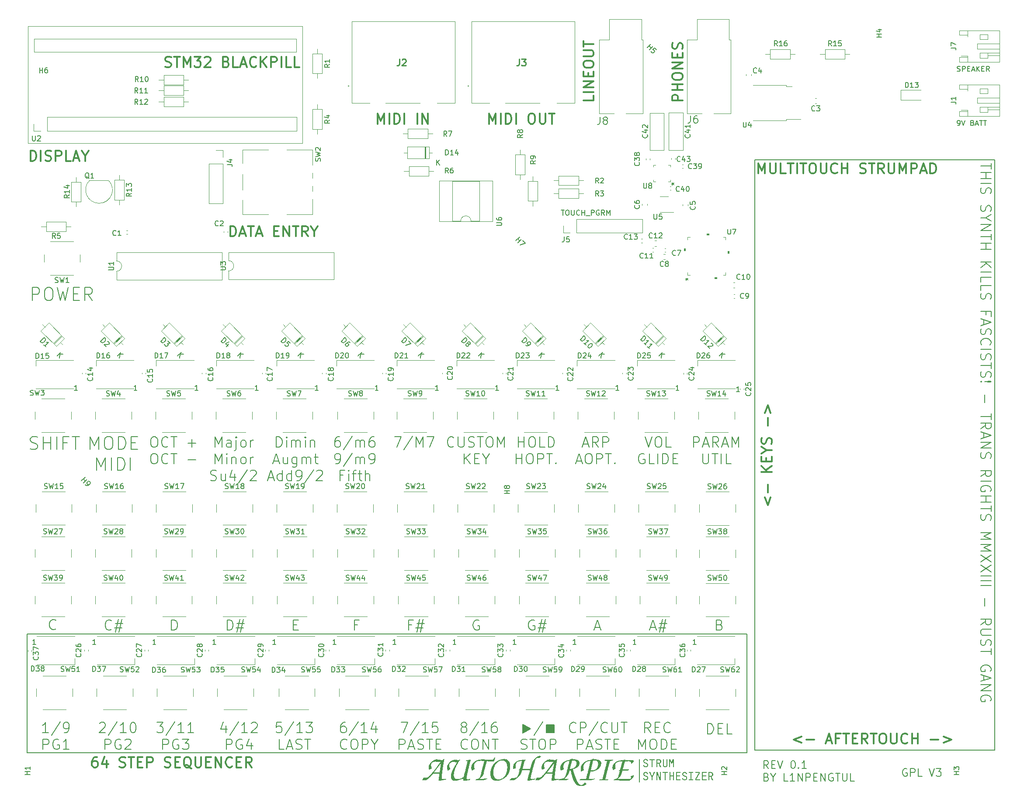
<source format=gbr>
%TF.GenerationSoftware,KiCad,Pcbnew,7.0.2*%
%TF.CreationDate,2023-04-17T18:08:41+09:00*%
%TF.ProjectId,autoharpie,6175746f-6861-4727-9069-652e6b696361,rev?*%
%TF.SameCoordinates,Original*%
%TF.FileFunction,Legend,Top*%
%TF.FilePolarity,Positive*%
%FSLAX46Y46*%
G04 Gerber Fmt 4.6, Leading zero omitted, Abs format (unit mm)*
G04 Created by KiCad (PCBNEW 7.0.2) date 2023-04-17 18:08:41*
%MOMM*%
%LPD*%
G01*
G04 APERTURE LIST*
%ADD10C,0.150000*%
%ADD11C,0.200000*%
%ADD12C,0.300000*%
%ADD13C,0.254000*%
%ADD14C,0.120000*%
%ADD15C,0.100000*%
G04 APERTURE END LIST*
D10*
X13000000Y-131500000D02*
X152500000Y-131500000D01*
X152500000Y-154500000D01*
X13000000Y-154500000D01*
X13000000Y-131500000D01*
X154000000Y-39500000D02*
X200500000Y-39500000D01*
X200500000Y-154000000D01*
X154000000Y-154000000D01*
X154000000Y-39500000D01*
X131600000Y-155800000D02*
X131600000Y-160200000D01*
D11*
X108171428Y-95255238D02*
X108171428Y-93255238D01*
X108171428Y-94207619D02*
X109314285Y-94207619D01*
X109314285Y-95255238D02*
X109314285Y-93255238D01*
X110647618Y-93255238D02*
X111028571Y-93255238D01*
X111028571Y-93255238D02*
X111219047Y-93350476D01*
X111219047Y-93350476D02*
X111409523Y-93540952D01*
X111409523Y-93540952D02*
X111504761Y-93921904D01*
X111504761Y-93921904D02*
X111504761Y-94588571D01*
X111504761Y-94588571D02*
X111409523Y-94969523D01*
X111409523Y-94969523D02*
X111219047Y-95160000D01*
X111219047Y-95160000D02*
X111028571Y-95255238D01*
X111028571Y-95255238D02*
X110647618Y-95255238D01*
X110647618Y-95255238D02*
X110457142Y-95160000D01*
X110457142Y-95160000D02*
X110266666Y-94969523D01*
X110266666Y-94969523D02*
X110171428Y-94588571D01*
X110171428Y-94588571D02*
X110171428Y-93921904D01*
X110171428Y-93921904D02*
X110266666Y-93540952D01*
X110266666Y-93540952D02*
X110457142Y-93350476D01*
X110457142Y-93350476D02*
X110647618Y-93255238D01*
X113314285Y-95255238D02*
X112361904Y-95255238D01*
X112361904Y-95255238D02*
X112361904Y-93255238D01*
X113980952Y-95255238D02*
X113980952Y-93255238D01*
X113980952Y-93255238D02*
X114457142Y-93255238D01*
X114457142Y-93255238D02*
X114742857Y-93350476D01*
X114742857Y-93350476D02*
X114933333Y-93540952D01*
X114933333Y-93540952D02*
X115028571Y-93731428D01*
X115028571Y-93731428D02*
X115123809Y-94112380D01*
X115123809Y-94112380D02*
X115123809Y-94398095D01*
X115123809Y-94398095D02*
X115028571Y-94779047D01*
X115028571Y-94779047D02*
X114933333Y-94969523D01*
X114933333Y-94969523D02*
X114742857Y-95160000D01*
X114742857Y-95160000D02*
X114457142Y-95255238D01*
X114457142Y-95255238D02*
X113980952Y-95255238D01*
X107742857Y-98495238D02*
X107742857Y-96495238D01*
X107742857Y-97447619D02*
X108885714Y-97447619D01*
X108885714Y-98495238D02*
X108885714Y-96495238D01*
X110219047Y-96495238D02*
X110600000Y-96495238D01*
X110600000Y-96495238D02*
X110790476Y-96590476D01*
X110790476Y-96590476D02*
X110980952Y-96780952D01*
X110980952Y-96780952D02*
X111076190Y-97161904D01*
X111076190Y-97161904D02*
X111076190Y-97828571D01*
X111076190Y-97828571D02*
X110980952Y-98209523D01*
X110980952Y-98209523D02*
X110790476Y-98400000D01*
X110790476Y-98400000D02*
X110600000Y-98495238D01*
X110600000Y-98495238D02*
X110219047Y-98495238D01*
X110219047Y-98495238D02*
X110028571Y-98400000D01*
X110028571Y-98400000D02*
X109838095Y-98209523D01*
X109838095Y-98209523D02*
X109742857Y-97828571D01*
X109742857Y-97828571D02*
X109742857Y-97161904D01*
X109742857Y-97161904D02*
X109838095Y-96780952D01*
X109838095Y-96780952D02*
X110028571Y-96590476D01*
X110028571Y-96590476D02*
X110219047Y-96495238D01*
X111933333Y-98495238D02*
X111933333Y-96495238D01*
X111933333Y-96495238D02*
X112695238Y-96495238D01*
X112695238Y-96495238D02*
X112885714Y-96590476D01*
X112885714Y-96590476D02*
X112980952Y-96685714D01*
X112980952Y-96685714D02*
X113076190Y-96876190D01*
X113076190Y-96876190D02*
X113076190Y-97161904D01*
X113076190Y-97161904D02*
X112980952Y-97352380D01*
X112980952Y-97352380D02*
X112885714Y-97447619D01*
X112885714Y-97447619D02*
X112695238Y-97542857D01*
X112695238Y-97542857D02*
X111933333Y-97542857D01*
X113647619Y-96495238D02*
X114790476Y-96495238D01*
X114219047Y-98495238D02*
X114219047Y-96495238D01*
X115457143Y-98304761D02*
X115552381Y-98400000D01*
X115552381Y-98400000D02*
X115457143Y-98495238D01*
X115457143Y-98495238D02*
X115361905Y-98400000D01*
X115361905Y-98400000D02*
X115457143Y-98304761D01*
X115457143Y-98304761D02*
X115457143Y-98495238D01*
X13986190Y-66797847D02*
X13986190Y-64297847D01*
X13986190Y-64297847D02*
X14938571Y-64297847D01*
X14938571Y-64297847D02*
X15176666Y-64416895D01*
X15176666Y-64416895D02*
X15295713Y-64535942D01*
X15295713Y-64535942D02*
X15414761Y-64774038D01*
X15414761Y-64774038D02*
X15414761Y-65131180D01*
X15414761Y-65131180D02*
X15295713Y-65369276D01*
X15295713Y-65369276D02*
X15176666Y-65488323D01*
X15176666Y-65488323D02*
X14938571Y-65607371D01*
X14938571Y-65607371D02*
X13986190Y-65607371D01*
X16962380Y-64297847D02*
X17438571Y-64297847D01*
X17438571Y-64297847D02*
X17676666Y-64416895D01*
X17676666Y-64416895D02*
X17914761Y-64654990D01*
X17914761Y-64654990D02*
X18033809Y-65131180D01*
X18033809Y-65131180D02*
X18033809Y-65964514D01*
X18033809Y-65964514D02*
X17914761Y-66440704D01*
X17914761Y-66440704D02*
X17676666Y-66678800D01*
X17676666Y-66678800D02*
X17438571Y-66797847D01*
X17438571Y-66797847D02*
X16962380Y-66797847D01*
X16962380Y-66797847D02*
X16724285Y-66678800D01*
X16724285Y-66678800D02*
X16486190Y-66440704D01*
X16486190Y-66440704D02*
X16367142Y-65964514D01*
X16367142Y-65964514D02*
X16367142Y-65131180D01*
X16367142Y-65131180D02*
X16486190Y-64654990D01*
X16486190Y-64654990D02*
X16724285Y-64416895D01*
X16724285Y-64416895D02*
X16962380Y-64297847D01*
X18867142Y-64297847D02*
X19462380Y-66797847D01*
X19462380Y-66797847D02*
X19938571Y-65012133D01*
X19938571Y-65012133D02*
X20414761Y-66797847D01*
X20414761Y-66797847D02*
X21010000Y-64297847D01*
X21962381Y-65488323D02*
X22795714Y-65488323D01*
X23152857Y-66797847D02*
X21962381Y-66797847D01*
X21962381Y-66797847D02*
X21962381Y-64297847D01*
X21962381Y-64297847D02*
X23152857Y-64297847D01*
X25652857Y-66797847D02*
X24819524Y-65607371D01*
X24224286Y-66797847D02*
X24224286Y-64297847D01*
X24224286Y-64297847D02*
X25176667Y-64297847D01*
X25176667Y-64297847D02*
X25414762Y-64416895D01*
X25414762Y-64416895D02*
X25533809Y-64535942D01*
X25533809Y-64535942D02*
X25652857Y-64774038D01*
X25652857Y-64774038D02*
X25652857Y-65131180D01*
X25652857Y-65131180D02*
X25533809Y-65369276D01*
X25533809Y-65369276D02*
X25414762Y-65488323D01*
X25414762Y-65488323D02*
X25176667Y-65607371D01*
X25176667Y-65607371D02*
X24224286Y-65607371D01*
D12*
X102476190Y-32555238D02*
X102476190Y-30555238D01*
X102476190Y-30555238D02*
X103142857Y-31983809D01*
X103142857Y-31983809D02*
X103809523Y-30555238D01*
X103809523Y-30555238D02*
X103809523Y-32555238D01*
X104761904Y-32555238D02*
X104761904Y-30555238D01*
X105714285Y-32555238D02*
X105714285Y-30555238D01*
X105714285Y-30555238D02*
X106190475Y-30555238D01*
X106190475Y-30555238D02*
X106476190Y-30650476D01*
X106476190Y-30650476D02*
X106666666Y-30840952D01*
X106666666Y-30840952D02*
X106761904Y-31031428D01*
X106761904Y-31031428D02*
X106857142Y-31412380D01*
X106857142Y-31412380D02*
X106857142Y-31698095D01*
X106857142Y-31698095D02*
X106761904Y-32079047D01*
X106761904Y-32079047D02*
X106666666Y-32269523D01*
X106666666Y-32269523D02*
X106476190Y-32460000D01*
X106476190Y-32460000D02*
X106190475Y-32555238D01*
X106190475Y-32555238D02*
X105714285Y-32555238D01*
X107714285Y-32555238D02*
X107714285Y-30555238D01*
X110571428Y-30555238D02*
X110952381Y-30555238D01*
X110952381Y-30555238D02*
X111142857Y-30650476D01*
X111142857Y-30650476D02*
X111333333Y-30840952D01*
X111333333Y-30840952D02*
X111428571Y-31221904D01*
X111428571Y-31221904D02*
X111428571Y-31888571D01*
X111428571Y-31888571D02*
X111333333Y-32269523D01*
X111333333Y-32269523D02*
X111142857Y-32460000D01*
X111142857Y-32460000D02*
X110952381Y-32555238D01*
X110952381Y-32555238D02*
X110571428Y-32555238D01*
X110571428Y-32555238D02*
X110380952Y-32460000D01*
X110380952Y-32460000D02*
X110190476Y-32269523D01*
X110190476Y-32269523D02*
X110095238Y-31888571D01*
X110095238Y-31888571D02*
X110095238Y-31221904D01*
X110095238Y-31221904D02*
X110190476Y-30840952D01*
X110190476Y-30840952D02*
X110380952Y-30650476D01*
X110380952Y-30650476D02*
X110571428Y-30555238D01*
X112285714Y-30555238D02*
X112285714Y-32174285D01*
X112285714Y-32174285D02*
X112380952Y-32364761D01*
X112380952Y-32364761D02*
X112476190Y-32460000D01*
X112476190Y-32460000D02*
X112666666Y-32555238D01*
X112666666Y-32555238D02*
X113047619Y-32555238D01*
X113047619Y-32555238D02*
X113238095Y-32460000D01*
X113238095Y-32460000D02*
X113333333Y-32364761D01*
X113333333Y-32364761D02*
X113428571Y-32174285D01*
X113428571Y-32174285D02*
X113428571Y-30555238D01*
X114095238Y-30555238D02*
X115238095Y-30555238D01*
X114666666Y-32555238D02*
X114666666Y-30555238D01*
D11*
X85459132Y-148619038D02*
X86792465Y-148619038D01*
X86792465Y-148619038D02*
X85935322Y-150619038D01*
X88982941Y-148523800D02*
X87268656Y-151095228D01*
X90697227Y-150619038D02*
X89554370Y-150619038D01*
X90125798Y-150619038D02*
X90125798Y-148619038D01*
X90125798Y-148619038D02*
X89935322Y-148904752D01*
X89935322Y-148904752D02*
X89744846Y-149095228D01*
X89744846Y-149095228D02*
X89554370Y-149190466D01*
X92506751Y-148619038D02*
X91554370Y-148619038D01*
X91554370Y-148619038D02*
X91459132Y-149571419D01*
X91459132Y-149571419D02*
X91554370Y-149476180D01*
X91554370Y-149476180D02*
X91744846Y-149380942D01*
X91744846Y-149380942D02*
X92221037Y-149380942D01*
X92221037Y-149380942D02*
X92411513Y-149476180D01*
X92411513Y-149476180D02*
X92506751Y-149571419D01*
X92506751Y-149571419D02*
X92601989Y-149761895D01*
X92601989Y-149761895D02*
X92601989Y-150238085D01*
X92601989Y-150238085D02*
X92506751Y-150428561D01*
X92506751Y-150428561D02*
X92411513Y-150523800D01*
X92411513Y-150523800D02*
X92221037Y-150619038D01*
X92221037Y-150619038D02*
X91744846Y-150619038D01*
X91744846Y-150619038D02*
X91554370Y-150523800D01*
X91554370Y-150523800D02*
X91459132Y-150428561D01*
X85078179Y-153859038D02*
X85078179Y-151859038D01*
X85078179Y-151859038D02*
X85840084Y-151859038D01*
X85840084Y-151859038D02*
X86030560Y-151954276D01*
X86030560Y-151954276D02*
X86125798Y-152049514D01*
X86125798Y-152049514D02*
X86221036Y-152239990D01*
X86221036Y-152239990D02*
X86221036Y-152525704D01*
X86221036Y-152525704D02*
X86125798Y-152716180D01*
X86125798Y-152716180D02*
X86030560Y-152811419D01*
X86030560Y-152811419D02*
X85840084Y-152906657D01*
X85840084Y-152906657D02*
X85078179Y-152906657D01*
X86982941Y-153287609D02*
X87935322Y-153287609D01*
X86792465Y-153859038D02*
X87459131Y-151859038D01*
X87459131Y-151859038D02*
X88125798Y-153859038D01*
X88697227Y-153763800D02*
X88982941Y-153859038D01*
X88982941Y-153859038D02*
X89459132Y-153859038D01*
X89459132Y-153859038D02*
X89649608Y-153763800D01*
X89649608Y-153763800D02*
X89744846Y-153668561D01*
X89744846Y-153668561D02*
X89840084Y-153478085D01*
X89840084Y-153478085D02*
X89840084Y-153287609D01*
X89840084Y-153287609D02*
X89744846Y-153097133D01*
X89744846Y-153097133D02*
X89649608Y-153001895D01*
X89649608Y-153001895D02*
X89459132Y-152906657D01*
X89459132Y-152906657D02*
X89078179Y-152811419D01*
X89078179Y-152811419D02*
X88887703Y-152716180D01*
X88887703Y-152716180D02*
X88792465Y-152620942D01*
X88792465Y-152620942D02*
X88697227Y-152430466D01*
X88697227Y-152430466D02*
X88697227Y-152239990D01*
X88697227Y-152239990D02*
X88792465Y-152049514D01*
X88792465Y-152049514D02*
X88887703Y-151954276D01*
X88887703Y-151954276D02*
X89078179Y-151859038D01*
X89078179Y-151859038D02*
X89554370Y-151859038D01*
X89554370Y-151859038D02*
X89840084Y-151954276D01*
X90411513Y-151859038D02*
X91554370Y-151859038D01*
X90982941Y-153859038D02*
X90982941Y-151859038D01*
X92221037Y-152811419D02*
X92887704Y-152811419D01*
X93173418Y-153859038D02*
X92221037Y-153859038D01*
X92221037Y-153859038D02*
X92221037Y-151859038D01*
X92221037Y-151859038D02*
X93173418Y-151859038D01*
D10*
X193190476Y-22330000D02*
X193333333Y-22377619D01*
X193333333Y-22377619D02*
X193571428Y-22377619D01*
X193571428Y-22377619D02*
X193666666Y-22330000D01*
X193666666Y-22330000D02*
X193714285Y-22282380D01*
X193714285Y-22282380D02*
X193761904Y-22187142D01*
X193761904Y-22187142D02*
X193761904Y-22091904D01*
X193761904Y-22091904D02*
X193714285Y-21996666D01*
X193714285Y-21996666D02*
X193666666Y-21949047D01*
X193666666Y-21949047D02*
X193571428Y-21901428D01*
X193571428Y-21901428D02*
X193380952Y-21853809D01*
X193380952Y-21853809D02*
X193285714Y-21806190D01*
X193285714Y-21806190D02*
X193238095Y-21758571D01*
X193238095Y-21758571D02*
X193190476Y-21663333D01*
X193190476Y-21663333D02*
X193190476Y-21568095D01*
X193190476Y-21568095D02*
X193238095Y-21472857D01*
X193238095Y-21472857D02*
X193285714Y-21425238D01*
X193285714Y-21425238D02*
X193380952Y-21377619D01*
X193380952Y-21377619D02*
X193619047Y-21377619D01*
X193619047Y-21377619D02*
X193761904Y-21425238D01*
X194190476Y-22377619D02*
X194190476Y-21377619D01*
X194190476Y-21377619D02*
X194571428Y-21377619D01*
X194571428Y-21377619D02*
X194666666Y-21425238D01*
X194666666Y-21425238D02*
X194714285Y-21472857D01*
X194714285Y-21472857D02*
X194761904Y-21568095D01*
X194761904Y-21568095D02*
X194761904Y-21710952D01*
X194761904Y-21710952D02*
X194714285Y-21806190D01*
X194714285Y-21806190D02*
X194666666Y-21853809D01*
X194666666Y-21853809D02*
X194571428Y-21901428D01*
X194571428Y-21901428D02*
X194190476Y-21901428D01*
X195190476Y-21853809D02*
X195523809Y-21853809D01*
X195666666Y-22377619D02*
X195190476Y-22377619D01*
X195190476Y-22377619D02*
X195190476Y-21377619D01*
X195190476Y-21377619D02*
X195666666Y-21377619D01*
X196047619Y-22091904D02*
X196523809Y-22091904D01*
X195952381Y-22377619D02*
X196285714Y-21377619D01*
X196285714Y-21377619D02*
X196619047Y-22377619D01*
X196952381Y-22377619D02*
X196952381Y-21377619D01*
X197523809Y-22377619D02*
X197095238Y-21806190D01*
X197523809Y-21377619D02*
X196952381Y-21949047D01*
X197952381Y-21853809D02*
X198285714Y-21853809D01*
X198428571Y-22377619D02*
X197952381Y-22377619D01*
X197952381Y-22377619D02*
X197952381Y-21377619D01*
X197952381Y-21377619D02*
X198428571Y-21377619D01*
X199428571Y-22377619D02*
X199095238Y-21901428D01*
X198857143Y-22377619D02*
X198857143Y-21377619D01*
X198857143Y-21377619D02*
X199238095Y-21377619D01*
X199238095Y-21377619D02*
X199333333Y-21425238D01*
X199333333Y-21425238D02*
X199380952Y-21472857D01*
X199380952Y-21472857D02*
X199428571Y-21568095D01*
X199428571Y-21568095D02*
X199428571Y-21710952D01*
X199428571Y-21710952D02*
X199380952Y-21806190D01*
X199380952Y-21806190D02*
X199333333Y-21853809D01*
X199333333Y-21853809D02*
X199238095Y-21901428D01*
X199238095Y-21901428D02*
X198857143Y-21901428D01*
D11*
X38140952Y-148619038D02*
X39379047Y-148619038D01*
X39379047Y-148619038D02*
X38712380Y-149380942D01*
X38712380Y-149380942D02*
X38998095Y-149380942D01*
X38998095Y-149380942D02*
X39188571Y-149476180D01*
X39188571Y-149476180D02*
X39283809Y-149571419D01*
X39283809Y-149571419D02*
X39379047Y-149761895D01*
X39379047Y-149761895D02*
X39379047Y-150238085D01*
X39379047Y-150238085D02*
X39283809Y-150428561D01*
X39283809Y-150428561D02*
X39188571Y-150523800D01*
X39188571Y-150523800D02*
X38998095Y-150619038D01*
X38998095Y-150619038D02*
X38426666Y-150619038D01*
X38426666Y-150619038D02*
X38236190Y-150523800D01*
X38236190Y-150523800D02*
X38140952Y-150428561D01*
X41664761Y-148523800D02*
X39950476Y-151095228D01*
X43379047Y-150619038D02*
X42236190Y-150619038D01*
X42807618Y-150619038D02*
X42807618Y-148619038D01*
X42807618Y-148619038D02*
X42617142Y-148904752D01*
X42617142Y-148904752D02*
X42426666Y-149095228D01*
X42426666Y-149095228D02*
X42236190Y-149190466D01*
X45283809Y-150619038D02*
X44140952Y-150619038D01*
X44712380Y-150619038D02*
X44712380Y-148619038D01*
X44712380Y-148619038D02*
X44521904Y-148904752D01*
X44521904Y-148904752D02*
X44331428Y-149095228D01*
X44331428Y-149095228D02*
X44140952Y-149190466D01*
X39283809Y-153859038D02*
X39283809Y-151859038D01*
X39283809Y-151859038D02*
X40045714Y-151859038D01*
X40045714Y-151859038D02*
X40236190Y-151954276D01*
X40236190Y-151954276D02*
X40331428Y-152049514D01*
X40331428Y-152049514D02*
X40426666Y-152239990D01*
X40426666Y-152239990D02*
X40426666Y-152525704D01*
X40426666Y-152525704D02*
X40331428Y-152716180D01*
X40331428Y-152716180D02*
X40236190Y-152811419D01*
X40236190Y-152811419D02*
X40045714Y-152906657D01*
X40045714Y-152906657D02*
X39283809Y-152906657D01*
X42331428Y-151954276D02*
X42140952Y-151859038D01*
X42140952Y-151859038D02*
X41855238Y-151859038D01*
X41855238Y-151859038D02*
X41569523Y-151954276D01*
X41569523Y-151954276D02*
X41379047Y-152144752D01*
X41379047Y-152144752D02*
X41283809Y-152335228D01*
X41283809Y-152335228D02*
X41188571Y-152716180D01*
X41188571Y-152716180D02*
X41188571Y-153001895D01*
X41188571Y-153001895D02*
X41283809Y-153382847D01*
X41283809Y-153382847D02*
X41379047Y-153573323D01*
X41379047Y-153573323D02*
X41569523Y-153763800D01*
X41569523Y-153763800D02*
X41855238Y-153859038D01*
X41855238Y-153859038D02*
X42045714Y-153859038D01*
X42045714Y-153859038D02*
X42331428Y-153763800D01*
X42331428Y-153763800D02*
X42426666Y-153668561D01*
X42426666Y-153668561D02*
X42426666Y-153001895D01*
X42426666Y-153001895D02*
X42045714Y-153001895D01*
X43093333Y-151859038D02*
X44331428Y-151859038D01*
X44331428Y-151859038D02*
X43664761Y-152620942D01*
X43664761Y-152620942D02*
X43950476Y-152620942D01*
X43950476Y-152620942D02*
X44140952Y-152716180D01*
X44140952Y-152716180D02*
X44236190Y-152811419D01*
X44236190Y-152811419D02*
X44331428Y-153001895D01*
X44331428Y-153001895D02*
X44331428Y-153478085D01*
X44331428Y-153478085D02*
X44236190Y-153668561D01*
X44236190Y-153668561D02*
X44140952Y-153763800D01*
X44140952Y-153763800D02*
X43950476Y-153859038D01*
X43950476Y-153859038D02*
X43379047Y-153859038D01*
X43379047Y-153859038D02*
X43188571Y-153763800D01*
X43188571Y-153763800D02*
X43093333Y-153668561D01*
D12*
X163000000Y-151421904D02*
X161476190Y-151993333D01*
X161476190Y-151993333D02*
X163000000Y-152564761D01*
X163952380Y-151993333D02*
X165476190Y-151993333D01*
X167857142Y-152183809D02*
X168809523Y-152183809D01*
X167666666Y-152755238D02*
X168333332Y-150755238D01*
X168333332Y-150755238D02*
X168999999Y-152755238D01*
X170333333Y-151707619D02*
X169666666Y-151707619D01*
X169666666Y-152755238D02*
X169666666Y-150755238D01*
X169666666Y-150755238D02*
X170619047Y-150755238D01*
X171095238Y-150755238D02*
X172238095Y-150755238D01*
X171666666Y-152755238D02*
X171666666Y-150755238D01*
X172904762Y-151707619D02*
X173571429Y-151707619D01*
X173857143Y-152755238D02*
X172904762Y-152755238D01*
X172904762Y-152755238D02*
X172904762Y-150755238D01*
X172904762Y-150755238D02*
X173857143Y-150755238D01*
X175857143Y-152755238D02*
X175190476Y-151802857D01*
X174714286Y-152755238D02*
X174714286Y-150755238D01*
X174714286Y-150755238D02*
X175476191Y-150755238D01*
X175476191Y-150755238D02*
X175666667Y-150850476D01*
X175666667Y-150850476D02*
X175761905Y-150945714D01*
X175761905Y-150945714D02*
X175857143Y-151136190D01*
X175857143Y-151136190D02*
X175857143Y-151421904D01*
X175857143Y-151421904D02*
X175761905Y-151612380D01*
X175761905Y-151612380D02*
X175666667Y-151707619D01*
X175666667Y-151707619D02*
X175476191Y-151802857D01*
X175476191Y-151802857D02*
X174714286Y-151802857D01*
X176428572Y-150755238D02*
X177571429Y-150755238D01*
X177000000Y-152755238D02*
X177000000Y-150755238D01*
X178619048Y-150755238D02*
X179000001Y-150755238D01*
X179000001Y-150755238D02*
X179190477Y-150850476D01*
X179190477Y-150850476D02*
X179380953Y-151040952D01*
X179380953Y-151040952D02*
X179476191Y-151421904D01*
X179476191Y-151421904D02*
X179476191Y-152088571D01*
X179476191Y-152088571D02*
X179380953Y-152469523D01*
X179380953Y-152469523D02*
X179190477Y-152660000D01*
X179190477Y-152660000D02*
X179000001Y-152755238D01*
X179000001Y-152755238D02*
X178619048Y-152755238D01*
X178619048Y-152755238D02*
X178428572Y-152660000D01*
X178428572Y-152660000D02*
X178238096Y-152469523D01*
X178238096Y-152469523D02*
X178142858Y-152088571D01*
X178142858Y-152088571D02*
X178142858Y-151421904D01*
X178142858Y-151421904D02*
X178238096Y-151040952D01*
X178238096Y-151040952D02*
X178428572Y-150850476D01*
X178428572Y-150850476D02*
X178619048Y-150755238D01*
X180333334Y-150755238D02*
X180333334Y-152374285D01*
X180333334Y-152374285D02*
X180428572Y-152564761D01*
X180428572Y-152564761D02*
X180523810Y-152660000D01*
X180523810Y-152660000D02*
X180714286Y-152755238D01*
X180714286Y-152755238D02*
X181095239Y-152755238D01*
X181095239Y-152755238D02*
X181285715Y-152660000D01*
X181285715Y-152660000D02*
X181380953Y-152564761D01*
X181380953Y-152564761D02*
X181476191Y-152374285D01*
X181476191Y-152374285D02*
X181476191Y-150755238D01*
X183571429Y-152564761D02*
X183476191Y-152660000D01*
X183476191Y-152660000D02*
X183190477Y-152755238D01*
X183190477Y-152755238D02*
X183000001Y-152755238D01*
X183000001Y-152755238D02*
X182714286Y-152660000D01*
X182714286Y-152660000D02*
X182523810Y-152469523D01*
X182523810Y-152469523D02*
X182428572Y-152279047D01*
X182428572Y-152279047D02*
X182333334Y-151898095D01*
X182333334Y-151898095D02*
X182333334Y-151612380D01*
X182333334Y-151612380D02*
X182428572Y-151231428D01*
X182428572Y-151231428D02*
X182523810Y-151040952D01*
X182523810Y-151040952D02*
X182714286Y-150850476D01*
X182714286Y-150850476D02*
X183000001Y-150755238D01*
X183000001Y-150755238D02*
X183190477Y-150755238D01*
X183190477Y-150755238D02*
X183476191Y-150850476D01*
X183476191Y-150850476D02*
X183571429Y-150945714D01*
X184428572Y-152755238D02*
X184428572Y-150755238D01*
X184428572Y-151707619D02*
X185571429Y-151707619D01*
X185571429Y-152755238D02*
X185571429Y-150755238D01*
X188047620Y-151993333D02*
X189571430Y-151993333D01*
X190523810Y-151421904D02*
X192047620Y-151993333D01*
X192047620Y-151993333D02*
X190523810Y-152564761D01*
D11*
X29392684Y-130564761D02*
X29297446Y-130660000D01*
X29297446Y-130660000D02*
X29011732Y-130755238D01*
X29011732Y-130755238D02*
X28821256Y-130755238D01*
X28821256Y-130755238D02*
X28535541Y-130660000D01*
X28535541Y-130660000D02*
X28345065Y-130469523D01*
X28345065Y-130469523D02*
X28249827Y-130279047D01*
X28249827Y-130279047D02*
X28154589Y-129898095D01*
X28154589Y-129898095D02*
X28154589Y-129612380D01*
X28154589Y-129612380D02*
X28249827Y-129231428D01*
X28249827Y-129231428D02*
X28345065Y-129040952D01*
X28345065Y-129040952D02*
X28535541Y-128850476D01*
X28535541Y-128850476D02*
X28821256Y-128755238D01*
X28821256Y-128755238D02*
X29011732Y-128755238D01*
X29011732Y-128755238D02*
X29297446Y-128850476D01*
X29297446Y-128850476D02*
X29392684Y-128945714D01*
X30154589Y-129421904D02*
X31583160Y-129421904D01*
X30726017Y-128564761D02*
X30154589Y-131136190D01*
X31392684Y-130279047D02*
X29964113Y-130279047D01*
X30821256Y-131136190D02*
X31392684Y-128564761D01*
X133797446Y-130183809D02*
X134749827Y-130183809D01*
X133606970Y-130755238D02*
X134273636Y-128755238D01*
X134273636Y-128755238D02*
X134940303Y-130755238D01*
X135511732Y-129421904D02*
X136940303Y-129421904D01*
X136083160Y-128564761D02*
X135511732Y-131136190D01*
X136749827Y-130279047D02*
X135321256Y-130279047D01*
X136178399Y-131136190D02*
X136749827Y-128564761D01*
D12*
X140005238Y-28023809D02*
X138005238Y-28023809D01*
X138005238Y-28023809D02*
X138005238Y-27261904D01*
X138005238Y-27261904D02*
X138100476Y-27071428D01*
X138100476Y-27071428D02*
X138195714Y-26976190D01*
X138195714Y-26976190D02*
X138386190Y-26880952D01*
X138386190Y-26880952D02*
X138671904Y-26880952D01*
X138671904Y-26880952D02*
X138862380Y-26976190D01*
X138862380Y-26976190D02*
X138957619Y-27071428D01*
X138957619Y-27071428D02*
X139052857Y-27261904D01*
X139052857Y-27261904D02*
X139052857Y-28023809D01*
X140005238Y-26023809D02*
X138005238Y-26023809D01*
X138957619Y-26023809D02*
X138957619Y-24880952D01*
X140005238Y-24880952D02*
X138005238Y-24880952D01*
X138005238Y-23547619D02*
X138005238Y-23166666D01*
X138005238Y-23166666D02*
X138100476Y-22976190D01*
X138100476Y-22976190D02*
X138290952Y-22785714D01*
X138290952Y-22785714D02*
X138671904Y-22690476D01*
X138671904Y-22690476D02*
X139338571Y-22690476D01*
X139338571Y-22690476D02*
X139719523Y-22785714D01*
X139719523Y-22785714D02*
X139910000Y-22976190D01*
X139910000Y-22976190D02*
X140005238Y-23166666D01*
X140005238Y-23166666D02*
X140005238Y-23547619D01*
X140005238Y-23547619D02*
X139910000Y-23738095D01*
X139910000Y-23738095D02*
X139719523Y-23928571D01*
X139719523Y-23928571D02*
X139338571Y-24023809D01*
X139338571Y-24023809D02*
X138671904Y-24023809D01*
X138671904Y-24023809D02*
X138290952Y-23928571D01*
X138290952Y-23928571D02*
X138100476Y-23738095D01*
X138100476Y-23738095D02*
X138005238Y-23547619D01*
X140005238Y-21833333D02*
X138005238Y-21833333D01*
X138005238Y-21833333D02*
X140005238Y-20690476D01*
X140005238Y-20690476D02*
X138005238Y-20690476D01*
X138957619Y-19738095D02*
X138957619Y-19071428D01*
X140005238Y-18785714D02*
X140005238Y-19738095D01*
X140005238Y-19738095D02*
X138005238Y-19738095D01*
X138005238Y-19738095D02*
X138005238Y-18785714D01*
X139910000Y-18023809D02*
X140005238Y-17738095D01*
X140005238Y-17738095D02*
X140005238Y-17261904D01*
X140005238Y-17261904D02*
X139910000Y-17071428D01*
X139910000Y-17071428D02*
X139814761Y-16976190D01*
X139814761Y-16976190D02*
X139624285Y-16880952D01*
X139624285Y-16880952D02*
X139433809Y-16880952D01*
X139433809Y-16880952D02*
X139243333Y-16976190D01*
X139243333Y-16976190D02*
X139148095Y-17071428D01*
X139148095Y-17071428D02*
X139052857Y-17261904D01*
X139052857Y-17261904D02*
X138957619Y-17642857D01*
X138957619Y-17642857D02*
X138862380Y-17833333D01*
X138862380Y-17833333D02*
X138767142Y-17928571D01*
X138767142Y-17928571D02*
X138576666Y-18023809D01*
X138576666Y-18023809D02*
X138386190Y-18023809D01*
X138386190Y-18023809D02*
X138195714Y-17928571D01*
X138195714Y-17928571D02*
X138100476Y-17833333D01*
X138100476Y-17833333D02*
X138005238Y-17642857D01*
X138005238Y-17642857D02*
X138005238Y-17166666D01*
X138005238Y-17166666D02*
X138100476Y-16880952D01*
X52376190Y-54380238D02*
X52376190Y-52380238D01*
X52376190Y-52380238D02*
X52852380Y-52380238D01*
X52852380Y-52380238D02*
X53138095Y-52475476D01*
X53138095Y-52475476D02*
X53328571Y-52665952D01*
X53328571Y-52665952D02*
X53423809Y-52856428D01*
X53423809Y-52856428D02*
X53519047Y-53237380D01*
X53519047Y-53237380D02*
X53519047Y-53523095D01*
X53519047Y-53523095D02*
X53423809Y-53904047D01*
X53423809Y-53904047D02*
X53328571Y-54094523D01*
X53328571Y-54094523D02*
X53138095Y-54285000D01*
X53138095Y-54285000D02*
X52852380Y-54380238D01*
X52852380Y-54380238D02*
X52376190Y-54380238D01*
X54280952Y-53808809D02*
X55233333Y-53808809D01*
X54090476Y-54380238D02*
X54757142Y-52380238D01*
X54757142Y-52380238D02*
X55423809Y-54380238D01*
X55804762Y-52380238D02*
X56947619Y-52380238D01*
X56376190Y-54380238D02*
X56376190Y-52380238D01*
X57519048Y-53808809D02*
X58471429Y-53808809D01*
X57328572Y-54380238D02*
X57995238Y-52380238D01*
X57995238Y-52380238D02*
X58661905Y-54380238D01*
X60852382Y-53332619D02*
X61519049Y-53332619D01*
X61804763Y-54380238D02*
X60852382Y-54380238D01*
X60852382Y-54380238D02*
X60852382Y-52380238D01*
X60852382Y-52380238D02*
X61804763Y-52380238D01*
X62661906Y-54380238D02*
X62661906Y-52380238D01*
X62661906Y-52380238D02*
X63804763Y-54380238D01*
X63804763Y-54380238D02*
X63804763Y-52380238D01*
X64471430Y-52380238D02*
X65614287Y-52380238D01*
X65042858Y-54380238D02*
X65042858Y-52380238D01*
X67423811Y-54380238D02*
X66757144Y-53427857D01*
X66280954Y-54380238D02*
X66280954Y-52380238D01*
X66280954Y-52380238D02*
X67042859Y-52380238D01*
X67042859Y-52380238D02*
X67233335Y-52475476D01*
X67233335Y-52475476D02*
X67328573Y-52570714D01*
X67328573Y-52570714D02*
X67423811Y-52761190D01*
X67423811Y-52761190D02*
X67423811Y-53046904D01*
X67423811Y-53046904D02*
X67328573Y-53237380D01*
X67328573Y-53237380D02*
X67233335Y-53332619D01*
X67233335Y-53332619D02*
X67042859Y-53427857D01*
X67042859Y-53427857D02*
X66280954Y-53427857D01*
X68661906Y-53427857D02*
X68661906Y-54380238D01*
X67995240Y-52380238D02*
X68661906Y-53427857D01*
X68661906Y-53427857D02*
X69328573Y-52380238D01*
D11*
X142119047Y-95255238D02*
X142119047Y-93255238D01*
X142119047Y-93255238D02*
X142880952Y-93255238D01*
X142880952Y-93255238D02*
X143071428Y-93350476D01*
X143071428Y-93350476D02*
X143166666Y-93445714D01*
X143166666Y-93445714D02*
X143261904Y-93636190D01*
X143261904Y-93636190D02*
X143261904Y-93921904D01*
X143261904Y-93921904D02*
X143166666Y-94112380D01*
X143166666Y-94112380D02*
X143071428Y-94207619D01*
X143071428Y-94207619D02*
X142880952Y-94302857D01*
X142880952Y-94302857D02*
X142119047Y-94302857D01*
X144023809Y-94683809D02*
X144976190Y-94683809D01*
X143833333Y-95255238D02*
X144499999Y-93255238D01*
X144499999Y-93255238D02*
X145166666Y-95255238D01*
X146976190Y-95255238D02*
X146309523Y-94302857D01*
X145833333Y-95255238D02*
X145833333Y-93255238D01*
X145833333Y-93255238D02*
X146595238Y-93255238D01*
X146595238Y-93255238D02*
X146785714Y-93350476D01*
X146785714Y-93350476D02*
X146880952Y-93445714D01*
X146880952Y-93445714D02*
X146976190Y-93636190D01*
X146976190Y-93636190D02*
X146976190Y-93921904D01*
X146976190Y-93921904D02*
X146880952Y-94112380D01*
X146880952Y-94112380D02*
X146785714Y-94207619D01*
X146785714Y-94207619D02*
X146595238Y-94302857D01*
X146595238Y-94302857D02*
X145833333Y-94302857D01*
X147738095Y-94683809D02*
X148690476Y-94683809D01*
X147547619Y-95255238D02*
X148214285Y-93255238D01*
X148214285Y-93255238D02*
X148880952Y-95255238D01*
X149547619Y-95255238D02*
X149547619Y-93255238D01*
X149547619Y-93255238D02*
X150214286Y-94683809D01*
X150214286Y-94683809D02*
X150880952Y-93255238D01*
X150880952Y-93255238D02*
X150880952Y-95255238D01*
X143880952Y-96495238D02*
X143880952Y-98114285D01*
X143880952Y-98114285D02*
X143976190Y-98304761D01*
X143976190Y-98304761D02*
X144071428Y-98400000D01*
X144071428Y-98400000D02*
X144261904Y-98495238D01*
X144261904Y-98495238D02*
X144642857Y-98495238D01*
X144642857Y-98495238D02*
X144833333Y-98400000D01*
X144833333Y-98400000D02*
X144928571Y-98304761D01*
X144928571Y-98304761D02*
X145023809Y-98114285D01*
X145023809Y-98114285D02*
X145023809Y-96495238D01*
X145690476Y-96495238D02*
X146833333Y-96495238D01*
X146261904Y-98495238D02*
X146261904Y-96495238D01*
X147500000Y-98495238D02*
X147500000Y-96495238D01*
X149404762Y-98495238D02*
X148452381Y-98495238D01*
X148452381Y-98495238D02*
X148452381Y-96495238D01*
D12*
X26533333Y-155355238D02*
X26152380Y-155355238D01*
X26152380Y-155355238D02*
X25961904Y-155450476D01*
X25961904Y-155450476D02*
X25866666Y-155545714D01*
X25866666Y-155545714D02*
X25676190Y-155831428D01*
X25676190Y-155831428D02*
X25580952Y-156212380D01*
X25580952Y-156212380D02*
X25580952Y-156974285D01*
X25580952Y-156974285D02*
X25676190Y-157164761D01*
X25676190Y-157164761D02*
X25771428Y-157260000D01*
X25771428Y-157260000D02*
X25961904Y-157355238D01*
X25961904Y-157355238D02*
X26342857Y-157355238D01*
X26342857Y-157355238D02*
X26533333Y-157260000D01*
X26533333Y-157260000D02*
X26628571Y-157164761D01*
X26628571Y-157164761D02*
X26723809Y-156974285D01*
X26723809Y-156974285D02*
X26723809Y-156498095D01*
X26723809Y-156498095D02*
X26628571Y-156307619D01*
X26628571Y-156307619D02*
X26533333Y-156212380D01*
X26533333Y-156212380D02*
X26342857Y-156117142D01*
X26342857Y-156117142D02*
X25961904Y-156117142D01*
X25961904Y-156117142D02*
X25771428Y-156212380D01*
X25771428Y-156212380D02*
X25676190Y-156307619D01*
X25676190Y-156307619D02*
X25580952Y-156498095D01*
X28438095Y-156021904D02*
X28438095Y-157355238D01*
X27961904Y-155260000D02*
X27485714Y-156688571D01*
X27485714Y-156688571D02*
X28723809Y-156688571D01*
X30914286Y-157260000D02*
X31200000Y-157355238D01*
X31200000Y-157355238D02*
X31676191Y-157355238D01*
X31676191Y-157355238D02*
X31866667Y-157260000D01*
X31866667Y-157260000D02*
X31961905Y-157164761D01*
X31961905Y-157164761D02*
X32057143Y-156974285D01*
X32057143Y-156974285D02*
X32057143Y-156783809D01*
X32057143Y-156783809D02*
X31961905Y-156593333D01*
X31961905Y-156593333D02*
X31866667Y-156498095D01*
X31866667Y-156498095D02*
X31676191Y-156402857D01*
X31676191Y-156402857D02*
X31295238Y-156307619D01*
X31295238Y-156307619D02*
X31104762Y-156212380D01*
X31104762Y-156212380D02*
X31009524Y-156117142D01*
X31009524Y-156117142D02*
X30914286Y-155926666D01*
X30914286Y-155926666D02*
X30914286Y-155736190D01*
X30914286Y-155736190D02*
X31009524Y-155545714D01*
X31009524Y-155545714D02*
X31104762Y-155450476D01*
X31104762Y-155450476D02*
X31295238Y-155355238D01*
X31295238Y-155355238D02*
X31771429Y-155355238D01*
X31771429Y-155355238D02*
X32057143Y-155450476D01*
X32628572Y-155355238D02*
X33771429Y-155355238D01*
X33200000Y-157355238D02*
X33200000Y-155355238D01*
X34438096Y-156307619D02*
X35104763Y-156307619D01*
X35390477Y-157355238D02*
X34438096Y-157355238D01*
X34438096Y-157355238D02*
X34438096Y-155355238D01*
X34438096Y-155355238D02*
X35390477Y-155355238D01*
X36247620Y-157355238D02*
X36247620Y-155355238D01*
X36247620Y-155355238D02*
X37009525Y-155355238D01*
X37009525Y-155355238D02*
X37200001Y-155450476D01*
X37200001Y-155450476D02*
X37295239Y-155545714D01*
X37295239Y-155545714D02*
X37390477Y-155736190D01*
X37390477Y-155736190D02*
X37390477Y-156021904D01*
X37390477Y-156021904D02*
X37295239Y-156212380D01*
X37295239Y-156212380D02*
X37200001Y-156307619D01*
X37200001Y-156307619D02*
X37009525Y-156402857D01*
X37009525Y-156402857D02*
X36247620Y-156402857D01*
X39676192Y-157260000D02*
X39961906Y-157355238D01*
X39961906Y-157355238D02*
X40438097Y-157355238D01*
X40438097Y-157355238D02*
X40628573Y-157260000D01*
X40628573Y-157260000D02*
X40723811Y-157164761D01*
X40723811Y-157164761D02*
X40819049Y-156974285D01*
X40819049Y-156974285D02*
X40819049Y-156783809D01*
X40819049Y-156783809D02*
X40723811Y-156593333D01*
X40723811Y-156593333D02*
X40628573Y-156498095D01*
X40628573Y-156498095D02*
X40438097Y-156402857D01*
X40438097Y-156402857D02*
X40057144Y-156307619D01*
X40057144Y-156307619D02*
X39866668Y-156212380D01*
X39866668Y-156212380D02*
X39771430Y-156117142D01*
X39771430Y-156117142D02*
X39676192Y-155926666D01*
X39676192Y-155926666D02*
X39676192Y-155736190D01*
X39676192Y-155736190D02*
X39771430Y-155545714D01*
X39771430Y-155545714D02*
X39866668Y-155450476D01*
X39866668Y-155450476D02*
X40057144Y-155355238D01*
X40057144Y-155355238D02*
X40533335Y-155355238D01*
X40533335Y-155355238D02*
X40819049Y-155450476D01*
X41676192Y-156307619D02*
X42342859Y-156307619D01*
X42628573Y-157355238D02*
X41676192Y-157355238D01*
X41676192Y-157355238D02*
X41676192Y-155355238D01*
X41676192Y-155355238D02*
X42628573Y-155355238D01*
X44819049Y-157545714D02*
X44628573Y-157450476D01*
X44628573Y-157450476D02*
X44438097Y-157260000D01*
X44438097Y-157260000D02*
X44152383Y-156974285D01*
X44152383Y-156974285D02*
X43961906Y-156879047D01*
X43961906Y-156879047D02*
X43771430Y-156879047D01*
X43866668Y-157355238D02*
X43676192Y-157260000D01*
X43676192Y-157260000D02*
X43485716Y-157069523D01*
X43485716Y-157069523D02*
X43390478Y-156688571D01*
X43390478Y-156688571D02*
X43390478Y-156021904D01*
X43390478Y-156021904D02*
X43485716Y-155640952D01*
X43485716Y-155640952D02*
X43676192Y-155450476D01*
X43676192Y-155450476D02*
X43866668Y-155355238D01*
X43866668Y-155355238D02*
X44247621Y-155355238D01*
X44247621Y-155355238D02*
X44438097Y-155450476D01*
X44438097Y-155450476D02*
X44628573Y-155640952D01*
X44628573Y-155640952D02*
X44723811Y-156021904D01*
X44723811Y-156021904D02*
X44723811Y-156688571D01*
X44723811Y-156688571D02*
X44628573Y-157069523D01*
X44628573Y-157069523D02*
X44438097Y-157260000D01*
X44438097Y-157260000D02*
X44247621Y-157355238D01*
X44247621Y-157355238D02*
X43866668Y-157355238D01*
X45580954Y-155355238D02*
X45580954Y-156974285D01*
X45580954Y-156974285D02*
X45676192Y-157164761D01*
X45676192Y-157164761D02*
X45771430Y-157260000D01*
X45771430Y-157260000D02*
X45961906Y-157355238D01*
X45961906Y-157355238D02*
X46342859Y-157355238D01*
X46342859Y-157355238D02*
X46533335Y-157260000D01*
X46533335Y-157260000D02*
X46628573Y-157164761D01*
X46628573Y-157164761D02*
X46723811Y-156974285D01*
X46723811Y-156974285D02*
X46723811Y-155355238D01*
X47676192Y-156307619D02*
X48342859Y-156307619D01*
X48628573Y-157355238D02*
X47676192Y-157355238D01*
X47676192Y-157355238D02*
X47676192Y-155355238D01*
X47676192Y-155355238D02*
X48628573Y-155355238D01*
X49485716Y-157355238D02*
X49485716Y-155355238D01*
X49485716Y-155355238D02*
X50628573Y-157355238D01*
X50628573Y-157355238D02*
X50628573Y-155355238D01*
X52723811Y-157164761D02*
X52628573Y-157260000D01*
X52628573Y-157260000D02*
X52342859Y-157355238D01*
X52342859Y-157355238D02*
X52152383Y-157355238D01*
X52152383Y-157355238D02*
X51866668Y-157260000D01*
X51866668Y-157260000D02*
X51676192Y-157069523D01*
X51676192Y-157069523D02*
X51580954Y-156879047D01*
X51580954Y-156879047D02*
X51485716Y-156498095D01*
X51485716Y-156498095D02*
X51485716Y-156212380D01*
X51485716Y-156212380D02*
X51580954Y-155831428D01*
X51580954Y-155831428D02*
X51676192Y-155640952D01*
X51676192Y-155640952D02*
X51866668Y-155450476D01*
X51866668Y-155450476D02*
X52152383Y-155355238D01*
X52152383Y-155355238D02*
X52342859Y-155355238D01*
X52342859Y-155355238D02*
X52628573Y-155450476D01*
X52628573Y-155450476D02*
X52723811Y-155545714D01*
X53580954Y-156307619D02*
X54247621Y-156307619D01*
X54533335Y-157355238D02*
X53580954Y-157355238D01*
X53580954Y-157355238D02*
X53580954Y-155355238D01*
X53580954Y-155355238D02*
X54533335Y-155355238D01*
X56533335Y-157355238D02*
X55866668Y-156402857D01*
X55390478Y-157355238D02*
X55390478Y-155355238D01*
X55390478Y-155355238D02*
X56152383Y-155355238D01*
X56152383Y-155355238D02*
X56342859Y-155450476D01*
X56342859Y-155450476D02*
X56438097Y-155545714D01*
X56438097Y-155545714D02*
X56533335Y-155736190D01*
X56533335Y-155736190D02*
X56533335Y-156021904D01*
X56533335Y-156021904D02*
X56438097Y-156212380D01*
X56438097Y-156212380D02*
X56342859Y-156307619D01*
X56342859Y-156307619D02*
X56152383Y-156402857D01*
X56152383Y-156402857D02*
X55390478Y-156402857D01*
D10*
X116495238Y-49277619D02*
X117066666Y-49277619D01*
X116780952Y-50277619D02*
X116780952Y-49277619D01*
X117590476Y-49277619D02*
X117780952Y-49277619D01*
X117780952Y-49277619D02*
X117876190Y-49325238D01*
X117876190Y-49325238D02*
X117971428Y-49420476D01*
X117971428Y-49420476D02*
X118019047Y-49610952D01*
X118019047Y-49610952D02*
X118019047Y-49944285D01*
X118019047Y-49944285D02*
X117971428Y-50134761D01*
X117971428Y-50134761D02*
X117876190Y-50230000D01*
X117876190Y-50230000D02*
X117780952Y-50277619D01*
X117780952Y-50277619D02*
X117590476Y-50277619D01*
X117590476Y-50277619D02*
X117495238Y-50230000D01*
X117495238Y-50230000D02*
X117400000Y-50134761D01*
X117400000Y-50134761D02*
X117352381Y-49944285D01*
X117352381Y-49944285D02*
X117352381Y-49610952D01*
X117352381Y-49610952D02*
X117400000Y-49420476D01*
X117400000Y-49420476D02*
X117495238Y-49325238D01*
X117495238Y-49325238D02*
X117590476Y-49277619D01*
X118447619Y-49277619D02*
X118447619Y-50087142D01*
X118447619Y-50087142D02*
X118495238Y-50182380D01*
X118495238Y-50182380D02*
X118542857Y-50230000D01*
X118542857Y-50230000D02*
X118638095Y-50277619D01*
X118638095Y-50277619D02*
X118828571Y-50277619D01*
X118828571Y-50277619D02*
X118923809Y-50230000D01*
X118923809Y-50230000D02*
X118971428Y-50182380D01*
X118971428Y-50182380D02*
X119019047Y-50087142D01*
X119019047Y-50087142D02*
X119019047Y-49277619D01*
X120066666Y-50182380D02*
X120019047Y-50230000D01*
X120019047Y-50230000D02*
X119876190Y-50277619D01*
X119876190Y-50277619D02*
X119780952Y-50277619D01*
X119780952Y-50277619D02*
X119638095Y-50230000D01*
X119638095Y-50230000D02*
X119542857Y-50134761D01*
X119542857Y-50134761D02*
X119495238Y-50039523D01*
X119495238Y-50039523D02*
X119447619Y-49849047D01*
X119447619Y-49849047D02*
X119447619Y-49706190D01*
X119447619Y-49706190D02*
X119495238Y-49515714D01*
X119495238Y-49515714D02*
X119542857Y-49420476D01*
X119542857Y-49420476D02*
X119638095Y-49325238D01*
X119638095Y-49325238D02*
X119780952Y-49277619D01*
X119780952Y-49277619D02*
X119876190Y-49277619D01*
X119876190Y-49277619D02*
X120019047Y-49325238D01*
X120019047Y-49325238D02*
X120066666Y-49372857D01*
X120495238Y-50277619D02*
X120495238Y-49277619D01*
X120495238Y-49753809D02*
X121066666Y-49753809D01*
X121066666Y-50277619D02*
X121066666Y-49277619D01*
X121304762Y-50372857D02*
X122066666Y-50372857D01*
X122304762Y-50277619D02*
X122304762Y-49277619D01*
X122304762Y-49277619D02*
X122685714Y-49277619D01*
X122685714Y-49277619D02*
X122780952Y-49325238D01*
X122780952Y-49325238D02*
X122828571Y-49372857D01*
X122828571Y-49372857D02*
X122876190Y-49468095D01*
X122876190Y-49468095D02*
X122876190Y-49610952D01*
X122876190Y-49610952D02*
X122828571Y-49706190D01*
X122828571Y-49706190D02*
X122780952Y-49753809D01*
X122780952Y-49753809D02*
X122685714Y-49801428D01*
X122685714Y-49801428D02*
X122304762Y-49801428D01*
X123828571Y-49325238D02*
X123733333Y-49277619D01*
X123733333Y-49277619D02*
X123590476Y-49277619D01*
X123590476Y-49277619D02*
X123447619Y-49325238D01*
X123447619Y-49325238D02*
X123352381Y-49420476D01*
X123352381Y-49420476D02*
X123304762Y-49515714D01*
X123304762Y-49515714D02*
X123257143Y-49706190D01*
X123257143Y-49706190D02*
X123257143Y-49849047D01*
X123257143Y-49849047D02*
X123304762Y-50039523D01*
X123304762Y-50039523D02*
X123352381Y-50134761D01*
X123352381Y-50134761D02*
X123447619Y-50230000D01*
X123447619Y-50230000D02*
X123590476Y-50277619D01*
X123590476Y-50277619D02*
X123685714Y-50277619D01*
X123685714Y-50277619D02*
X123828571Y-50230000D01*
X123828571Y-50230000D02*
X123876190Y-50182380D01*
X123876190Y-50182380D02*
X123876190Y-49849047D01*
X123876190Y-49849047D02*
X123685714Y-49849047D01*
X124876190Y-50277619D02*
X124542857Y-49801428D01*
X124304762Y-50277619D02*
X124304762Y-49277619D01*
X124304762Y-49277619D02*
X124685714Y-49277619D01*
X124685714Y-49277619D02*
X124780952Y-49325238D01*
X124780952Y-49325238D02*
X124828571Y-49372857D01*
X124828571Y-49372857D02*
X124876190Y-49468095D01*
X124876190Y-49468095D02*
X124876190Y-49610952D01*
X124876190Y-49610952D02*
X124828571Y-49706190D01*
X124828571Y-49706190D02*
X124780952Y-49753809D01*
X124780952Y-49753809D02*
X124685714Y-49801428D01*
X124685714Y-49801428D02*
X124304762Y-49801428D01*
X125304762Y-50277619D02*
X125304762Y-49277619D01*
X125304762Y-49277619D02*
X125638095Y-49991904D01*
X125638095Y-49991904D02*
X125971428Y-49277619D01*
X125971428Y-49277619D02*
X125971428Y-50277619D01*
D11*
X27054370Y-148809514D02*
X27149608Y-148714276D01*
X27149608Y-148714276D02*
X27340084Y-148619038D01*
X27340084Y-148619038D02*
X27816275Y-148619038D01*
X27816275Y-148619038D02*
X28006751Y-148714276D01*
X28006751Y-148714276D02*
X28101989Y-148809514D01*
X28101989Y-148809514D02*
X28197227Y-148999990D01*
X28197227Y-148999990D02*
X28197227Y-149190466D01*
X28197227Y-149190466D02*
X28101989Y-149476180D01*
X28101989Y-149476180D02*
X26959132Y-150619038D01*
X26959132Y-150619038D02*
X28197227Y-150619038D01*
X30482941Y-148523800D02*
X28768656Y-151095228D01*
X32197227Y-150619038D02*
X31054370Y-150619038D01*
X31625798Y-150619038D02*
X31625798Y-148619038D01*
X31625798Y-148619038D02*
X31435322Y-148904752D01*
X31435322Y-148904752D02*
X31244846Y-149095228D01*
X31244846Y-149095228D02*
X31054370Y-149190466D01*
X33435322Y-148619038D02*
X33625799Y-148619038D01*
X33625799Y-148619038D02*
X33816275Y-148714276D01*
X33816275Y-148714276D02*
X33911513Y-148809514D01*
X33911513Y-148809514D02*
X34006751Y-148999990D01*
X34006751Y-148999990D02*
X34101989Y-149380942D01*
X34101989Y-149380942D02*
X34101989Y-149857133D01*
X34101989Y-149857133D02*
X34006751Y-150238085D01*
X34006751Y-150238085D02*
X33911513Y-150428561D01*
X33911513Y-150428561D02*
X33816275Y-150523800D01*
X33816275Y-150523800D02*
X33625799Y-150619038D01*
X33625799Y-150619038D02*
X33435322Y-150619038D01*
X33435322Y-150619038D02*
X33244846Y-150523800D01*
X33244846Y-150523800D02*
X33149608Y-150428561D01*
X33149608Y-150428561D02*
X33054370Y-150238085D01*
X33054370Y-150238085D02*
X32959132Y-149857133D01*
X32959132Y-149857133D02*
X32959132Y-149380942D01*
X32959132Y-149380942D02*
X33054370Y-148999990D01*
X33054370Y-148999990D02*
X33149608Y-148809514D01*
X33149608Y-148809514D02*
X33244846Y-148714276D01*
X33244846Y-148714276D02*
X33435322Y-148619038D01*
X28101989Y-153859038D02*
X28101989Y-151859038D01*
X28101989Y-151859038D02*
X28863894Y-151859038D01*
X28863894Y-151859038D02*
X29054370Y-151954276D01*
X29054370Y-151954276D02*
X29149608Y-152049514D01*
X29149608Y-152049514D02*
X29244846Y-152239990D01*
X29244846Y-152239990D02*
X29244846Y-152525704D01*
X29244846Y-152525704D02*
X29149608Y-152716180D01*
X29149608Y-152716180D02*
X29054370Y-152811419D01*
X29054370Y-152811419D02*
X28863894Y-152906657D01*
X28863894Y-152906657D02*
X28101989Y-152906657D01*
X31149608Y-151954276D02*
X30959132Y-151859038D01*
X30959132Y-151859038D02*
X30673418Y-151859038D01*
X30673418Y-151859038D02*
X30387703Y-151954276D01*
X30387703Y-151954276D02*
X30197227Y-152144752D01*
X30197227Y-152144752D02*
X30101989Y-152335228D01*
X30101989Y-152335228D02*
X30006751Y-152716180D01*
X30006751Y-152716180D02*
X30006751Y-153001895D01*
X30006751Y-153001895D02*
X30101989Y-153382847D01*
X30101989Y-153382847D02*
X30197227Y-153573323D01*
X30197227Y-153573323D02*
X30387703Y-153763800D01*
X30387703Y-153763800D02*
X30673418Y-153859038D01*
X30673418Y-153859038D02*
X30863894Y-153859038D01*
X30863894Y-153859038D02*
X31149608Y-153763800D01*
X31149608Y-153763800D02*
X31244846Y-153668561D01*
X31244846Y-153668561D02*
X31244846Y-153001895D01*
X31244846Y-153001895D02*
X30863894Y-153001895D01*
X32006751Y-152049514D02*
X32101989Y-151954276D01*
X32101989Y-151954276D02*
X32292465Y-151859038D01*
X32292465Y-151859038D02*
X32768656Y-151859038D01*
X32768656Y-151859038D02*
X32959132Y-151954276D01*
X32959132Y-151954276D02*
X33054370Y-152049514D01*
X33054370Y-152049514D02*
X33149608Y-152239990D01*
X33149608Y-152239990D02*
X33149608Y-152430466D01*
X33149608Y-152430466D02*
X33054370Y-152716180D01*
X33054370Y-152716180D02*
X31911513Y-153859038D01*
X31911513Y-153859038D02*
X33149608Y-153859038D01*
X51749827Y-130755238D02*
X51749827Y-128755238D01*
X51749827Y-128755238D02*
X52226017Y-128755238D01*
X52226017Y-128755238D02*
X52511732Y-128850476D01*
X52511732Y-128850476D02*
X52702208Y-129040952D01*
X52702208Y-129040952D02*
X52797446Y-129231428D01*
X52797446Y-129231428D02*
X52892684Y-129612380D01*
X52892684Y-129612380D02*
X52892684Y-129898095D01*
X52892684Y-129898095D02*
X52797446Y-130279047D01*
X52797446Y-130279047D02*
X52702208Y-130469523D01*
X52702208Y-130469523D02*
X52511732Y-130660000D01*
X52511732Y-130660000D02*
X52226017Y-130755238D01*
X52226017Y-130755238D02*
X51749827Y-130755238D01*
X53654589Y-129421904D02*
X55083160Y-129421904D01*
X54226017Y-128564761D02*
X53654589Y-131136190D01*
X54892684Y-130279047D02*
X53464113Y-130279047D01*
X54321256Y-131136190D02*
X54892684Y-128564761D01*
D12*
X122755238Y-27071428D02*
X122755238Y-28023809D01*
X122755238Y-28023809D02*
X120755238Y-28023809D01*
X122755238Y-26404761D02*
X120755238Y-26404761D01*
X122755238Y-25452380D02*
X120755238Y-25452380D01*
X120755238Y-25452380D02*
X122755238Y-24309523D01*
X122755238Y-24309523D02*
X120755238Y-24309523D01*
X121707619Y-23357142D02*
X121707619Y-22690475D01*
X122755238Y-22404761D02*
X122755238Y-23357142D01*
X122755238Y-23357142D02*
X120755238Y-23357142D01*
X120755238Y-23357142D02*
X120755238Y-22404761D01*
X120755238Y-21166666D02*
X120755238Y-20785713D01*
X120755238Y-20785713D02*
X120850476Y-20595237D01*
X120850476Y-20595237D02*
X121040952Y-20404761D01*
X121040952Y-20404761D02*
X121421904Y-20309523D01*
X121421904Y-20309523D02*
X122088571Y-20309523D01*
X122088571Y-20309523D02*
X122469523Y-20404761D01*
X122469523Y-20404761D02*
X122660000Y-20595237D01*
X122660000Y-20595237D02*
X122755238Y-20785713D01*
X122755238Y-20785713D02*
X122755238Y-21166666D01*
X122755238Y-21166666D02*
X122660000Y-21357142D01*
X122660000Y-21357142D02*
X122469523Y-21547618D01*
X122469523Y-21547618D02*
X122088571Y-21642856D01*
X122088571Y-21642856D02*
X121421904Y-21642856D01*
X121421904Y-21642856D02*
X121040952Y-21547618D01*
X121040952Y-21547618D02*
X120850476Y-21357142D01*
X120850476Y-21357142D02*
X120755238Y-21166666D01*
X120755238Y-19452380D02*
X122374285Y-19452380D01*
X122374285Y-19452380D02*
X122564761Y-19357142D01*
X122564761Y-19357142D02*
X122660000Y-19261904D01*
X122660000Y-19261904D02*
X122755238Y-19071428D01*
X122755238Y-19071428D02*
X122755238Y-18690475D01*
X122755238Y-18690475D02*
X122660000Y-18499999D01*
X122660000Y-18499999D02*
X122564761Y-18404761D01*
X122564761Y-18404761D02*
X122374285Y-18309523D01*
X122374285Y-18309523D02*
X120755238Y-18309523D01*
X120755238Y-17642856D02*
X120755238Y-16499999D01*
X122755238Y-17071428D02*
X120755238Y-17071428D01*
D11*
X49428571Y-95255238D02*
X49428571Y-93255238D01*
X49428571Y-93255238D02*
X50095238Y-94683809D01*
X50095238Y-94683809D02*
X50761904Y-93255238D01*
X50761904Y-93255238D02*
X50761904Y-95255238D01*
X52571428Y-95255238D02*
X52571428Y-94207619D01*
X52571428Y-94207619D02*
X52476190Y-94017142D01*
X52476190Y-94017142D02*
X52285714Y-93921904D01*
X52285714Y-93921904D02*
X51904761Y-93921904D01*
X51904761Y-93921904D02*
X51714285Y-94017142D01*
X52571428Y-95160000D02*
X52380952Y-95255238D01*
X52380952Y-95255238D02*
X51904761Y-95255238D01*
X51904761Y-95255238D02*
X51714285Y-95160000D01*
X51714285Y-95160000D02*
X51619047Y-94969523D01*
X51619047Y-94969523D02*
X51619047Y-94779047D01*
X51619047Y-94779047D02*
X51714285Y-94588571D01*
X51714285Y-94588571D02*
X51904761Y-94493333D01*
X51904761Y-94493333D02*
X52380952Y-94493333D01*
X52380952Y-94493333D02*
X52571428Y-94398095D01*
X53523809Y-93921904D02*
X53523809Y-95636190D01*
X53523809Y-95636190D02*
X53428571Y-95826666D01*
X53428571Y-95826666D02*
X53238095Y-95921904D01*
X53238095Y-95921904D02*
X53142857Y-95921904D01*
X53523809Y-93255238D02*
X53428571Y-93350476D01*
X53428571Y-93350476D02*
X53523809Y-93445714D01*
X53523809Y-93445714D02*
X53619047Y-93350476D01*
X53619047Y-93350476D02*
X53523809Y-93255238D01*
X53523809Y-93255238D02*
X53523809Y-93445714D01*
X54761904Y-95255238D02*
X54571428Y-95160000D01*
X54571428Y-95160000D02*
X54476190Y-95064761D01*
X54476190Y-95064761D02*
X54380952Y-94874285D01*
X54380952Y-94874285D02*
X54380952Y-94302857D01*
X54380952Y-94302857D02*
X54476190Y-94112380D01*
X54476190Y-94112380D02*
X54571428Y-94017142D01*
X54571428Y-94017142D02*
X54761904Y-93921904D01*
X54761904Y-93921904D02*
X55047619Y-93921904D01*
X55047619Y-93921904D02*
X55238095Y-94017142D01*
X55238095Y-94017142D02*
X55333333Y-94112380D01*
X55333333Y-94112380D02*
X55428571Y-94302857D01*
X55428571Y-94302857D02*
X55428571Y-94874285D01*
X55428571Y-94874285D02*
X55333333Y-95064761D01*
X55333333Y-95064761D02*
X55238095Y-95160000D01*
X55238095Y-95160000D02*
X55047619Y-95255238D01*
X55047619Y-95255238D02*
X54761904Y-95255238D01*
X56285714Y-95255238D02*
X56285714Y-93921904D01*
X56285714Y-94302857D02*
X56380952Y-94112380D01*
X56380952Y-94112380D02*
X56476190Y-94017142D01*
X56476190Y-94017142D02*
X56666666Y-93921904D01*
X56666666Y-93921904D02*
X56857143Y-93921904D01*
X49428571Y-98495238D02*
X49428571Y-96495238D01*
X49428571Y-96495238D02*
X50095238Y-97923809D01*
X50095238Y-97923809D02*
X50761904Y-96495238D01*
X50761904Y-96495238D02*
X50761904Y-98495238D01*
X51714285Y-98495238D02*
X51714285Y-97161904D01*
X51714285Y-96495238D02*
X51619047Y-96590476D01*
X51619047Y-96590476D02*
X51714285Y-96685714D01*
X51714285Y-96685714D02*
X51809523Y-96590476D01*
X51809523Y-96590476D02*
X51714285Y-96495238D01*
X51714285Y-96495238D02*
X51714285Y-96685714D01*
X52666666Y-97161904D02*
X52666666Y-98495238D01*
X52666666Y-97352380D02*
X52761904Y-97257142D01*
X52761904Y-97257142D02*
X52952380Y-97161904D01*
X52952380Y-97161904D02*
X53238095Y-97161904D01*
X53238095Y-97161904D02*
X53428571Y-97257142D01*
X53428571Y-97257142D02*
X53523809Y-97447619D01*
X53523809Y-97447619D02*
X53523809Y-98495238D01*
X54761904Y-98495238D02*
X54571428Y-98400000D01*
X54571428Y-98400000D02*
X54476190Y-98304761D01*
X54476190Y-98304761D02*
X54380952Y-98114285D01*
X54380952Y-98114285D02*
X54380952Y-97542857D01*
X54380952Y-97542857D02*
X54476190Y-97352380D01*
X54476190Y-97352380D02*
X54571428Y-97257142D01*
X54571428Y-97257142D02*
X54761904Y-97161904D01*
X54761904Y-97161904D02*
X55047619Y-97161904D01*
X55047619Y-97161904D02*
X55238095Y-97257142D01*
X55238095Y-97257142D02*
X55333333Y-97352380D01*
X55333333Y-97352380D02*
X55428571Y-97542857D01*
X55428571Y-97542857D02*
X55428571Y-98114285D01*
X55428571Y-98114285D02*
X55333333Y-98304761D01*
X55333333Y-98304761D02*
X55238095Y-98400000D01*
X55238095Y-98400000D02*
X55047619Y-98495238D01*
X55047619Y-98495238D02*
X54761904Y-98495238D01*
X56285714Y-98495238D02*
X56285714Y-97161904D01*
X56285714Y-97542857D02*
X56380952Y-97352380D01*
X56380952Y-97352380D02*
X56476190Y-97257142D01*
X56476190Y-97257142D02*
X56666666Y-97161904D01*
X56666666Y-97161904D02*
X56857143Y-97161904D01*
X48571428Y-101640000D02*
X48857142Y-101735238D01*
X48857142Y-101735238D02*
X49333333Y-101735238D01*
X49333333Y-101735238D02*
X49523809Y-101640000D01*
X49523809Y-101640000D02*
X49619047Y-101544761D01*
X49619047Y-101544761D02*
X49714285Y-101354285D01*
X49714285Y-101354285D02*
X49714285Y-101163809D01*
X49714285Y-101163809D02*
X49619047Y-100973333D01*
X49619047Y-100973333D02*
X49523809Y-100878095D01*
X49523809Y-100878095D02*
X49333333Y-100782857D01*
X49333333Y-100782857D02*
X48952380Y-100687619D01*
X48952380Y-100687619D02*
X48761904Y-100592380D01*
X48761904Y-100592380D02*
X48666666Y-100497142D01*
X48666666Y-100497142D02*
X48571428Y-100306666D01*
X48571428Y-100306666D02*
X48571428Y-100116190D01*
X48571428Y-100116190D02*
X48666666Y-99925714D01*
X48666666Y-99925714D02*
X48761904Y-99830476D01*
X48761904Y-99830476D02*
X48952380Y-99735238D01*
X48952380Y-99735238D02*
X49428571Y-99735238D01*
X49428571Y-99735238D02*
X49714285Y-99830476D01*
X51428571Y-100401904D02*
X51428571Y-101735238D01*
X50571428Y-100401904D02*
X50571428Y-101449523D01*
X50571428Y-101449523D02*
X50666666Y-101640000D01*
X50666666Y-101640000D02*
X50857142Y-101735238D01*
X50857142Y-101735238D02*
X51142857Y-101735238D01*
X51142857Y-101735238D02*
X51333333Y-101640000D01*
X51333333Y-101640000D02*
X51428571Y-101544761D01*
X53238095Y-100401904D02*
X53238095Y-101735238D01*
X52761904Y-99640000D02*
X52285714Y-101068571D01*
X52285714Y-101068571D02*
X53523809Y-101068571D01*
X55714285Y-99640000D02*
X54000000Y-102211428D01*
X56285714Y-99925714D02*
X56380952Y-99830476D01*
X56380952Y-99830476D02*
X56571428Y-99735238D01*
X56571428Y-99735238D02*
X57047619Y-99735238D01*
X57047619Y-99735238D02*
X57238095Y-99830476D01*
X57238095Y-99830476D02*
X57333333Y-99925714D01*
X57333333Y-99925714D02*
X57428571Y-100116190D01*
X57428571Y-100116190D02*
X57428571Y-100306666D01*
X57428571Y-100306666D02*
X57333333Y-100592380D01*
X57333333Y-100592380D02*
X56190476Y-101735238D01*
X56190476Y-101735238D02*
X57428571Y-101735238D01*
X37447618Y-93255238D02*
X37828571Y-93255238D01*
X37828571Y-93255238D02*
X38019047Y-93350476D01*
X38019047Y-93350476D02*
X38209523Y-93540952D01*
X38209523Y-93540952D02*
X38304761Y-93921904D01*
X38304761Y-93921904D02*
X38304761Y-94588571D01*
X38304761Y-94588571D02*
X38209523Y-94969523D01*
X38209523Y-94969523D02*
X38019047Y-95160000D01*
X38019047Y-95160000D02*
X37828571Y-95255238D01*
X37828571Y-95255238D02*
X37447618Y-95255238D01*
X37447618Y-95255238D02*
X37257142Y-95160000D01*
X37257142Y-95160000D02*
X37066666Y-94969523D01*
X37066666Y-94969523D02*
X36971428Y-94588571D01*
X36971428Y-94588571D02*
X36971428Y-93921904D01*
X36971428Y-93921904D02*
X37066666Y-93540952D01*
X37066666Y-93540952D02*
X37257142Y-93350476D01*
X37257142Y-93350476D02*
X37447618Y-93255238D01*
X40304761Y-95064761D02*
X40209523Y-95160000D01*
X40209523Y-95160000D02*
X39923809Y-95255238D01*
X39923809Y-95255238D02*
X39733333Y-95255238D01*
X39733333Y-95255238D02*
X39447618Y-95160000D01*
X39447618Y-95160000D02*
X39257142Y-94969523D01*
X39257142Y-94969523D02*
X39161904Y-94779047D01*
X39161904Y-94779047D02*
X39066666Y-94398095D01*
X39066666Y-94398095D02*
X39066666Y-94112380D01*
X39066666Y-94112380D02*
X39161904Y-93731428D01*
X39161904Y-93731428D02*
X39257142Y-93540952D01*
X39257142Y-93540952D02*
X39447618Y-93350476D01*
X39447618Y-93350476D02*
X39733333Y-93255238D01*
X39733333Y-93255238D02*
X39923809Y-93255238D01*
X39923809Y-93255238D02*
X40209523Y-93350476D01*
X40209523Y-93350476D02*
X40304761Y-93445714D01*
X40876190Y-93255238D02*
X42019047Y-93255238D01*
X41447618Y-95255238D02*
X41447618Y-93255238D01*
X44209524Y-94493333D02*
X45733334Y-94493333D01*
X44971429Y-95255238D02*
X44971429Y-93731428D01*
X37447618Y-96495238D02*
X37828571Y-96495238D01*
X37828571Y-96495238D02*
X38019047Y-96590476D01*
X38019047Y-96590476D02*
X38209523Y-96780952D01*
X38209523Y-96780952D02*
X38304761Y-97161904D01*
X38304761Y-97161904D02*
X38304761Y-97828571D01*
X38304761Y-97828571D02*
X38209523Y-98209523D01*
X38209523Y-98209523D02*
X38019047Y-98400000D01*
X38019047Y-98400000D02*
X37828571Y-98495238D01*
X37828571Y-98495238D02*
X37447618Y-98495238D01*
X37447618Y-98495238D02*
X37257142Y-98400000D01*
X37257142Y-98400000D02*
X37066666Y-98209523D01*
X37066666Y-98209523D02*
X36971428Y-97828571D01*
X36971428Y-97828571D02*
X36971428Y-97161904D01*
X36971428Y-97161904D02*
X37066666Y-96780952D01*
X37066666Y-96780952D02*
X37257142Y-96590476D01*
X37257142Y-96590476D02*
X37447618Y-96495238D01*
X40304761Y-98304761D02*
X40209523Y-98400000D01*
X40209523Y-98400000D02*
X39923809Y-98495238D01*
X39923809Y-98495238D02*
X39733333Y-98495238D01*
X39733333Y-98495238D02*
X39447618Y-98400000D01*
X39447618Y-98400000D02*
X39257142Y-98209523D01*
X39257142Y-98209523D02*
X39161904Y-98019047D01*
X39161904Y-98019047D02*
X39066666Y-97638095D01*
X39066666Y-97638095D02*
X39066666Y-97352380D01*
X39066666Y-97352380D02*
X39161904Y-96971428D01*
X39161904Y-96971428D02*
X39257142Y-96780952D01*
X39257142Y-96780952D02*
X39447618Y-96590476D01*
X39447618Y-96590476D02*
X39733333Y-96495238D01*
X39733333Y-96495238D02*
X39923809Y-96495238D01*
X39923809Y-96495238D02*
X40209523Y-96590476D01*
X40209523Y-96590476D02*
X40304761Y-96685714D01*
X40876190Y-96495238D02*
X42019047Y-96495238D01*
X41447618Y-98495238D02*
X41447618Y-96495238D01*
X44209524Y-97733333D02*
X45733334Y-97733333D01*
D12*
G36*
X93830565Y-155776605D02*
G01*
X93809476Y-155883311D01*
X93788154Y-155994545D01*
X93766657Y-156109875D01*
X93745044Y-156228869D01*
X93723375Y-156351095D01*
X93701708Y-156476122D01*
X93680104Y-156603519D01*
X93658622Y-156732853D01*
X93637320Y-156863694D01*
X93616257Y-156995609D01*
X93595495Y-157128168D01*
X93575090Y-157260938D01*
X93555103Y-157393488D01*
X93535594Y-157525386D01*
X93516620Y-157656201D01*
X93498242Y-157785502D01*
X93480518Y-157912856D01*
X93463509Y-158037832D01*
X93447273Y-158159999D01*
X93431869Y-158278925D01*
X93417357Y-158394178D01*
X93403797Y-158505327D01*
X93391246Y-158611941D01*
X93379765Y-158713587D01*
X93369413Y-158809834D01*
X93360248Y-158900251D01*
X93352332Y-158984405D01*
X93345721Y-159061866D01*
X93340477Y-159132202D01*
X93336657Y-159194982D01*
X93333531Y-159296144D01*
X93335663Y-159360349D01*
X93342474Y-159415917D01*
X93354586Y-159463354D01*
X93380057Y-159514833D01*
X93417530Y-159553962D01*
X93468482Y-159581942D01*
X93516426Y-159596334D01*
X93573403Y-159605638D01*
X93640034Y-159610362D01*
X93690125Y-159611217D01*
X93702058Y-159611048D01*
X93754563Y-159608603D01*
X93803362Y-159605486D01*
X93863080Y-159601295D01*
X93914974Y-159597508D01*
X93972911Y-159593215D01*
X94036850Y-159588460D01*
X94106748Y-159583284D01*
X94156636Y-159579621D01*
X94209141Y-159575802D01*
X94096789Y-159744330D01*
X94054235Y-159751774D01*
X93997207Y-159761683D01*
X93947954Y-159770128D01*
X93899741Y-159778192D01*
X93851325Y-159785851D01*
X93453210Y-159855460D01*
X93389382Y-159867022D01*
X93329333Y-159877890D01*
X93273061Y-159888057D01*
X93220568Y-159897516D01*
X93171853Y-159906259D01*
X93105865Y-159918016D01*
X93048377Y-159928122D01*
X92984950Y-159938989D01*
X92936636Y-159946822D01*
X92885345Y-159953157D01*
X92852472Y-159950328D01*
X92801161Y-159932964D01*
X92760522Y-159902297D01*
X92733776Y-159861244D01*
X92724145Y-159812718D01*
X92725185Y-159777093D01*
X92728992Y-159727220D01*
X92735271Y-159670899D01*
X92742147Y-159620049D01*
X92750308Y-159566505D01*
X92759560Y-159511078D01*
X92762897Y-159496142D01*
X92772375Y-159443028D01*
X92780981Y-159387027D01*
X92788470Y-159332657D01*
X92795741Y-159273489D01*
X92801081Y-159224092D01*
X92807226Y-159181066D01*
X92815268Y-159124894D01*
X92823069Y-159070836D01*
X92830559Y-159019708D01*
X92839375Y-158961162D01*
X92847453Y-158910061D01*
X92857257Y-158854064D01*
X92860332Y-158822465D01*
X92867063Y-158767167D01*
X92875056Y-158711869D01*
X92883771Y-158656571D01*
X92892672Y-158601273D01*
X92839749Y-158597536D01*
X92783562Y-158594106D01*
X92724108Y-158590972D01*
X92661386Y-158588126D01*
X92595393Y-158585559D01*
X92526129Y-158583263D01*
X92453591Y-158581227D01*
X92377778Y-158579444D01*
X92298687Y-158577904D01*
X92216317Y-158576598D01*
X92130667Y-158575518D01*
X92041734Y-158574654D01*
X91949516Y-158573998D01*
X91854013Y-158573541D01*
X91805028Y-158573383D01*
X91755221Y-158573272D01*
X91704592Y-158573207D01*
X91653140Y-158573185D01*
X91568861Y-158669322D01*
X91487896Y-158760880D01*
X91410110Y-158847958D01*
X91335369Y-158930657D01*
X91263537Y-159009078D01*
X91194480Y-159083319D01*
X91128064Y-159153481D01*
X91064152Y-159219665D01*
X91002611Y-159281971D01*
X90943305Y-159340499D01*
X90886099Y-159395349D01*
X90830859Y-159446620D01*
X90777451Y-159494415D01*
X90725738Y-159538832D01*
X90675587Y-159579971D01*
X90626862Y-159617934D01*
X90579428Y-159652820D01*
X90533152Y-159684729D01*
X90487897Y-159713761D01*
X90443529Y-159740017D01*
X90356916Y-159784601D01*
X90272233Y-159819282D01*
X90188401Y-159844860D01*
X90104342Y-159862139D01*
X90018977Y-159871918D01*
X89931228Y-159875000D01*
X89883670Y-159874327D01*
X89829121Y-159871323D01*
X89777015Y-159865445D01*
X89724137Y-159856191D01*
X89667274Y-159843057D01*
X89616753Y-159829419D01*
X89559979Y-159812718D01*
X89826203Y-159323011D01*
X89870682Y-159337031D01*
X89920163Y-159350528D01*
X89974109Y-159361627D01*
X90026509Y-159368170D01*
X90082000Y-159371220D01*
X90133949Y-159371859D01*
X90193127Y-159370692D01*
X90249938Y-159367103D01*
X90304649Y-159360960D01*
X90357527Y-159352129D01*
X90408837Y-159340479D01*
X90458847Y-159325878D01*
X90507823Y-159308192D01*
X90556031Y-159287290D01*
X90603739Y-159263039D01*
X90651212Y-159235307D01*
X90698718Y-159203962D01*
X90746522Y-159168871D01*
X90794891Y-159129901D01*
X90844092Y-159086920D01*
X90894392Y-159039797D01*
X90946057Y-158988398D01*
X90984564Y-158950296D01*
X91028684Y-158904721D01*
X91077792Y-158852412D01*
X91131261Y-158794110D01*
X91188466Y-158730557D01*
X91248780Y-158662491D01*
X91311576Y-158590655D01*
X91343710Y-158553554D01*
X91376229Y-158515788D01*
X91409057Y-158477450D01*
X91442114Y-158438632D01*
X91475322Y-158399426D01*
X91508602Y-158359926D01*
X91541878Y-158320223D01*
X91570244Y-158286200D01*
X91870516Y-158286200D01*
X92934193Y-158286200D01*
X93221179Y-156515439D01*
X91870516Y-158286200D01*
X91570244Y-158286200D01*
X91575070Y-158280412D01*
X91608100Y-158240583D01*
X91640889Y-158200829D01*
X91673361Y-158161244D01*
X91705436Y-158121920D01*
X91737035Y-158082948D01*
X91768082Y-158044423D01*
X91828202Y-157969081D01*
X91885170Y-157896632D01*
X93095394Y-156329815D01*
X93061347Y-156327232D01*
X93001147Y-156322932D01*
X92949741Y-156319512D01*
X92894689Y-156315974D01*
X92836778Y-156311959D01*
X92781145Y-156307147D01*
X92731472Y-156301727D01*
X92722067Y-156300353D01*
X92673390Y-156294170D01*
X92620714Y-156288675D01*
X92566703Y-156283866D01*
X92514096Y-156279745D01*
X92346789Y-156258984D01*
X92295479Y-156255477D01*
X92244909Y-156252050D01*
X92195562Y-156249042D01*
X92140182Y-156246513D01*
X92087892Y-156245551D01*
X91994448Y-156248322D01*
X91906086Y-156256561D01*
X91822937Y-156270152D01*
X91745132Y-156288980D01*
X91672800Y-156312932D01*
X91606073Y-156341893D01*
X91545081Y-156375748D01*
X91489955Y-156414384D01*
X91440825Y-156457684D01*
X91397823Y-156505536D01*
X91361077Y-156557824D01*
X91330720Y-156614434D01*
X91306882Y-156675251D01*
X91289693Y-156740162D01*
X91279283Y-156809051D01*
X91275785Y-156881803D01*
X91275886Y-156896921D01*
X91278457Y-156958004D01*
X91284877Y-157021538D01*
X91292529Y-157071977D01*
X91302853Y-157125723D01*
X91316067Y-157183606D01*
X91332388Y-157246451D01*
X91352034Y-157315086D01*
X91367086Y-157364468D01*
X91383776Y-157417036D01*
X91402170Y-157473035D01*
X91422330Y-157532711D01*
X90904535Y-157812369D01*
X90890760Y-157775382D01*
X90872451Y-157723407D01*
X90856813Y-157675001D01*
X90839813Y-157614768D01*
X90826836Y-157557898D01*
X90817464Y-157502688D01*
X90811284Y-157447435D01*
X90807881Y-157390437D01*
X90806838Y-157329989D01*
X90808739Y-157261097D01*
X90814488Y-157193528D01*
X90824154Y-157127118D01*
X90837808Y-157061704D01*
X90855518Y-156997119D01*
X90877356Y-156933199D01*
X90903391Y-156869781D01*
X90933692Y-156806699D01*
X90968329Y-156743788D01*
X91007373Y-156680885D01*
X91050892Y-156617824D01*
X91098957Y-156554442D01*
X91151637Y-156490572D01*
X91209002Y-156426052D01*
X91271122Y-156360716D01*
X91338066Y-156294399D01*
X91399957Y-156235838D01*
X91461962Y-156181055D01*
X91524054Y-156130051D01*
X91586202Y-156082824D01*
X91648379Y-156039375D01*
X91710556Y-155999705D01*
X91772704Y-155963813D01*
X91834795Y-155931699D01*
X91896801Y-155903363D01*
X91958691Y-155878805D01*
X92020439Y-155858025D01*
X92082015Y-155841024D01*
X92143390Y-155827800D01*
X92204537Y-155818355D01*
X92265426Y-155812688D01*
X92326029Y-155810799D01*
X92339209Y-155810863D01*
X92394763Y-155812427D01*
X92455648Y-155816124D01*
X92505447Y-155820330D01*
X92559288Y-155825792D01*
X92617616Y-155832534D01*
X92680879Y-155840579D01*
X92749523Y-155849954D01*
X92798496Y-155856953D01*
X92850192Y-155864561D01*
X92904743Y-155872783D01*
X92962281Y-155881629D01*
X93033180Y-155892427D01*
X93092970Y-155901555D01*
X93143100Y-155909146D01*
X93197418Y-155917104D01*
X93250020Y-155924020D01*
X93307134Y-155929144D01*
X93361618Y-155930478D01*
X93411030Y-155929740D01*
X93461249Y-155924256D01*
X93514468Y-155904894D01*
X93561735Y-155872696D01*
X93606854Y-155833105D01*
X93647470Y-155793792D01*
X93695693Y-155745126D01*
X93732868Y-155706995D01*
X93830565Y-155776605D01*
G37*
G36*
X97891102Y-156127093D02*
G01*
X97940987Y-156122147D01*
X97989829Y-156119989D01*
X98016887Y-156119766D01*
X98066523Y-156119854D01*
X98117982Y-156120666D01*
X98167496Y-156122578D01*
X98219876Y-156125433D01*
X98273042Y-156128765D01*
X98339288Y-156133199D01*
X98325915Y-156190705D01*
X98313324Y-156244327D01*
X98301586Y-156293980D01*
X98287387Y-156353864D01*
X98275006Y-156406343D01*
X98262348Y-156461221D01*
X98251732Y-156510836D01*
X98247697Y-156533757D01*
X98225556Y-156619084D01*
X98203552Y-156704260D01*
X98181676Y-156789307D01*
X98159922Y-156874247D01*
X98138282Y-156959101D01*
X98116750Y-157043891D01*
X98095318Y-157128638D01*
X98073979Y-157213363D01*
X98052726Y-157298088D01*
X98031551Y-157382835D01*
X98010448Y-157467625D01*
X97989410Y-157552479D01*
X97968429Y-157637419D01*
X97947497Y-157722466D01*
X97926609Y-157807642D01*
X97905757Y-157892969D01*
X97688381Y-158775907D01*
X97674958Y-158824360D01*
X97660817Y-158877315D01*
X97646859Y-158930085D01*
X97630611Y-158991670D01*
X97616957Y-159043404D01*
X97602071Y-159099701D01*
X97585978Y-159160394D01*
X97568702Y-159225314D01*
X97515683Y-159253556D01*
X97464205Y-159280596D01*
X97414207Y-159306451D01*
X97365627Y-159331144D01*
X97318403Y-159354694D01*
X97272472Y-159377120D01*
X97227775Y-159398444D01*
X97141830Y-159437864D01*
X97060075Y-159473113D01*
X96982016Y-159504354D01*
X96907160Y-159531747D01*
X96835011Y-159555453D01*
X96765077Y-159575633D01*
X96696864Y-159592448D01*
X96629878Y-159606059D01*
X96563626Y-159616627D01*
X96497613Y-159624314D01*
X96431347Y-159629279D01*
X96364332Y-159631685D01*
X96330390Y-159631978D01*
X96257272Y-159628306D01*
X96187768Y-159617431D01*
X96122032Y-159599561D01*
X96060216Y-159574905D01*
X96002471Y-159543674D01*
X95948949Y-159506076D01*
X95899803Y-159462321D01*
X95855185Y-159412617D01*
X95815247Y-159357175D01*
X95780140Y-159296204D01*
X95750017Y-159229912D01*
X95725031Y-159158509D01*
X95705332Y-159082205D01*
X95691073Y-159001209D01*
X95682406Y-158915729D01*
X95679483Y-158825976D01*
X95680931Y-158751129D01*
X95685239Y-158673901D01*
X95692357Y-158594417D01*
X95702233Y-158512802D01*
X95714816Y-158429179D01*
X95730053Y-158343674D01*
X95747895Y-158256411D01*
X95768288Y-158167513D01*
X95791183Y-158077105D01*
X95816527Y-157985312D01*
X95844269Y-157892258D01*
X95874357Y-157798067D01*
X95906741Y-157702864D01*
X95941369Y-157606772D01*
X95978188Y-157509916D01*
X96017149Y-157412421D01*
X96058199Y-157314411D01*
X96101287Y-157216009D01*
X96146361Y-157117342D01*
X96193371Y-157018532D01*
X96242264Y-156919704D01*
X96292990Y-156820982D01*
X96345496Y-156722492D01*
X96399732Y-156624356D01*
X96455646Y-156526700D01*
X96513187Y-156429648D01*
X96572302Y-156333323D01*
X96632941Y-156237851D01*
X96695053Y-156143356D01*
X96758585Y-156049962D01*
X96823487Y-155957793D01*
X96889706Y-155866974D01*
X96848185Y-155810799D01*
X96798267Y-155826903D01*
X96750030Y-155845145D01*
X96702384Y-155865238D01*
X96651966Y-155886375D01*
X96630809Y-155895062D01*
X96561200Y-155930478D01*
X96481951Y-155923169D01*
X96411730Y-155916772D01*
X96349716Y-155911227D01*
X96295090Y-155906473D01*
X96225211Y-155900691D01*
X96167347Y-155896346D01*
X96104105Y-155892433D01*
X96050752Y-155890223D01*
X96000733Y-155889230D01*
X95947495Y-155888966D01*
X95917620Y-155888956D01*
X95855255Y-155889947D01*
X95794513Y-155892932D01*
X95735328Y-155897932D01*
X95677632Y-155904966D01*
X95621361Y-155914053D01*
X95566447Y-155925213D01*
X95512825Y-155938467D01*
X95460428Y-155953833D01*
X95409190Y-155971332D01*
X95359046Y-155990982D01*
X95309928Y-156012805D01*
X95261771Y-156036819D01*
X95214508Y-156063043D01*
X95168073Y-156091499D01*
X95122401Y-156122205D01*
X95077424Y-156155181D01*
X95035901Y-156188106D01*
X94995378Y-156221602D01*
X94955877Y-156255639D01*
X94917419Y-156290187D01*
X94880025Y-156325217D01*
X94843714Y-156360697D01*
X94808509Y-156396599D01*
X94774430Y-156432893D01*
X94741497Y-156469547D01*
X94679155Y-156543821D01*
X94621649Y-156619180D01*
X94569146Y-156695386D01*
X94521812Y-156772198D01*
X94479813Y-156849377D01*
X94443316Y-156926683D01*
X94412487Y-157003876D01*
X94387492Y-157080716D01*
X94368499Y-157156965D01*
X94355672Y-157232381D01*
X94349179Y-157306727D01*
X94348360Y-157343422D01*
X94349724Y-157397611D01*
X94353995Y-157451453D01*
X94361437Y-157505698D01*
X94372316Y-157561094D01*
X94386899Y-157618390D01*
X94405450Y-157678334D01*
X94428236Y-157741676D01*
X94455521Y-157809163D01*
X94476343Y-157856827D01*
X94499361Y-157906889D01*
X94524655Y-157959569D01*
X94552302Y-158015090D01*
X95021249Y-157641399D01*
X94988588Y-157580722D01*
X94958774Y-157523549D01*
X94931703Y-157469636D01*
X94907275Y-157418737D01*
X94885387Y-157370607D01*
X94865937Y-157325002D01*
X94841112Y-157260790D01*
X94821198Y-157200879D01*
X94805853Y-157144441D01*
X94794732Y-157090650D01*
X94787492Y-157038678D01*
X94783787Y-156987699D01*
X94783112Y-156953855D01*
X94787080Y-156883591D01*
X94798773Y-156815863D01*
X94817872Y-156750947D01*
X94844058Y-156689119D01*
X94877014Y-156630654D01*
X94916420Y-156575827D01*
X94961958Y-156524915D01*
X95013311Y-156478192D01*
X95070159Y-156435934D01*
X95132184Y-156398417D01*
X95199067Y-156365916D01*
X95270491Y-156338707D01*
X95346136Y-156317064D01*
X95425685Y-156301264D01*
X95508819Y-156291582D01*
X95595219Y-156288293D01*
X95650782Y-156289073D01*
X95704195Y-156291570D01*
X95756594Y-156296018D01*
X95809113Y-156302654D01*
X95862888Y-156311714D01*
X95919055Y-156323432D01*
X95978747Y-156338043D01*
X96043100Y-156355784D01*
X96113249Y-156376891D01*
X96163795Y-156392947D01*
X96217758Y-156410673D01*
X96246127Y-156420184D01*
X96172048Y-156536546D01*
X96100693Y-156650278D01*
X96032037Y-156761433D01*
X95966056Y-156870066D01*
X95902725Y-156976229D01*
X95842019Y-157079976D01*
X95783916Y-157181360D01*
X95728389Y-157280434D01*
X95675415Y-157377254D01*
X95624969Y-157471870D01*
X95577028Y-157564338D01*
X95531566Y-157654710D01*
X95488559Y-157743041D01*
X95447983Y-157829382D01*
X95409814Y-157913789D01*
X95374027Y-157996314D01*
X95340597Y-158077011D01*
X95309501Y-158155933D01*
X95280714Y-158233133D01*
X95254212Y-158308666D01*
X95229970Y-158382584D01*
X95207964Y-158454941D01*
X95188169Y-158525791D01*
X95170561Y-158595186D01*
X95155116Y-158663181D01*
X95141810Y-158729828D01*
X95130617Y-158795182D01*
X95121515Y-158859295D01*
X95114477Y-158922221D01*
X95109480Y-158984014D01*
X95106500Y-159044727D01*
X95105512Y-159104413D01*
X95109081Y-159197464D01*
X95119637Y-159286391D01*
X95136956Y-159370935D01*
X95160811Y-159450837D01*
X95190977Y-159525838D01*
X95227228Y-159595678D01*
X95269341Y-159660097D01*
X95317088Y-159718837D01*
X95370245Y-159771637D01*
X95428586Y-159818239D01*
X95491885Y-159858383D01*
X95559919Y-159891810D01*
X95632460Y-159918260D01*
X95709284Y-159937475D01*
X95790165Y-159949193D01*
X95874877Y-159953157D01*
X95947832Y-159951587D01*
X96022766Y-159946782D01*
X96100173Y-159938595D01*
X96180543Y-159926882D01*
X96264370Y-159911498D01*
X96352146Y-159892299D01*
X96444361Y-159869139D01*
X96492287Y-159856029D01*
X96541508Y-159841874D01*
X96592084Y-159826657D01*
X96644079Y-159810358D01*
X96697552Y-159792961D01*
X96752565Y-159774447D01*
X96809181Y-159754798D01*
X96867460Y-159733996D01*
X96927464Y-159712023D01*
X96989254Y-159688860D01*
X97052893Y-159664489D01*
X97118440Y-159638893D01*
X97185959Y-159612054D01*
X97255510Y-159583952D01*
X97327155Y-159554571D01*
X97400955Y-159523891D01*
X97476973Y-159491895D01*
X97555268Y-159458565D01*
X97542596Y-159525201D01*
X97531945Y-159581033D01*
X97520594Y-159640925D01*
X97510423Y-159696751D01*
X97502282Y-159750190D01*
X97499115Y-159800865D01*
X97499092Y-159806612D01*
X97508272Y-159861267D01*
X97536068Y-159904253D01*
X97582864Y-159934420D01*
X97638386Y-159949202D01*
X97695708Y-159953157D01*
X97755083Y-159951706D01*
X97823206Y-159947345D01*
X97873414Y-159942815D01*
X97927406Y-159936983D01*
X97985143Y-159929844D01*
X98046582Y-159921397D01*
X98111684Y-159911636D01*
X98180406Y-159900559D01*
X98252708Y-159888161D01*
X98328548Y-159874440D01*
X98407886Y-159859391D01*
X98490679Y-159843011D01*
X98576888Y-159825297D01*
X98666470Y-159806245D01*
X98759385Y-159785851D01*
X98905931Y-159611217D01*
X98847563Y-159616707D01*
X98793569Y-159621519D01*
X98743239Y-159625682D01*
X98680597Y-159630278D01*
X98621513Y-159633846D01*
X98564295Y-159636460D01*
X98507257Y-159638189D01*
X98448709Y-159639107D01*
X98402791Y-159639305D01*
X98352638Y-159637592D01*
X98295077Y-159629690D01*
X98247645Y-159614859D01*
X98201748Y-159585724D01*
X98169716Y-159543799D01*
X98150457Y-159487993D01*
X98143514Y-159432622D01*
X98142672Y-159401168D01*
X98146728Y-159328546D01*
X98158689Y-159229719D01*
X98167537Y-159170894D01*
X98178245Y-159106015D01*
X98190775Y-159035250D01*
X98205088Y-158958764D01*
X98221145Y-158876724D01*
X98238907Y-158789296D01*
X98258336Y-158696645D01*
X98279393Y-158598938D01*
X98302040Y-158496341D01*
X98326237Y-158389021D01*
X98351947Y-158277142D01*
X98379130Y-158160873D01*
X98407747Y-158040378D01*
X98437761Y-157915823D01*
X98469132Y-157787376D01*
X98501821Y-157655202D01*
X98535791Y-157519467D01*
X98571001Y-157380337D01*
X98607415Y-157237979D01*
X98644992Y-157092558D01*
X98683694Y-156944242D01*
X98723483Y-156793195D01*
X98764320Y-156639584D01*
X98806166Y-156483575D01*
X98848982Y-156325335D01*
X98892731Y-156165030D01*
X98937372Y-156002825D01*
X98982868Y-155838886D01*
X98918140Y-155848869D01*
X98859690Y-155857839D01*
X98806409Y-155865929D01*
X98757191Y-155873271D01*
X98688559Y-155883172D01*
X98622839Y-155892135D01*
X98556294Y-155900607D01*
X98485187Y-155909035D01*
X98433402Y-155914849D01*
X98376821Y-155920975D01*
X98314337Y-155927544D01*
X98244842Y-155934690D01*
X98167229Y-155942544D01*
X98080390Y-155951238D01*
X97891102Y-156127093D01*
G37*
G36*
X99771772Y-159875000D02*
G01*
X99925310Y-159874951D01*
X100069956Y-159874772D01*
X100206085Y-159874409D01*
X100334070Y-159873809D01*
X100454285Y-159872921D01*
X100567106Y-159871691D01*
X100672907Y-159870067D01*
X100772061Y-159867997D01*
X100864943Y-159865427D01*
X100951928Y-159862306D01*
X101033390Y-159858580D01*
X101109703Y-159854198D01*
X101181241Y-159849107D01*
X101248379Y-159843254D01*
X101311491Y-159836586D01*
X101370952Y-159829051D01*
X101427135Y-159820597D01*
X101480416Y-159811171D01*
X101531168Y-159800720D01*
X101579765Y-159789193D01*
X101671995Y-159762695D01*
X101760100Y-159731259D01*
X101847074Y-159694463D01*
X101935912Y-159651887D01*
X101981965Y-159628300D01*
X102029608Y-159603111D01*
X102079214Y-159576266D01*
X102131158Y-159547714D01*
X102144591Y-159492759D01*
X102084167Y-159500384D01*
X102021210Y-159507672D01*
X101955964Y-159514602D01*
X101888671Y-159521153D01*
X101819574Y-159527303D01*
X101748918Y-159533031D01*
X101676945Y-159538315D01*
X101603899Y-159543135D01*
X101530022Y-159547467D01*
X101455559Y-159551292D01*
X101380753Y-159554587D01*
X101305846Y-159557331D01*
X101231082Y-159559503D01*
X101156705Y-159561081D01*
X101082958Y-159562043D01*
X101010083Y-159562369D01*
X100956808Y-159561109D01*
X100903452Y-159558775D01*
X100851307Y-159556153D01*
X100793012Y-159553095D01*
X100742475Y-159550448D01*
X100688904Y-159547714D01*
X100738337Y-159506043D01*
X100785694Y-159465465D01*
X100831032Y-159425892D01*
X100874407Y-159387237D01*
X100915876Y-159349410D01*
X100955496Y-159312324D01*
X100993322Y-159275892D01*
X101029413Y-159240025D01*
X101063823Y-159204636D01*
X101127832Y-159134940D01*
X101185800Y-159066099D01*
X101238180Y-158997411D01*
X101285426Y-158928174D01*
X101327989Y-158857683D01*
X101366322Y-158785236D01*
X101400878Y-158710129D01*
X101432110Y-158631661D01*
X101460469Y-158549127D01*
X101486409Y-158461825D01*
X101510382Y-158369052D01*
X101521772Y-158320394D01*
X102067655Y-156149075D01*
X102150337Y-156156065D01*
X102227922Y-156162618D01*
X102300600Y-156168748D01*
X102368562Y-156174470D01*
X102432000Y-156179797D01*
X102491103Y-156184744D01*
X102546063Y-156189325D01*
X102597070Y-156193554D01*
X102687989Y-156201011D01*
X102765386Y-156207228D01*
X102830786Y-156212318D01*
X102885716Y-156216394D01*
X102951817Y-156220853D01*
X103002942Y-156223663D01*
X103056717Y-156225504D01*
X103117970Y-156226009D01*
X103131332Y-156226011D01*
X103189962Y-156225049D01*
X103242594Y-156221630D01*
X103311575Y-156210155D01*
X103370350Y-156188676D01*
X103420894Y-156154506D01*
X103465182Y-156104959D01*
X103492206Y-156062057D01*
X103517911Y-156010331D01*
X103542883Y-155948984D01*
X103567707Y-155877221D01*
X103592967Y-155794245D01*
X103619248Y-155699260D01*
X103632955Y-155647016D01*
X103647136Y-155591470D01*
X103661865Y-155532525D01*
X103677215Y-155470080D01*
X103586845Y-155365055D01*
X103560663Y-155409644D01*
X103512378Y-155491122D01*
X103468962Y-155562850D01*
X103429729Y-155625445D01*
X103393995Y-155679523D01*
X103361073Y-155725703D01*
X103330279Y-155764602D01*
X103286579Y-155810646D01*
X103243813Y-155843778D01*
X103199669Y-155866081D01*
X103151833Y-155879637D01*
X103097995Y-155886531D01*
X103035840Y-155888843D01*
X103012875Y-155888956D01*
X102954688Y-155888131D01*
X102899252Y-155886638D01*
X102846942Y-155884987D01*
X102787821Y-155882993D01*
X102722130Y-155880713D01*
X102668698Y-155878849D01*
X102611810Y-155876881D01*
X102572016Y-155875523D01*
X102478823Y-155870287D01*
X102390769Y-155865337D01*
X102307664Y-155860665D01*
X102229318Y-155856263D01*
X102155538Y-155852122D01*
X102086135Y-155848236D01*
X102020916Y-155844596D01*
X101959692Y-155841195D01*
X101902271Y-155838025D01*
X101848462Y-155835078D01*
X101798074Y-155832345D01*
X101706799Y-155827495D01*
X101626917Y-155823411D01*
X101556900Y-155820031D01*
X101495222Y-155817292D01*
X101440354Y-155815132D01*
X101390768Y-155813488D01*
X101322953Y-155811853D01*
X101258430Y-155811027D01*
X101192044Y-155810799D01*
X101078153Y-155812728D01*
X100966217Y-155818463D01*
X100856345Y-155827924D01*
X100748646Y-155841031D01*
X100643228Y-155857704D01*
X100540201Y-155877863D01*
X100439674Y-155901429D01*
X100341755Y-155928321D01*
X100246553Y-155958461D01*
X100154178Y-155991767D01*
X100064737Y-156028160D01*
X99978341Y-156067561D01*
X99895097Y-156109890D01*
X99815116Y-156155066D01*
X99738505Y-156203009D01*
X99665374Y-156253641D01*
X99595831Y-156306881D01*
X99529986Y-156362650D01*
X99467947Y-156420867D01*
X99409823Y-156481453D01*
X99355723Y-156544327D01*
X99305756Y-156609411D01*
X99260031Y-156676624D01*
X99218657Y-156745886D01*
X99181743Y-156817118D01*
X99149397Y-156890240D01*
X99121729Y-156965171D01*
X99098847Y-157041833D01*
X99080861Y-157120144D01*
X99067878Y-157200027D01*
X99060009Y-157281399D01*
X99057362Y-157364183D01*
X99058673Y-157427710D01*
X99062699Y-157489479D01*
X99069579Y-157549983D01*
X99079451Y-157609719D01*
X99092455Y-157669181D01*
X99108729Y-157728864D01*
X99128412Y-157789264D01*
X99151643Y-157850875D01*
X99178561Y-157914193D01*
X99209305Y-157979713D01*
X99231995Y-158024860D01*
X99757117Y-157684141D01*
X99733371Y-157623945D01*
X99711973Y-157568538D01*
X99692811Y-157517471D01*
X99675773Y-157470295D01*
X99653951Y-157405844D01*
X99636272Y-157347621D01*
X99622356Y-157294112D01*
X99611824Y-157243800D01*
X99604294Y-157195171D01*
X99598268Y-157130331D01*
X99596265Y-157079734D01*
X99595917Y-157044225D01*
X99598044Y-156971044D01*
X99604406Y-156900365D01*
X99614971Y-156832226D01*
X99629710Y-156766666D01*
X99648592Y-156703725D01*
X99671587Y-156643442D01*
X99698664Y-156585858D01*
X99729793Y-156531010D01*
X99764943Y-156478938D01*
X99804084Y-156429682D01*
X99847186Y-156383281D01*
X99894218Y-156339775D01*
X99945150Y-156299203D01*
X99999951Y-156261603D01*
X100058591Y-156227016D01*
X100121039Y-156195481D01*
X100173777Y-156173371D01*
X100229961Y-156153712D01*
X100290073Y-156136444D01*
X100354596Y-156121507D01*
X100424014Y-156108840D01*
X100473250Y-156101626D01*
X100525020Y-156095377D01*
X100579465Y-156090074D01*
X100636730Y-156085699D01*
X100696957Y-156082235D01*
X100760289Y-156079664D01*
X100826871Y-156077967D01*
X100896844Y-156077127D01*
X100933147Y-156077023D01*
X100986019Y-156077092D01*
X101045272Y-156077811D01*
X101095001Y-156079398D01*
X101153728Y-156082333D01*
X101207526Y-156085670D01*
X101272683Y-156090173D01*
X101323764Y-156093911D01*
X101381893Y-156098296D01*
X101447868Y-156103383D01*
X101522490Y-156109221D01*
X101563293Y-156112438D01*
X100996650Y-158379012D01*
X100973287Y-158472378D01*
X100950525Y-158560906D01*
X100928258Y-158644724D01*
X100906378Y-158723962D01*
X100884777Y-158798747D01*
X100863350Y-158869209D01*
X100841988Y-158935474D01*
X100820585Y-158997672D01*
X100799034Y-159055930D01*
X100777226Y-159110378D01*
X100755056Y-159161144D01*
X100732417Y-159208355D01*
X100709200Y-159252141D01*
X100660608Y-159329948D01*
X100608422Y-159395593D01*
X100551787Y-159450102D01*
X100489845Y-159494502D01*
X100421740Y-159529820D01*
X100346614Y-159557082D01*
X100263610Y-159577316D01*
X100171873Y-159591549D01*
X100122461Y-159596735D01*
X100070544Y-159600806D01*
X100016015Y-159603890D01*
X99771772Y-159875000D01*
G37*
G36*
X105514819Y-155734034D02*
G01*
X105582075Y-155738205D01*
X105647291Y-155745139D01*
X105710456Y-155754825D01*
X105771558Y-155767249D01*
X105830586Y-155782398D01*
X105887529Y-155800258D01*
X105942377Y-155820816D01*
X105995117Y-155844060D01*
X106045738Y-155869975D01*
X106094230Y-155898549D01*
X106140581Y-155929769D01*
X106184780Y-155963621D01*
X106226815Y-156000092D01*
X106266677Y-156039170D01*
X106304352Y-156080840D01*
X106339831Y-156125089D01*
X106373102Y-156171905D01*
X106404154Y-156221274D01*
X106432976Y-156273183D01*
X106459556Y-156327619D01*
X106483883Y-156384569D01*
X106505947Y-156444018D01*
X106525735Y-156505956D01*
X106543238Y-156570367D01*
X106558443Y-156637239D01*
X106571339Y-156706559D01*
X106581916Y-156778313D01*
X106590162Y-156852488D01*
X106596066Y-156929071D01*
X106599616Y-157008050D01*
X106600802Y-157089410D01*
X106600002Y-157168823D01*
X106597605Y-157247451D01*
X106593619Y-157325277D01*
X106588051Y-157402282D01*
X106580906Y-157478446D01*
X106572192Y-157553752D01*
X106561916Y-157628182D01*
X106550083Y-157701715D01*
X106536702Y-157774335D01*
X106521778Y-157846022D01*
X106505318Y-157916757D01*
X106487329Y-157986523D01*
X106467818Y-158055300D01*
X106446791Y-158123071D01*
X106424256Y-158189816D01*
X106400218Y-158255517D01*
X106374684Y-158320155D01*
X106347662Y-158383712D01*
X106319157Y-158446170D01*
X106289178Y-158507509D01*
X106257729Y-158567711D01*
X106224819Y-158626758D01*
X106190453Y-158684631D01*
X106154639Y-158741312D01*
X106117383Y-158796781D01*
X106078692Y-158851021D01*
X106038572Y-158904013D01*
X105997031Y-158955738D01*
X105954074Y-159006177D01*
X105909710Y-159055313D01*
X105863944Y-159103126D01*
X105816782Y-159149598D01*
X105766424Y-159196171D01*
X105715206Y-159241538D01*
X105663165Y-159285681D01*
X105610335Y-159328582D01*
X105556752Y-159370225D01*
X105502452Y-159410590D01*
X105447468Y-159449660D01*
X105391838Y-159487417D01*
X105335596Y-159523843D01*
X105278777Y-159558920D01*
X105221418Y-159592630D01*
X105163552Y-159624956D01*
X105105216Y-159655879D01*
X105046445Y-159685382D01*
X104987274Y-159713447D01*
X104927739Y-159740055D01*
X104867874Y-159765190D01*
X104807715Y-159788832D01*
X104747299Y-159810965D01*
X104686658Y-159831570D01*
X104625830Y-159850629D01*
X104564850Y-159868125D01*
X104503752Y-159884040D01*
X104442573Y-159898355D01*
X104381347Y-159911053D01*
X104320110Y-159922116D01*
X104258897Y-159931527D01*
X104197743Y-159939266D01*
X104136685Y-159945317D01*
X104075756Y-159949661D01*
X104014993Y-159952280D01*
X103954431Y-159953157D01*
X103882684Y-159951767D01*
X103813078Y-159947604D01*
X103745622Y-159940678D01*
X103680325Y-159930999D01*
X103617197Y-159918578D01*
X103556246Y-159903424D01*
X103497480Y-159885549D01*
X103440910Y-159864963D01*
X103386544Y-159841675D01*
X103334390Y-159815696D01*
X103284459Y-159787037D01*
X103236758Y-159755707D01*
X103191296Y-159721717D01*
X103148084Y-159685077D01*
X103107128Y-159645798D01*
X103068440Y-159603890D01*
X103032027Y-159559363D01*
X102997898Y-159512227D01*
X102966063Y-159462492D01*
X102936530Y-159410170D01*
X102909308Y-159355270D01*
X102884406Y-159297802D01*
X102861834Y-159237777D01*
X102841599Y-159175206D01*
X102823712Y-159110097D01*
X102808180Y-159042462D01*
X102795014Y-158972311D01*
X102784221Y-158899655D01*
X102775811Y-158824503D01*
X102769793Y-158746865D01*
X102766176Y-158666753D01*
X102764968Y-158584176D01*
X102765889Y-158501964D01*
X102768643Y-158420439D01*
X102773217Y-158339631D01*
X102775432Y-158311845D01*
X103338939Y-158311845D01*
X103340041Y-158391285D01*
X103343334Y-158468616D01*
X103348798Y-158543810D01*
X103356413Y-158616841D01*
X103366158Y-158687682D01*
X103378013Y-158756304D01*
X103391959Y-158822683D01*
X103407976Y-158886789D01*
X103426042Y-158948597D01*
X103446138Y-159008079D01*
X103468244Y-159065208D01*
X103492340Y-159119958D01*
X103518405Y-159172300D01*
X103546419Y-159222208D01*
X103576363Y-159269656D01*
X103608217Y-159314615D01*
X103641959Y-159357059D01*
X103677570Y-159396961D01*
X103715030Y-159434293D01*
X103754319Y-159469029D01*
X103795416Y-159501142D01*
X103838302Y-159530604D01*
X103882956Y-159557389D01*
X103929358Y-159581469D01*
X103977488Y-159602818D01*
X104027326Y-159621408D01*
X104078852Y-159637212D01*
X104132046Y-159650203D01*
X104186887Y-159660355D01*
X104243356Y-159667639D01*
X104301432Y-159672030D01*
X104361095Y-159673499D01*
X104457662Y-159669914D01*
X104553059Y-159659241D01*
X104647090Y-159641605D01*
X104739557Y-159617132D01*
X104830264Y-159585948D01*
X104919014Y-159548177D01*
X105005609Y-159503944D01*
X105048038Y-159479444D01*
X105089855Y-159453375D01*
X105131034Y-159425754D01*
X105171553Y-159396595D01*
X105211385Y-159365915D01*
X105250506Y-159333730D01*
X105288893Y-159300054D01*
X105326519Y-159264903D01*
X105363361Y-159228294D01*
X105399394Y-159190242D01*
X105434594Y-159150762D01*
X105468935Y-159109870D01*
X105502393Y-159067582D01*
X105534944Y-159023913D01*
X105566563Y-158978880D01*
X105597226Y-158932497D01*
X105626907Y-158884781D01*
X105655582Y-158835746D01*
X105676954Y-158797210D01*
X105718073Y-158717109D01*
X105756964Y-158633253D01*
X105793554Y-158545982D01*
X105827769Y-158455635D01*
X105843963Y-158409415D01*
X105859535Y-158362554D01*
X105874478Y-158315094D01*
X105888781Y-158267077D01*
X105902435Y-158218547D01*
X105915431Y-158169545D01*
X105927760Y-158120115D01*
X105939413Y-158070298D01*
X105950381Y-158020137D01*
X105960654Y-157969674D01*
X105970224Y-157918953D01*
X105979080Y-157868015D01*
X105987215Y-157816903D01*
X105994618Y-157765660D01*
X106001281Y-157714328D01*
X106007195Y-157662949D01*
X106012349Y-157611567D01*
X106016736Y-157560222D01*
X106020346Y-157508959D01*
X106023170Y-157457819D01*
X106025198Y-157406845D01*
X106026421Y-157356079D01*
X106026831Y-157305565D01*
X106025769Y-157229957D01*
X106022594Y-157156336D01*
X106017327Y-157084730D01*
X106009990Y-157015166D01*
X106000601Y-156947671D01*
X105989181Y-156882272D01*
X105975752Y-156818996D01*
X105960332Y-156757869D01*
X105942943Y-156698920D01*
X105923605Y-156642175D01*
X105902338Y-156587661D01*
X105879162Y-156535406D01*
X105854098Y-156485435D01*
X105827167Y-156437777D01*
X105798388Y-156392459D01*
X105767781Y-156349507D01*
X105735368Y-156308948D01*
X105701169Y-156270810D01*
X105665203Y-156235120D01*
X105627492Y-156201904D01*
X105588055Y-156171190D01*
X105546914Y-156143005D01*
X105504087Y-156117376D01*
X105459596Y-156094330D01*
X105413462Y-156073894D01*
X105365703Y-156056095D01*
X105316342Y-156040960D01*
X105265397Y-156028516D01*
X105212890Y-156018790D01*
X105158840Y-156011810D01*
X105103269Y-156007602D01*
X105046196Y-156006193D01*
X104956310Y-156009119D01*
X104867834Y-156017811D01*
X104780865Y-156032138D01*
X104695496Y-156051969D01*
X104611821Y-156077174D01*
X104529937Y-156107623D01*
X104449936Y-156143184D01*
X104371914Y-156183727D01*
X104295966Y-156229121D01*
X104222185Y-156279237D01*
X104150667Y-156333942D01*
X104081506Y-156393108D01*
X104014797Y-156456602D01*
X103950634Y-156524295D01*
X103889112Y-156596056D01*
X103830325Y-156671755D01*
X103774368Y-156751260D01*
X103721336Y-156834441D01*
X103671323Y-156921168D01*
X103624424Y-157011309D01*
X103580733Y-157104736D01*
X103540345Y-157201316D01*
X103503355Y-157300919D01*
X103469857Y-157403415D01*
X103439945Y-157508672D01*
X103413715Y-157616562D01*
X103391261Y-157726952D01*
X103372677Y-157839712D01*
X103358059Y-157954713D01*
X103347500Y-158071822D01*
X103341095Y-158190910D01*
X103338939Y-158311845D01*
X102775432Y-158311845D01*
X102779599Y-158259569D01*
X102787775Y-158180283D01*
X102797732Y-158101801D01*
X102809457Y-158024154D01*
X102822938Y-157947370D01*
X102838161Y-157871479D01*
X102855113Y-157796509D01*
X102873782Y-157722491D01*
X102894154Y-157649453D01*
X102916217Y-157577426D01*
X102939958Y-157506437D01*
X102965363Y-157436517D01*
X102992419Y-157367694D01*
X103021114Y-157299998D01*
X103051435Y-157233459D01*
X103083369Y-157168105D01*
X103116902Y-157103967D01*
X103152022Y-157041072D01*
X103188716Y-156979451D01*
X103226970Y-156919132D01*
X103266773Y-156860146D01*
X103308110Y-156802521D01*
X103350969Y-156746286D01*
X103395337Y-156691472D01*
X103441201Y-156638107D01*
X103488548Y-156586220D01*
X103537365Y-156535841D01*
X103587639Y-156486999D01*
X103639357Y-156439724D01*
X103685437Y-156401379D01*
X103732950Y-156363761D01*
X103781820Y-156326900D01*
X103831971Y-156290831D01*
X103883325Y-156255585D01*
X103935807Y-156221193D01*
X103989339Y-156187689D01*
X104043847Y-156155105D01*
X104099252Y-156123472D01*
X104155479Y-156092823D01*
X104212450Y-156063190D01*
X104270091Y-156034605D01*
X104328323Y-156007101D01*
X104387072Y-155980709D01*
X104446259Y-155955463D01*
X104505809Y-155931393D01*
X104565645Y-155908533D01*
X104625691Y-155886915D01*
X104685871Y-155866569D01*
X104746107Y-155847530D01*
X104806323Y-155829829D01*
X104866443Y-155813499D01*
X104926391Y-155798570D01*
X104986090Y-155785077D01*
X105045463Y-155773050D01*
X105104434Y-155762522D01*
X105162926Y-155753526D01*
X105220863Y-155746093D01*
X105278169Y-155740256D01*
X105334767Y-155736047D01*
X105390581Y-155733498D01*
X105445533Y-155732641D01*
X105514819Y-155734034D01*
G37*
G36*
X108977285Y-157635293D02*
G01*
X108991911Y-157587806D01*
X109007718Y-157534161D01*
X109021088Y-157487153D01*
X109034386Y-157439934D01*
X109049927Y-157389015D01*
X109054221Y-157377616D01*
X109069794Y-157315609D01*
X109085381Y-157254102D01*
X109100997Y-157193025D01*
X109116656Y-157132305D01*
X109132372Y-157071872D01*
X109148160Y-157011653D01*
X109164033Y-156951577D01*
X109180006Y-156891573D01*
X109195644Y-156828886D01*
X109211453Y-156766284D01*
X109227491Y-156703740D01*
X109243815Y-156641224D01*
X109260483Y-156578709D01*
X109277551Y-156516164D01*
X109295077Y-156453563D01*
X109308557Y-156406557D01*
X109313119Y-156390875D01*
X109324647Y-156339006D01*
X109336754Y-156284430D01*
X109347262Y-156236566D01*
X109359067Y-156182155D01*
X109369295Y-156134420D01*
X109641625Y-155903611D01*
X109591907Y-155899864D01*
X109529984Y-155895944D01*
X109472751Y-155893098D01*
X109419880Y-155891153D01*
X109371041Y-155889939D01*
X109315161Y-155889185D01*
X109264423Y-155888968D01*
X109236182Y-155888956D01*
X109172473Y-155889329D01*
X109110013Y-155890451D01*
X109048781Y-155892325D01*
X108988753Y-155894957D01*
X108929905Y-155898352D01*
X108872215Y-155902512D01*
X108815659Y-155907444D01*
X108760214Y-155913152D01*
X108705857Y-155919639D01*
X108652564Y-155926910D01*
X108600312Y-155934971D01*
X108549078Y-155943825D01*
X108498838Y-155953477D01*
X108449570Y-155963931D01*
X108401250Y-155975192D01*
X108353855Y-155987264D01*
X108261746Y-156013860D01*
X108173058Y-156043755D01*
X108087604Y-156076984D01*
X108005198Y-156113583D01*
X107925655Y-156153589D01*
X107848788Y-156197036D01*
X107774410Y-156243961D01*
X107702337Y-156294399D01*
X107634021Y-156346896D01*
X107570539Y-156400504D01*
X107511834Y-156455332D01*
X107457846Y-156511489D01*
X107408517Y-156569085D01*
X107363787Y-156628227D01*
X107323597Y-156689027D01*
X107287888Y-156751591D01*
X107256601Y-156816031D01*
X107229677Y-156882455D01*
X107207058Y-156950971D01*
X107188683Y-157021690D01*
X107174495Y-157094720D01*
X107164433Y-157170170D01*
X107158439Y-157248149D01*
X107156454Y-157328768D01*
X107157574Y-157378350D01*
X107162145Y-157434307D01*
X107170693Y-157491600D01*
X107181203Y-157544338D01*
X107192028Y-157592090D01*
X107205157Y-157646555D01*
X107212630Y-157676814D01*
X107737752Y-157503401D01*
X107721182Y-157443564D01*
X107707071Y-157389204D01*
X107695238Y-157339489D01*
X107682692Y-157278988D01*
X107673444Y-157223289D01*
X107667066Y-157170415D01*
X107663128Y-157118394D01*
X107661200Y-157065248D01*
X107660816Y-157023464D01*
X107662695Y-156953023D01*
X107668289Y-156885088D01*
X107677536Y-156819732D01*
X107690373Y-156757030D01*
X107706738Y-156697053D01*
X107726568Y-156639877D01*
X107749801Y-156585573D01*
X107776373Y-156534215D01*
X107806223Y-156485877D01*
X107839287Y-156440633D01*
X107875504Y-156398554D01*
X107914809Y-156359715D01*
X107957142Y-156324189D01*
X108002439Y-156292050D01*
X108050637Y-156263370D01*
X108101674Y-156238224D01*
X108150847Y-156219911D01*
X108201009Y-156204035D01*
X108253468Y-156190458D01*
X108309536Y-156179040D01*
X108370522Y-156169643D01*
X108437737Y-156162127D01*
X108486655Y-156158093D01*
X108539311Y-156154793D01*
X108596094Y-156152185D01*
X108657393Y-156150228D01*
X108723594Y-156148882D01*
X108795088Y-156148104D01*
X108872260Y-156147854D01*
X108853633Y-156208439D01*
X108836814Y-156263592D01*
X108821323Y-156315068D01*
X108806677Y-156364619D01*
X108792397Y-156413998D01*
X108778000Y-156464959D01*
X108763006Y-156519254D01*
X108746933Y-156578637D01*
X108729301Y-156644860D01*
X108709627Y-156719678D01*
X108687430Y-156804842D01*
X108662231Y-156902106D01*
X108648354Y-156955824D01*
X108633546Y-157013223D01*
X108617747Y-157074525D01*
X108600896Y-157139947D01*
X108582933Y-157209709D01*
X108563798Y-157284030D01*
X108543431Y-157363129D01*
X108521772Y-157447226D01*
X108472923Y-157648726D01*
X108221353Y-157912508D01*
X108403314Y-157927163D01*
X108372228Y-158045082D01*
X108342073Y-158156694D01*
X108312706Y-158262166D01*
X108283986Y-158361667D01*
X108255769Y-158455365D01*
X108227913Y-158543428D01*
X108200276Y-158626024D01*
X108172715Y-158703321D01*
X108145087Y-158775487D01*
X108117252Y-158842692D01*
X108089065Y-158905102D01*
X108060384Y-158962886D01*
X108031068Y-159016212D01*
X108000973Y-159065249D01*
X107969958Y-159110163D01*
X107937879Y-159151125D01*
X107904594Y-159188301D01*
X107833838Y-159251970D01*
X107756550Y-159302515D01*
X107671591Y-159341283D01*
X107577820Y-159369618D01*
X107527274Y-159380293D01*
X107474098Y-159388865D01*
X107418150Y-159395501D01*
X107359286Y-159400370D01*
X107297365Y-159403639D01*
X107232245Y-159405478D01*
X107163782Y-159406053D01*
X107112722Y-159406002D01*
X107063066Y-159405643D01*
X107012101Y-159404670D01*
X106957118Y-159402774D01*
X106895403Y-159399648D01*
X106839363Y-159396055D01*
X106792533Y-159392620D01*
X106464026Y-159848133D01*
X106517740Y-159855248D01*
X106575599Y-159862362D01*
X106626481Y-159867682D01*
X106683368Y-159871973D01*
X106741542Y-159874299D01*
X106795465Y-159874981D01*
X106807187Y-159875000D01*
X106868766Y-159874446D01*
X106927841Y-159872762D01*
X106984484Y-159869910D01*
X107038770Y-159865855D01*
X107090768Y-159860560D01*
X107140554Y-159853989D01*
X107203616Y-159843181D01*
X107263042Y-159829954D01*
X107319006Y-159814222D01*
X107345743Y-159805390D01*
X107410261Y-159782212D01*
X107456851Y-159760660D01*
X107506102Y-159734441D01*
X107557844Y-159703737D01*
X107611904Y-159668731D01*
X107668111Y-159629605D01*
X107726293Y-159586541D01*
X107786278Y-159539723D01*
X107847894Y-159489332D01*
X107910970Y-159435551D01*
X107975335Y-159378563D01*
X108040815Y-159318550D01*
X108107240Y-159255694D01*
X108174438Y-159190178D01*
X108242237Y-159122185D01*
X108276308Y-159087316D01*
X108341947Y-159019390D01*
X108400194Y-158957951D01*
X108451873Y-158901504D01*
X108497806Y-158848550D01*
X108538815Y-158797592D01*
X108575725Y-158747134D01*
X108609357Y-158695678D01*
X108640535Y-158641726D01*
X108670082Y-158583781D01*
X108698819Y-158520346D01*
X108727572Y-158449924D01*
X108757161Y-158371017D01*
X108788411Y-158282128D01*
X108804915Y-158233472D01*
X108822143Y-158181760D01*
X108840198Y-158126803D01*
X108859181Y-158068415D01*
X108879197Y-158006408D01*
X108900348Y-157940596D01*
X108979859Y-157935454D01*
X109055908Y-157930555D01*
X109128634Y-157925894D01*
X109198174Y-157921462D01*
X109264668Y-157917255D01*
X109328251Y-157913264D01*
X109389064Y-157909483D01*
X109447242Y-157905906D01*
X109502926Y-157902526D01*
X109556252Y-157899335D01*
X109607358Y-157896329D01*
X109656383Y-157893498D01*
X109748739Y-157888341D01*
X109834425Y-157883810D01*
X109914543Y-157879851D01*
X109990199Y-157876411D01*
X110062494Y-157873436D01*
X110132535Y-157870872D01*
X110201422Y-157868667D01*
X110270262Y-157866765D01*
X110340157Y-157865114D01*
X110412212Y-157863660D01*
X110399301Y-157916260D01*
X110387234Y-157964124D01*
X110373578Y-158017226D01*
X110359690Y-158070973D01*
X110347604Y-158119738D01*
X110341381Y-158149424D01*
X110181402Y-158739270D01*
X110159102Y-158827921D01*
X110138194Y-158911049D01*
X110118635Y-158988851D01*
X110100380Y-159061521D01*
X110083383Y-159129254D01*
X110067599Y-159192246D01*
X110052984Y-159250692D01*
X110039493Y-159304788D01*
X110027081Y-159354728D01*
X110005312Y-159442921D01*
X109987319Y-159516835D01*
X109972741Y-159578031D01*
X109961220Y-159628071D01*
X109948882Y-159685628D01*
X109939773Y-159737899D01*
X109935998Y-159789245D01*
X109935938Y-159805390D01*
X109945356Y-159854815D01*
X109971307Y-159897950D01*
X110010341Y-159930962D01*
X110059006Y-159950014D01*
X110089811Y-159953157D01*
X110141562Y-159949408D01*
X110190283Y-159941493D01*
X110243898Y-159929828D01*
X110286427Y-159918963D01*
X110336331Y-159905843D01*
X110386075Y-159893474D01*
X110439232Y-159881125D01*
X110499376Y-159868066D01*
X110570082Y-159853565D01*
X110624851Y-159842737D01*
X110686963Y-159830727D01*
X110757475Y-159817320D01*
X110837446Y-159802297D01*
X110927937Y-159785444D01*
X110977457Y-159776263D01*
X111030005Y-159766544D01*
X111085711Y-159756258D01*
X111144709Y-159745379D01*
X111207131Y-159733880D01*
X111273110Y-159721734D01*
X111342777Y-159708914D01*
X111468562Y-159534281D01*
X111403128Y-159540382D01*
X111342994Y-159545882D01*
X111287708Y-159550810D01*
X111236817Y-159555194D01*
X111167733Y-159560813D01*
X111105992Y-159565369D01*
X111050067Y-159568960D01*
X110998430Y-159571680D01*
X110949555Y-159573629D01*
X110886043Y-159575191D01*
X110821104Y-159575780D01*
X110804221Y-159575802D01*
X110754245Y-159572580D01*
X110699681Y-159559745D01*
X110654504Y-159537570D01*
X110613586Y-159499297D01*
X110588220Y-159449079D01*
X110579764Y-159398697D01*
X110579518Y-159387735D01*
X110579887Y-159330716D01*
X110582472Y-159275475D01*
X110589489Y-159212330D01*
X110597723Y-159161059D01*
X110609568Y-159099101D01*
X110625680Y-159023587D01*
X110646716Y-158931647D01*
X110659285Y-158878621D01*
X110673332Y-158820413D01*
X110688938Y-158756663D01*
X110706186Y-158687014D01*
X110725156Y-158611106D01*
X110745933Y-158528581D01*
X110768596Y-158439081D01*
X110793230Y-158342245D01*
X110819914Y-158237717D01*
X110848733Y-158125137D01*
X110879767Y-158004147D01*
X110913100Y-157874387D01*
X110948812Y-157735500D01*
X110986986Y-157587126D01*
X111027704Y-157428907D01*
X111068424Y-157287222D01*
X111106616Y-157154365D01*
X111142377Y-157030025D01*
X111175804Y-156913894D01*
X111206996Y-156805660D01*
X111236048Y-156705014D01*
X111263060Y-156611647D01*
X111288128Y-156525247D01*
X111311349Y-156445506D01*
X111332822Y-156372113D01*
X111352644Y-156304758D01*
X111370913Y-156243132D01*
X111387725Y-156186925D01*
X111403178Y-156135826D01*
X111430399Y-156047714D01*
X111453355Y-155976318D01*
X111472827Y-155919157D01*
X111497206Y-155854686D01*
X111518132Y-155808298D01*
X111545211Y-155760116D01*
X111560153Y-155736304D01*
X111590099Y-155691772D01*
X111621073Y-155652201D01*
X111664524Y-155606937D01*
X111711131Y-155569966D01*
X111761652Y-155540987D01*
X111816846Y-155519701D01*
X111877471Y-155505807D01*
X111926960Y-155500056D01*
X111980251Y-155498168D01*
X112029863Y-155498907D01*
X112086269Y-155502243D01*
X112139366Y-155508832D01*
X112192285Y-155519290D01*
X112248155Y-155534232D01*
X112297079Y-155549826D01*
X112351500Y-155568998D01*
X112589637Y-155184316D01*
X112534754Y-155166767D01*
X112487033Y-155153763D01*
X112434695Y-155143252D01*
X112382485Y-155137250D01*
X112324850Y-155134644D01*
X112280669Y-155134246D01*
X112231776Y-155135059D01*
X112178977Y-155138283D01*
X112129651Y-155144323D01*
X112076056Y-155155166D01*
X112049860Y-155162334D01*
X111996112Y-155183871D01*
X111933894Y-155216263D01*
X111888297Y-155243430D01*
X111839816Y-155274733D01*
X111788804Y-155309896D01*
X111735613Y-155348643D01*
X111680595Y-155390701D01*
X111624104Y-155435792D01*
X111566490Y-155483642D01*
X111508108Y-155533975D01*
X111449309Y-155586515D01*
X111390445Y-155640987D01*
X111331869Y-155697116D01*
X111273934Y-155754626D01*
X111216992Y-155813241D01*
X111166625Y-155868272D01*
X111120201Y-155921068D01*
X111077426Y-155972172D01*
X111038008Y-156022126D01*
X111001651Y-156071471D01*
X110968064Y-156120751D01*
X110936953Y-156170506D01*
X110908025Y-156221279D01*
X110880985Y-156273612D01*
X110855541Y-156328047D01*
X110831399Y-156385126D01*
X110808267Y-156445391D01*
X110785850Y-156509384D01*
X110763855Y-156577647D01*
X110741988Y-156650722D01*
X110719958Y-156729152D01*
X110530669Y-157408147D01*
X110515088Y-157460280D01*
X110501189Y-157509326D01*
X110486205Y-157562145D01*
X110471554Y-157613318D01*
X110468387Y-157624302D01*
X108977285Y-157635293D01*
G37*
G36*
X115709839Y-155776605D02*
G01*
X115688751Y-155883311D01*
X115667428Y-155994545D01*
X115645931Y-156109875D01*
X115624318Y-156228869D01*
X115602649Y-156351095D01*
X115580983Y-156476122D01*
X115559379Y-156603519D01*
X115537896Y-156732853D01*
X115516594Y-156863694D01*
X115495532Y-156995609D01*
X115474769Y-157128168D01*
X115454364Y-157260938D01*
X115434378Y-157393488D01*
X115414868Y-157525386D01*
X115395894Y-157656201D01*
X115377516Y-157785502D01*
X115359793Y-157912856D01*
X115342783Y-158037832D01*
X115326547Y-158159999D01*
X115311144Y-158278925D01*
X115296632Y-158394178D01*
X115283071Y-158505327D01*
X115270520Y-158611941D01*
X115259039Y-158713587D01*
X115248687Y-158809834D01*
X115239523Y-158900251D01*
X115231606Y-158984405D01*
X115224995Y-159061866D01*
X115219751Y-159132202D01*
X115215931Y-159194982D01*
X115212805Y-159296144D01*
X115214937Y-159360349D01*
X115221748Y-159415917D01*
X115233861Y-159463354D01*
X115259331Y-159514833D01*
X115296805Y-159553962D01*
X115347756Y-159581942D01*
X115395701Y-159596334D01*
X115452678Y-159605638D01*
X115519308Y-159610362D01*
X115569399Y-159611217D01*
X115581333Y-159611048D01*
X115633837Y-159608603D01*
X115682636Y-159605486D01*
X115742354Y-159601295D01*
X115794248Y-159597508D01*
X115852185Y-159593215D01*
X115916124Y-159588460D01*
X115986022Y-159583284D01*
X116035910Y-159579621D01*
X116088415Y-159575802D01*
X115976064Y-159744330D01*
X115933510Y-159751774D01*
X115876481Y-159761683D01*
X115827228Y-159770128D01*
X115779015Y-159778192D01*
X115730600Y-159785851D01*
X115332484Y-159855460D01*
X115268656Y-159867022D01*
X115208607Y-159877890D01*
X115152336Y-159888057D01*
X115099842Y-159897516D01*
X115051127Y-159906259D01*
X114985139Y-159918016D01*
X114927651Y-159928122D01*
X114864224Y-159938989D01*
X114815910Y-159946822D01*
X114764619Y-159953157D01*
X114731747Y-159950328D01*
X114680435Y-159932964D01*
X114639796Y-159902297D01*
X114613050Y-159861244D01*
X114603419Y-159812718D01*
X114604460Y-159777093D01*
X114608267Y-159727220D01*
X114614545Y-159670899D01*
X114621421Y-159620049D01*
X114629582Y-159566505D01*
X114638834Y-159511078D01*
X114642171Y-159496142D01*
X114651650Y-159443028D01*
X114660255Y-159387027D01*
X114667744Y-159332657D01*
X114675015Y-159273489D01*
X114680355Y-159224092D01*
X114686501Y-159181066D01*
X114694542Y-159124894D01*
X114702343Y-159070836D01*
X114709833Y-159019708D01*
X114718650Y-158961162D01*
X114726728Y-158910061D01*
X114736531Y-158854064D01*
X114739606Y-158822465D01*
X114746338Y-158767167D01*
X114754330Y-158711869D01*
X114763045Y-158656571D01*
X114771946Y-158601273D01*
X114719024Y-158597536D01*
X114662836Y-158594106D01*
X114603382Y-158590972D01*
X114540660Y-158588126D01*
X114474668Y-158585559D01*
X114405403Y-158583263D01*
X114332865Y-158581227D01*
X114257052Y-158579444D01*
X114177961Y-158577904D01*
X114095592Y-158576598D01*
X114009941Y-158575518D01*
X113921008Y-158574654D01*
X113828791Y-158573998D01*
X113733287Y-158573541D01*
X113684302Y-158573383D01*
X113634495Y-158573272D01*
X113583866Y-158573207D01*
X113532414Y-158573185D01*
X113448135Y-158669322D01*
X113367170Y-158760880D01*
X113289384Y-158847958D01*
X113214643Y-158930657D01*
X113142812Y-159009078D01*
X113073755Y-159083319D01*
X113007338Y-159153481D01*
X112943426Y-159219665D01*
X112881885Y-159281971D01*
X112822579Y-159340499D01*
X112765373Y-159395349D01*
X112710134Y-159446620D01*
X112656725Y-159494415D01*
X112605012Y-159538832D01*
X112554861Y-159579971D01*
X112506136Y-159617934D01*
X112458703Y-159652820D01*
X112412426Y-159684729D01*
X112367171Y-159713761D01*
X112322804Y-159740017D01*
X112236190Y-159784601D01*
X112151507Y-159819282D01*
X112067675Y-159844860D01*
X111983616Y-159862139D01*
X111898251Y-159871918D01*
X111810502Y-159875000D01*
X111762944Y-159874327D01*
X111708395Y-159871323D01*
X111656289Y-159865445D01*
X111603411Y-159856191D01*
X111546548Y-159843057D01*
X111496027Y-159829419D01*
X111439253Y-159812718D01*
X111705478Y-159323011D01*
X111749956Y-159337031D01*
X111799437Y-159350528D01*
X111853383Y-159361627D01*
X111905783Y-159368170D01*
X111961274Y-159371220D01*
X112013224Y-159371859D01*
X112072401Y-159370692D01*
X112129213Y-159367103D01*
X112183924Y-159360960D01*
X112236801Y-159352129D01*
X112288111Y-159340479D01*
X112338121Y-159325878D01*
X112387097Y-159308192D01*
X112435306Y-159287290D01*
X112483013Y-159263039D01*
X112530486Y-159235307D01*
X112577992Y-159203962D01*
X112625796Y-159168871D01*
X112674165Y-159129901D01*
X112723367Y-159086920D01*
X112773666Y-159039797D01*
X112825331Y-158988398D01*
X112863838Y-158950296D01*
X112907959Y-158904721D01*
X112957066Y-158852412D01*
X113010536Y-158794110D01*
X113067740Y-158730557D01*
X113128054Y-158662491D01*
X113190850Y-158590655D01*
X113222984Y-158553554D01*
X113255504Y-158515788D01*
X113288331Y-158477450D01*
X113321388Y-158438632D01*
X113354596Y-158399426D01*
X113387877Y-158359926D01*
X113421152Y-158320223D01*
X113449518Y-158286200D01*
X113749790Y-158286200D01*
X114813468Y-158286200D01*
X115100453Y-156515439D01*
X113749790Y-158286200D01*
X113449518Y-158286200D01*
X113454344Y-158280412D01*
X113487374Y-158240583D01*
X113520164Y-158200829D01*
X113552635Y-158161244D01*
X113584710Y-158121920D01*
X113616310Y-158082948D01*
X113647356Y-158044423D01*
X113707476Y-157969081D01*
X113764445Y-157896632D01*
X114974668Y-156329815D01*
X114940622Y-156327232D01*
X114880421Y-156322932D01*
X114829015Y-156319512D01*
X114773963Y-156315974D01*
X114716052Y-156311959D01*
X114660419Y-156307147D01*
X114610746Y-156301727D01*
X114601342Y-156300353D01*
X114552664Y-156294170D01*
X114499988Y-156288675D01*
X114445977Y-156283866D01*
X114393370Y-156279745D01*
X114226064Y-156258984D01*
X114174753Y-156255477D01*
X114124183Y-156252050D01*
X114074836Y-156249042D01*
X114019456Y-156246513D01*
X113967166Y-156245551D01*
X113873722Y-156248322D01*
X113785360Y-156256561D01*
X113702211Y-156270152D01*
X113624406Y-156288980D01*
X113552074Y-156312932D01*
X113485347Y-156341893D01*
X113424355Y-156375748D01*
X113369229Y-156414384D01*
X113320100Y-156457684D01*
X113277097Y-156505536D01*
X113240352Y-156557824D01*
X113209994Y-156614434D01*
X113186156Y-156675251D01*
X113168967Y-156740162D01*
X113158558Y-156809051D01*
X113155059Y-156881803D01*
X113155160Y-156896921D01*
X113157731Y-156958004D01*
X113164151Y-157021538D01*
X113171803Y-157071977D01*
X113182127Y-157125723D01*
X113195341Y-157183606D01*
X113211662Y-157246451D01*
X113231308Y-157315086D01*
X113246360Y-157364468D01*
X113263050Y-157417036D01*
X113281444Y-157473035D01*
X113301605Y-157532711D01*
X112783810Y-157812369D01*
X112770034Y-157775382D01*
X112751725Y-157723407D01*
X112736087Y-157675001D01*
X112719088Y-157614768D01*
X112706110Y-157557898D01*
X112696739Y-157502688D01*
X112690559Y-157447435D01*
X112687155Y-157390437D01*
X112686113Y-157329989D01*
X112688013Y-157261097D01*
X112693762Y-157193528D01*
X112703428Y-157127118D01*
X112717082Y-157061704D01*
X112734793Y-156997119D01*
X112756631Y-156933199D01*
X112782665Y-156869781D01*
X112812966Y-156806699D01*
X112847604Y-156743788D01*
X112886647Y-156680885D01*
X112930166Y-156617824D01*
X112978231Y-156554442D01*
X113030911Y-156490572D01*
X113088276Y-156426052D01*
X113150396Y-156360716D01*
X113217341Y-156294399D01*
X113279231Y-156235838D01*
X113341237Y-156181055D01*
X113403328Y-156130051D01*
X113465476Y-156082824D01*
X113527653Y-156039375D01*
X113589830Y-155999705D01*
X113651979Y-155963813D01*
X113714070Y-155931699D01*
X113776075Y-155903363D01*
X113837966Y-155878805D01*
X113899713Y-155858025D01*
X113961289Y-155841024D01*
X114022665Y-155827800D01*
X114083811Y-155818355D01*
X114144700Y-155812688D01*
X114205303Y-155810799D01*
X114218483Y-155810863D01*
X114274037Y-155812427D01*
X114334922Y-155816124D01*
X114384721Y-155820330D01*
X114438562Y-155825792D01*
X114496890Y-155832534D01*
X114560153Y-155840579D01*
X114628797Y-155849954D01*
X114677770Y-155856953D01*
X114729466Y-155864561D01*
X114784017Y-155872783D01*
X114841556Y-155881629D01*
X114912455Y-155892427D01*
X114972245Y-155901555D01*
X115022375Y-155909146D01*
X115076692Y-155917104D01*
X115129295Y-155924020D01*
X115186409Y-155929144D01*
X115240893Y-155930478D01*
X115290304Y-155929740D01*
X115340524Y-155924256D01*
X115393742Y-155904894D01*
X115441010Y-155872696D01*
X115486128Y-155833105D01*
X115526744Y-155793792D01*
X115574968Y-155745126D01*
X115612142Y-155706995D01*
X115709839Y-155776605D01*
G37*
G36*
X118648080Y-155825453D02*
G01*
X118661898Y-155824766D01*
X118718379Y-155822046D01*
X118775758Y-155819434D01*
X118832648Y-155817014D01*
X118887658Y-155814874D01*
X118939403Y-155813098D01*
X118997375Y-155811523D01*
X119053524Y-155810799D01*
X119113085Y-155811495D01*
X119170865Y-155813581D01*
X119226856Y-155817048D01*
X119281051Y-155821892D01*
X119333443Y-155828105D01*
X119384024Y-155835681D01*
X119479727Y-155854896D01*
X119568103Y-155879484D01*
X119649094Y-155909395D01*
X119722644Y-155944575D01*
X119788695Y-155984974D01*
X119847189Y-156030539D01*
X119898070Y-156081219D01*
X119941280Y-156136961D01*
X119976762Y-156197714D01*
X120004458Y-156263425D01*
X120024313Y-156334044D01*
X120036267Y-156409517D01*
X120040265Y-156489794D01*
X120038072Y-156551293D01*
X120031540Y-156612502D01*
X120020735Y-156673275D01*
X120005727Y-156733464D01*
X119986583Y-156792924D01*
X119963371Y-156851507D01*
X119936159Y-156909067D01*
X119905015Y-156965457D01*
X119870007Y-157020530D01*
X119831203Y-157074140D01*
X119788671Y-157126140D01*
X119742479Y-157176383D01*
X119692695Y-157224723D01*
X119639387Y-157271013D01*
X119582622Y-157315106D01*
X119522470Y-157356856D01*
X119502250Y-157370505D01*
X119443065Y-157409182D01*
X119384950Y-157444912D01*
X119326439Y-157478288D01*
X119266064Y-157509901D01*
X119202359Y-157540343D01*
X119157314Y-157560279D01*
X119109702Y-157580133D01*
X119059088Y-157600080D01*
X119005038Y-157620295D01*
X118947116Y-157640953D01*
X118884889Y-157662231D01*
X118817921Y-157684303D01*
X118745778Y-157707344D01*
X118774951Y-157799808D01*
X118803409Y-157889707D01*
X118831173Y-157977104D01*
X118858265Y-158062059D01*
X118884707Y-158144636D01*
X118910521Y-158224895D01*
X118935727Y-158302898D01*
X118960349Y-158378707D01*
X118984407Y-158452383D01*
X119007923Y-158523990D01*
X119030919Y-158593587D01*
X119053416Y-158661237D01*
X119075437Y-158727001D01*
X119097003Y-158790942D01*
X119118135Y-158853120D01*
X119138856Y-158913599D01*
X119159187Y-158972438D01*
X119179149Y-159029701D01*
X119198765Y-159085449D01*
X119218056Y-159139743D01*
X119237044Y-159192645D01*
X119255750Y-159244217D01*
X119274196Y-159294521D01*
X119292405Y-159343619D01*
X119310396Y-159391571D01*
X119328193Y-159438440D01*
X119363290Y-159529176D01*
X119397868Y-159616320D01*
X119432100Y-159700366D01*
X119459603Y-159765146D01*
X119487161Y-159827824D01*
X119514778Y-159888405D01*
X119542460Y-159946891D01*
X119570211Y-160003285D01*
X119598035Y-160057590D01*
X119625937Y-160109808D01*
X119653922Y-160159943D01*
X119681995Y-160207998D01*
X119710160Y-160253975D01*
X119738423Y-160297877D01*
X119766787Y-160339707D01*
X119823839Y-160417165D01*
X119881354Y-160486370D01*
X119939370Y-160547346D01*
X119997925Y-160600117D01*
X120057056Y-160644705D01*
X120116800Y-160681134D01*
X120177196Y-160709428D01*
X120238280Y-160729609D01*
X120300091Y-160741700D01*
X120362665Y-160745725D01*
X120413067Y-160743814D01*
X120461793Y-160737990D01*
X120532089Y-160721625D01*
X120599502Y-160695703D01*
X120643106Y-160672889D01*
X120685822Y-160645491D01*
X120727808Y-160613376D01*
X120769222Y-160576410D01*
X120810221Y-160534458D01*
X120850963Y-160487386D01*
X120891604Y-160435060D01*
X120932302Y-160377346D01*
X120973215Y-160314109D01*
X121014500Y-160245217D01*
X121056315Y-160170533D01*
X121398255Y-160597958D01*
X121326495Y-160649623D01*
X121257915Y-160696657D01*
X121192062Y-160739241D01*
X121128481Y-160777553D01*
X121066717Y-160811772D01*
X121006317Y-160842077D01*
X120946825Y-160868647D01*
X120887787Y-160891660D01*
X120828750Y-160911296D01*
X120769258Y-160927734D01*
X120708857Y-160941152D01*
X120647094Y-160951729D01*
X120583512Y-160959644D01*
X120517659Y-160965076D01*
X120449080Y-160968204D01*
X120377320Y-160969207D01*
X120325863Y-160968574D01*
X120275218Y-160966670D01*
X120225379Y-160963494D01*
X120128101Y-160953311D01*
X120033993Y-160937998D01*
X119943015Y-160917533D01*
X119855132Y-160891888D01*
X119770305Y-160861039D01*
X119688497Y-160824962D01*
X119609670Y-160783630D01*
X119533786Y-160737020D01*
X119460809Y-160685105D01*
X119390700Y-160627861D01*
X119323422Y-160565263D01*
X119258937Y-160497286D01*
X119197208Y-160423905D01*
X119167365Y-160385180D01*
X119138197Y-160345095D01*
X119109699Y-160303646D01*
X119083053Y-160263039D01*
X119056901Y-160221522D01*
X119031208Y-160178995D01*
X119005937Y-160135354D01*
X118981053Y-160090500D01*
X118956521Y-160044331D01*
X118932306Y-159996746D01*
X118908371Y-159947643D01*
X118884681Y-159896921D01*
X118861201Y-159844478D01*
X118837894Y-159790215D01*
X118814726Y-159734028D01*
X118791661Y-159675817D01*
X118768663Y-159615481D01*
X118745697Y-159552918D01*
X118722727Y-159488027D01*
X118699718Y-159420707D01*
X118676634Y-159350856D01*
X118653439Y-159278373D01*
X118630099Y-159203158D01*
X118606576Y-159125107D01*
X118582837Y-159044121D01*
X118558845Y-158960098D01*
X118534565Y-158872936D01*
X118509961Y-158782535D01*
X118484997Y-158688792D01*
X118459639Y-158591608D01*
X118433850Y-158490880D01*
X118407596Y-158386507D01*
X118380839Y-158278387D01*
X118353546Y-158166421D01*
X118325680Y-158050505D01*
X118321803Y-158032524D01*
X118310262Y-157983823D01*
X118294615Y-157930349D01*
X118273514Y-157880055D01*
X118243863Y-157840541D01*
X118199883Y-157817497D01*
X118151046Y-157812369D01*
X118130489Y-157893897D01*
X118110833Y-157970830D01*
X118091910Y-158043456D01*
X118073547Y-158112060D01*
X118055574Y-158176927D01*
X118037820Y-158238345D01*
X118020115Y-158296598D01*
X118002287Y-158351974D01*
X117984166Y-158404757D01*
X117965580Y-158455234D01*
X117946360Y-158503691D01*
X117926333Y-158550414D01*
X117905330Y-158595689D01*
X117883179Y-158639801D01*
X117859710Y-158683038D01*
X117834752Y-158725684D01*
X117808133Y-158768027D01*
X117779684Y-158810351D01*
X117749233Y-158852943D01*
X117716609Y-158896089D01*
X117681642Y-158940075D01*
X117644160Y-158985187D01*
X117603993Y-159031710D01*
X117560971Y-159079932D01*
X117514921Y-159130137D01*
X117465674Y-159182612D01*
X117413059Y-159237644D01*
X117356904Y-159295517D01*
X117297039Y-159356518D01*
X117233293Y-159420932D01*
X117165495Y-159489047D01*
X117093475Y-159561147D01*
X117310851Y-159567254D01*
X117716294Y-159574581D01*
X117748208Y-159574744D01*
X117799108Y-159575335D01*
X117854873Y-159576370D01*
X117905887Y-159577672D01*
X117960794Y-159579490D01*
X118017934Y-159581908D01*
X117500139Y-159848133D01*
X117455999Y-159850648D01*
X117403019Y-159853144D01*
X117342204Y-159855600D01*
X117274558Y-159857998D01*
X117201088Y-159860317D01*
X117122798Y-159862537D01*
X117040695Y-159864639D01*
X116955783Y-159866604D01*
X116869068Y-159868411D01*
X116781555Y-159870041D01*
X116694249Y-159871474D01*
X116608157Y-159872691D01*
X116524282Y-159873671D01*
X116443631Y-159874396D01*
X116367209Y-159874845D01*
X116296022Y-159875000D01*
X116281188Y-159874988D01*
X116229798Y-159874488D01*
X116178435Y-159873721D01*
X116116383Y-159872732D01*
X116054432Y-159871724D01*
X116004655Y-159870909D01*
X115947390Y-159869968D01*
X115882030Y-159868893D01*
X116155582Y-159561147D01*
X116238791Y-159561144D01*
X116317929Y-159559890D01*
X116393147Y-159557238D01*
X116464597Y-159553038D01*
X116532430Y-159547142D01*
X116596797Y-159539402D01*
X116657849Y-159529669D01*
X116715738Y-159517794D01*
X116770614Y-159503630D01*
X116822629Y-159487028D01*
X116871933Y-159467839D01*
X116918679Y-159445914D01*
X116963017Y-159421106D01*
X117005098Y-159393266D01*
X117045073Y-159362245D01*
X117083094Y-159327896D01*
X117119312Y-159290068D01*
X117153878Y-159248614D01*
X117186943Y-159203386D01*
X117218659Y-159154235D01*
X117249176Y-159101012D01*
X117278645Y-159043570D01*
X117307218Y-158981759D01*
X117335046Y-158915430D01*
X117362280Y-158844437D01*
X117389072Y-158768629D01*
X117415572Y-158687860D01*
X117441931Y-158601979D01*
X117468301Y-158510839D01*
X117494833Y-158414291D01*
X117521678Y-158312187D01*
X117548988Y-158204378D01*
X117562043Y-158149339D01*
X117575107Y-158094576D01*
X117588179Y-158040072D01*
X117601261Y-157985812D01*
X117614354Y-157931778D01*
X117627459Y-157877954D01*
X117640576Y-157824322D01*
X117653707Y-157770866D01*
X117666852Y-157717570D01*
X117680012Y-157664416D01*
X117683304Y-157651168D01*
X118192568Y-157651168D01*
X118227448Y-157647252D01*
X118293681Y-157639239D01*
X118355520Y-157630898D01*
X118413338Y-157622127D01*
X118467507Y-157612820D01*
X118518399Y-157602875D01*
X118589405Y-157586533D01*
X118655130Y-157568170D01*
X118716831Y-157547437D01*
X118775762Y-157523982D01*
X118833180Y-157497457D01*
X118890341Y-157467510D01*
X118948499Y-157433792D01*
X119002431Y-157398187D01*
X119053779Y-157359270D01*
X119102418Y-157317218D01*
X119148225Y-157272210D01*
X119191077Y-157224427D01*
X119230850Y-157174046D01*
X119267421Y-157121246D01*
X119300667Y-157066207D01*
X119330463Y-157009107D01*
X119356688Y-156950125D01*
X119379216Y-156889440D01*
X119397925Y-156827230D01*
X119412691Y-156763676D01*
X119423392Y-156698955D01*
X119429902Y-156633247D01*
X119432100Y-156566730D01*
X119429952Y-156497206D01*
X119423447Y-156432828D01*
X119412490Y-156373506D01*
X119396990Y-156319148D01*
X119376853Y-156269663D01*
X119351986Y-156224959D01*
X119322297Y-156184947D01*
X119287691Y-156149533D01*
X119248077Y-156118627D01*
X119203361Y-156092138D01*
X119153450Y-156069975D01*
X119098251Y-156052046D01*
X119037670Y-156038260D01*
X118971616Y-156028525D01*
X118899995Y-156022752D01*
X118822714Y-156020847D01*
X118599232Y-156020847D01*
X118192568Y-157651168D01*
X117683304Y-157651168D01*
X117693188Y-157611388D01*
X117706381Y-157558468D01*
X117719592Y-157505641D01*
X117732822Y-157452889D01*
X117746072Y-157400196D01*
X117759342Y-157347544D01*
X117772633Y-157294917D01*
X117785947Y-157242299D01*
X117799285Y-157189672D01*
X117812646Y-157137020D01*
X117826032Y-157084326D01*
X117839445Y-157031574D01*
X117852884Y-156978745D01*
X117866351Y-156925824D01*
X117879846Y-156872794D01*
X117893371Y-156819639D01*
X117906927Y-156766340D01*
X117920513Y-156712882D01*
X117934132Y-156659248D01*
X117947784Y-156605421D01*
X117961470Y-156551384D01*
X117975191Y-156497121D01*
X118080216Y-156077023D01*
X117999081Y-156087818D01*
X117923500Y-156099213D01*
X117853099Y-156111319D01*
X117787506Y-156124250D01*
X117726350Y-156138118D01*
X117669258Y-156153037D01*
X117615859Y-156169118D01*
X117565779Y-156186475D01*
X117518648Y-156205219D01*
X117474093Y-156225465D01*
X117411276Y-156258894D01*
X117352162Y-156296335D01*
X117295496Y-156338166D01*
X117240020Y-156384769D01*
X117200792Y-156423525D01*
X117164160Y-156463778D01*
X117130114Y-156505538D01*
X117098646Y-156548813D01*
X117069747Y-156593611D01*
X117043407Y-156639943D01*
X117019619Y-156687817D01*
X116998373Y-156737242D01*
X116979659Y-156788227D01*
X116963470Y-156840781D01*
X116949796Y-156894912D01*
X116938629Y-156950630D01*
X116929958Y-157007944D01*
X116923776Y-157066863D01*
X116920073Y-157127395D01*
X116918841Y-157189549D01*
X116919542Y-157250066D01*
X116921932Y-157307549D01*
X116926440Y-157364116D01*
X116933496Y-157421885D01*
X116943528Y-157482975D01*
X116953264Y-157532245D01*
X116965096Y-157585467D01*
X116979207Y-157643536D01*
X116995778Y-157707344D01*
X116407152Y-158007763D01*
X116400103Y-157983897D01*
X116380865Y-157916861D01*
X116364356Y-157855887D01*
X116350401Y-157799967D01*
X116338825Y-157748092D01*
X116326788Y-157683475D01*
X116318253Y-157621867D01*
X116312806Y-157560877D01*
X116310032Y-157498117D01*
X116309455Y-157448447D01*
X116311238Y-157372561D01*
X116316579Y-157298326D01*
X116325465Y-157225755D01*
X116337882Y-157154862D01*
X116353818Y-157085658D01*
X116373259Y-157018156D01*
X116396194Y-156952369D01*
X116422608Y-156888310D01*
X116452490Y-156825992D01*
X116485825Y-156765427D01*
X116522601Y-156706628D01*
X116562805Y-156649608D01*
X116606424Y-156594380D01*
X116653445Y-156540956D01*
X116703855Y-156489348D01*
X116757641Y-156439571D01*
X116814790Y-156391636D01*
X116875289Y-156345557D01*
X116939126Y-156301346D01*
X117006287Y-156259015D01*
X117076759Y-156218578D01*
X117150529Y-156180047D01*
X117227584Y-156143436D01*
X117307912Y-156108756D01*
X117391500Y-156076020D01*
X117478333Y-156045242D01*
X117568400Y-156016434D01*
X117661688Y-155989609D01*
X117758183Y-155964779D01*
X117857872Y-155941957D01*
X117960743Y-155921156D01*
X118066782Y-155902390D01*
X118703035Y-155601971D01*
X118648080Y-155825453D01*
G37*
G36*
X122734263Y-155818126D02*
G01*
X122761075Y-155816836D01*
X122820910Y-155814292D01*
X122872036Y-155812587D01*
X122924646Y-155811412D01*
X122978243Y-155810875D01*
X123028576Y-155810799D01*
X123104791Y-155811458D01*
X123178427Y-155813441D01*
X123249494Y-155816755D01*
X123318001Y-155821405D01*
X123383961Y-155827401D01*
X123447382Y-155834747D01*
X123508277Y-155843452D01*
X123566654Y-155853522D01*
X123622526Y-155864964D01*
X123675901Y-155877785D01*
X123726792Y-155891992D01*
X123775208Y-155907592D01*
X123864657Y-155942998D01*
X123944334Y-155984058D01*
X124014322Y-156030829D01*
X124074706Y-156083365D01*
X124125569Y-156141723D01*
X124166996Y-156205957D01*
X124199070Y-156276123D01*
X124221876Y-156352276D01*
X124235498Y-156434472D01*
X124240020Y-156522766D01*
X124239101Y-156571680D01*
X124231816Y-156668873D01*
X124217424Y-156764989D01*
X124196107Y-156859749D01*
X124168050Y-156952874D01*
X124133439Y-157044085D01*
X124113732Y-157088885D01*
X124092456Y-157133102D01*
X124069633Y-157176702D01*
X124045286Y-157219648D01*
X124019439Y-157261906D01*
X123992114Y-157303442D01*
X123963334Y-157344220D01*
X123933123Y-157384206D01*
X123901503Y-157423364D01*
X123868498Y-157461660D01*
X123834130Y-157499059D01*
X123798423Y-157535526D01*
X123761400Y-157571026D01*
X123723083Y-157605524D01*
X123683496Y-157638986D01*
X123642661Y-157671376D01*
X123600603Y-157702660D01*
X123557343Y-157732802D01*
X123512905Y-157761768D01*
X123467311Y-157789523D01*
X123420586Y-157816032D01*
X123341116Y-157858359D01*
X123262422Y-157897906D01*
X123184332Y-157934727D01*
X123106676Y-157968875D01*
X123029286Y-158000404D01*
X122951990Y-158029368D01*
X122874619Y-158055820D01*
X122797003Y-158079815D01*
X122718972Y-158101405D01*
X122640356Y-158120644D01*
X122560985Y-158137587D01*
X122480690Y-158152286D01*
X122399299Y-158164796D01*
X122316644Y-158175169D01*
X122232554Y-158183461D01*
X122146859Y-158189724D01*
X122139846Y-158216153D01*
X122126930Y-158265103D01*
X122109918Y-158330365D01*
X122095067Y-158388403D01*
X122081622Y-158442107D01*
X122068830Y-158494371D01*
X122055935Y-158548086D01*
X122042182Y-158606143D01*
X122026818Y-158671436D01*
X122015306Y-158720412D01*
X122002520Y-158774745D01*
X121988234Y-158835293D01*
X121972226Y-158902913D01*
X121965669Y-158935456D01*
X121953029Y-158996851D01*
X121940947Y-159053895D01*
X121929337Y-159107276D01*
X121918114Y-159157679D01*
X121907191Y-159205793D01*
X121893829Y-159263762D01*
X121880635Y-159320568D01*
X121876742Y-159336452D01*
X121865045Y-159385025D01*
X121853284Y-159434758D01*
X121841410Y-159485361D01*
X121829375Y-159536542D01*
X121817131Y-159588014D01*
X121873656Y-159587437D01*
X121927677Y-159586847D01*
X121979318Y-159586236D01*
X122028702Y-159585600D01*
X122121190Y-159584225D01*
X122206126Y-159582671D01*
X122284493Y-159580888D01*
X122357275Y-159578826D01*
X122425456Y-159576435D01*
X122490020Y-159573665D01*
X122551951Y-159570465D01*
X122612232Y-159566786D01*
X122671848Y-159562577D01*
X122731783Y-159557789D01*
X122793019Y-159552371D01*
X122856542Y-159546273D01*
X122923335Y-159539446D01*
X122994382Y-159531838D01*
X122979727Y-159595341D01*
X122926680Y-159620211D01*
X122876250Y-159643562D01*
X122828011Y-159665441D01*
X122781540Y-159685897D01*
X122692200Y-159722730D01*
X122604834Y-159754443D01*
X122516043Y-159781419D01*
X122422431Y-159804040D01*
X122372756Y-159813838D01*
X122320602Y-159822691D01*
X122265543Y-159830646D01*
X122207157Y-159837752D01*
X122145017Y-159844057D01*
X122078699Y-159849609D01*
X122007779Y-159854454D01*
X121931833Y-159858642D01*
X121850434Y-159862220D01*
X121763159Y-159865235D01*
X121669583Y-159867736D01*
X121569282Y-159869771D01*
X121461831Y-159871387D01*
X121346804Y-159872633D01*
X121223779Y-159873555D01*
X121092329Y-159874203D01*
X120952030Y-159874623D01*
X120802458Y-159874864D01*
X120643188Y-159874974D01*
X120473796Y-159875000D01*
X119984089Y-159875000D01*
X120271074Y-159588014D01*
X121271249Y-159588014D01*
X121295842Y-159501563D01*
X121321049Y-159411776D01*
X121346824Y-159318840D01*
X121373122Y-159222938D01*
X121399899Y-159124256D01*
X121427110Y-159022980D01*
X121454709Y-158919293D01*
X121482652Y-158813383D01*
X121510894Y-158705433D01*
X121539390Y-158595629D01*
X121568094Y-158484155D01*
X121596962Y-158371198D01*
X121625949Y-158256942D01*
X121655011Y-158141573D01*
X121684101Y-158025275D01*
X121711507Y-157914951D01*
X122216468Y-157914951D01*
X122255817Y-157922118D01*
X122306212Y-157930665D01*
X122356593Y-157937580D01*
X122410683Y-157941923D01*
X122461933Y-157943039D01*
X122524380Y-157941436D01*
X122585745Y-157936670D01*
X122645969Y-157928806D01*
X122704992Y-157917908D01*
X122762756Y-157904041D01*
X122819202Y-157887268D01*
X122874270Y-157867655D01*
X122927902Y-157845265D01*
X122980038Y-157820163D01*
X123030620Y-157792414D01*
X123079588Y-157762082D01*
X123126884Y-157729231D01*
X123172448Y-157693925D01*
X123216221Y-157656230D01*
X123258144Y-157616209D01*
X123298159Y-157573927D01*
X123336206Y-157529448D01*
X123372226Y-157482836D01*
X123406160Y-157434157D01*
X123437950Y-157383474D01*
X123467535Y-157330852D01*
X123494858Y-157276356D01*
X123519859Y-157220049D01*
X123542478Y-157161996D01*
X123562658Y-157102261D01*
X123580338Y-157040909D01*
X123595461Y-156978005D01*
X123607966Y-156913612D01*
X123617795Y-156847795D01*
X123624889Y-156780619D01*
X123629188Y-156712148D01*
X123630635Y-156642445D01*
X123627853Y-156567977D01*
X123619541Y-156498015D01*
X123605752Y-156432601D01*
X123586537Y-156371775D01*
X123561949Y-156315578D01*
X123532038Y-156264053D01*
X123496858Y-156217239D01*
X123456459Y-156175178D01*
X123410894Y-156137912D01*
X123360214Y-156105481D01*
X123304472Y-156077926D01*
X123243720Y-156055289D01*
X123178008Y-156037611D01*
X123107390Y-156024933D01*
X123031916Y-156017296D01*
X122951639Y-156014741D01*
X122934441Y-156014898D01*
X122884738Y-156016381D01*
X122833792Y-156018710D01*
X122777695Y-156021812D01*
X122728753Y-156024848D01*
X122679309Y-156028175D01*
X122216468Y-157914951D01*
X121711507Y-157914951D01*
X121713176Y-157908234D01*
X121742189Y-157790635D01*
X121771097Y-157672662D01*
X121799854Y-157554502D01*
X121828416Y-157436340D01*
X121856737Y-157318359D01*
X121884772Y-157200747D01*
X121912477Y-157083687D01*
X121939806Y-156967365D01*
X121966715Y-156851966D01*
X121993159Y-156737675D01*
X122019092Y-156624678D01*
X122044470Y-156513159D01*
X122069248Y-156403304D01*
X122093381Y-156295297D01*
X122116824Y-156189325D01*
X122139532Y-156085572D01*
X122055460Y-156095162D01*
X121976149Y-156105676D01*
X121901292Y-156117211D01*
X121830584Y-156129860D01*
X121763718Y-156143718D01*
X121700389Y-156158880D01*
X121640290Y-156175442D01*
X121583116Y-156193497D01*
X121528561Y-156213140D01*
X121476320Y-156234467D01*
X121426085Y-156257572D01*
X121377552Y-156282550D01*
X121330413Y-156309495D01*
X121284365Y-156338504D01*
X121239100Y-156369670D01*
X121194312Y-156403087D01*
X121148219Y-156443339D01*
X121104348Y-156487017D01*
X121062802Y-156533916D01*
X121023686Y-156583827D01*
X120987102Y-156636543D01*
X120953156Y-156691857D01*
X120921950Y-156749560D01*
X120893588Y-156809446D01*
X120868175Y-156871307D01*
X120845813Y-156934936D01*
X120826607Y-157000124D01*
X120810660Y-157066665D01*
X120798076Y-157134350D01*
X120788960Y-157202973D01*
X120783413Y-157272326D01*
X120781542Y-157342201D01*
X120782598Y-157403543D01*
X120786102Y-157461766D01*
X120792554Y-157519129D01*
X120802455Y-157577896D01*
X120816306Y-157640325D01*
X120829587Y-157690912D01*
X120845584Y-157745786D01*
X120864506Y-157805900D01*
X120886566Y-157872208D01*
X120361444Y-158189724D01*
X120345221Y-158148315D01*
X120323514Y-158089434D01*
X120304810Y-158033790D01*
X120288940Y-157980657D01*
X120275734Y-157929312D01*
X120265023Y-157879029D01*
X120256639Y-157829084D01*
X120250412Y-157778753D01*
X120246174Y-157727311D01*
X120243755Y-157674033D01*
X120242986Y-157618196D01*
X120243865Y-157566102D01*
X120246495Y-157514470D01*
X120250868Y-157463314D01*
X120256975Y-157412645D01*
X120264808Y-157362475D01*
X120274357Y-157312816D01*
X120285614Y-157263681D01*
X120298571Y-157215080D01*
X120313217Y-157167028D01*
X120329546Y-157119534D01*
X120347548Y-157072612D01*
X120367214Y-157026274D01*
X120388535Y-156980531D01*
X120411504Y-156935397D01*
X120436111Y-156890882D01*
X120462347Y-156846999D01*
X120490204Y-156803760D01*
X120519673Y-156761177D01*
X120550745Y-156719262D01*
X120583412Y-156678028D01*
X120617664Y-156637485D01*
X120653494Y-156597647D01*
X120690892Y-156558526D01*
X120729850Y-156520133D01*
X120770359Y-156482481D01*
X120812410Y-156445581D01*
X120855994Y-156409446D01*
X120901104Y-156374088D01*
X120947729Y-156339519D01*
X120995862Y-156305751D01*
X121045494Y-156272796D01*
X121096615Y-156240666D01*
X121128712Y-156221100D01*
X121192608Y-156184050D01*
X121256430Y-156149670D01*
X121320569Y-156117829D01*
X121385415Y-156088400D01*
X121451357Y-156061254D01*
X121518785Y-156036261D01*
X121588091Y-156013294D01*
X121659663Y-155992222D01*
X121733891Y-155972919D01*
X121811166Y-155955253D01*
X121891877Y-155939098D01*
X121976414Y-155924323D01*
X122065168Y-155910801D01*
X122158529Y-155898402D01*
X122207058Y-155892584D01*
X122256886Y-155886998D01*
X122308060Y-155881629D01*
X122777006Y-155643492D01*
X122734263Y-155818126D01*
G37*
G36*
X123784508Y-159875000D02*
G01*
X123850978Y-159873925D01*
X123909434Y-159872984D01*
X123960706Y-159872169D01*
X124025959Y-159871161D01*
X124079717Y-159870384D01*
X124138354Y-159869657D01*
X124188176Y-159869215D01*
X124248172Y-159868957D01*
X124302438Y-159868898D01*
X124351151Y-159868893D01*
X124409743Y-159868917D01*
X124466042Y-159869080D01*
X124521716Y-159869405D01*
X124575817Y-159869809D01*
X124644886Y-159870384D01*
X124701199Y-159870878D01*
X124767089Y-159871469D01*
X124843727Y-159872169D01*
X124932282Y-159872984D01*
X124981394Y-159873438D01*
X125033925Y-159873925D01*
X125090020Y-159874445D01*
X125149825Y-159875000D01*
X125429483Y-159875000D01*
X125681053Y-159700366D01*
X125030146Y-159652739D01*
X125042869Y-159593331D01*
X125057401Y-159527514D01*
X125073661Y-159455596D01*
X125091567Y-159377887D01*
X125111039Y-159294695D01*
X125131997Y-159206331D01*
X125154360Y-159113104D01*
X125178047Y-159015322D01*
X125202976Y-158913295D01*
X125229069Y-158807332D01*
X125256243Y-158697743D01*
X125284419Y-158584837D01*
X125313514Y-158468922D01*
X125343450Y-158350309D01*
X125374144Y-158229306D01*
X125405517Y-158106223D01*
X125437487Y-157981369D01*
X125469974Y-157855054D01*
X125502897Y-157727585D01*
X125536175Y-157599274D01*
X125569728Y-157470428D01*
X125603474Y-157341358D01*
X125637334Y-157212373D01*
X125671226Y-157083781D01*
X125705070Y-156955892D01*
X125738785Y-156829015D01*
X125772290Y-156703460D01*
X125805505Y-156579536D01*
X125838348Y-156457552D01*
X125870740Y-156337817D01*
X125902599Y-156220641D01*
X125933845Y-156106332D01*
X126339288Y-156064811D01*
X126584752Y-155888956D01*
X126346615Y-155888956D01*
X125513747Y-155896284D01*
X125464064Y-155896277D01*
X125401384Y-155896207D01*
X125340837Y-155895986D01*
X125280304Y-155895529D01*
X125217667Y-155894750D01*
X125168035Y-155893903D01*
X125115134Y-155892790D01*
X125058072Y-155891375D01*
X124995954Y-155889622D01*
X124973970Y-155888956D01*
X124729727Y-156064811D01*
X125359874Y-156106332D01*
X125347004Y-156160557D01*
X125333354Y-156217675D01*
X125318920Y-156277686D01*
X125303703Y-156340593D01*
X125287700Y-156406397D01*
X125270911Y-156475100D01*
X125253333Y-156546703D01*
X125234967Y-156621208D01*
X125215809Y-156698616D01*
X125195860Y-156778929D01*
X125175117Y-156862148D01*
X125153579Y-156948276D01*
X125131246Y-157037313D01*
X125108115Y-157129262D01*
X125084185Y-157224123D01*
X125059455Y-157321898D01*
X125033924Y-157422590D01*
X125007590Y-157526199D01*
X124980452Y-157632727D01*
X124952508Y-157742175D01*
X124923758Y-157854546D01*
X124894199Y-157969840D01*
X124863832Y-158088060D01*
X124832653Y-158209206D01*
X124800662Y-158333281D01*
X124767857Y-158460286D01*
X124734238Y-158590222D01*
X124699803Y-158723092D01*
X124664550Y-158858896D01*
X124628478Y-158997636D01*
X124591586Y-159139314D01*
X124553872Y-159283932D01*
X124537806Y-159339669D01*
X124522750Y-159391038D01*
X124508703Y-159439214D01*
X124493404Y-159492274D01*
X124477340Y-159548916D01*
X124460996Y-159607836D01*
X124448848Y-159652739D01*
X124036078Y-159700366D01*
X123784508Y-159875000D01*
G37*
G36*
X128409246Y-157746423D02*
G01*
X128807362Y-156173499D01*
X129024738Y-156173499D01*
X129076498Y-156172141D01*
X129126783Y-156170818D01*
X129199032Y-156168917D01*
X129266904Y-156167137D01*
X129329765Y-156165501D01*
X129386980Y-156164035D01*
X129437917Y-156162761D01*
X129494970Y-156161406D01*
X129546714Y-156160342D01*
X129570621Y-156160066D01*
X129621583Y-156160642D01*
X129688289Y-156164509D01*
X129745121Y-156173595D01*
X129794111Y-156189716D01*
X129837296Y-156214690D01*
X129876709Y-156250334D01*
X129914385Y-156298466D01*
X129952359Y-156360903D01*
X129978846Y-156411372D01*
X130006972Y-156469545D01*
X130037340Y-156535960D01*
X130070553Y-156611156D01*
X130088415Y-156652215D01*
X130551256Y-156201587D01*
X130539652Y-156148114D01*
X130521516Y-156091108D01*
X130498276Y-156043701D01*
X130468787Y-156004466D01*
X130431901Y-155971980D01*
X130386473Y-155944815D01*
X130354640Y-155930478D01*
X128857431Y-155958565D01*
X128898953Y-155810799D01*
X128409246Y-155958565D01*
X128346878Y-155959619D01*
X128285916Y-155961412D01*
X128226319Y-155963956D01*
X128168046Y-155967259D01*
X128111058Y-155971333D01*
X128055314Y-155976187D01*
X128000774Y-155981831D01*
X127947398Y-155988275D01*
X127895145Y-155995530D01*
X127843975Y-156003605D01*
X127793848Y-156012511D01*
X127744724Y-156022257D01*
X127696562Y-156032854D01*
X127602965Y-156056640D01*
X127512734Y-156083948D01*
X127425548Y-156114861D01*
X127341085Y-156149458D01*
X127259023Y-156187820D01*
X127179039Y-156230026D01*
X127100812Y-156276159D01*
X127024019Y-156326298D01*
X126948339Y-156380523D01*
X126910816Y-156409193D01*
X126847393Y-156459984D01*
X126788516Y-156511208D01*
X126734121Y-156562954D01*
X126684147Y-156615312D01*
X126638531Y-156668371D01*
X126597210Y-156722220D01*
X126560121Y-156776950D01*
X126527202Y-156832650D01*
X126498391Y-156889408D01*
X126473624Y-156947315D01*
X126452839Y-157006460D01*
X126435974Y-157066932D01*
X126422965Y-157128821D01*
X126413751Y-157192216D01*
X126408268Y-157257207D01*
X126406454Y-157323883D01*
X126407229Y-157373711D01*
X126410921Y-157437904D01*
X126418098Y-157501121D01*
X126429246Y-157565093D01*
X126440506Y-157614609D01*
X126454479Y-157666254D01*
X126471370Y-157720759D01*
X126491384Y-157778854D01*
X126514727Y-157841270D01*
X126532240Y-157885642D01*
X127036601Y-157552250D01*
X127019699Y-157489601D01*
X127004680Y-157429855D01*
X126991497Y-157372633D01*
X126980101Y-157317555D01*
X126970443Y-157264240D01*
X126962477Y-157212307D01*
X126956152Y-157161376D01*
X126951421Y-157111067D01*
X126948236Y-157061000D01*
X126946548Y-157010794D01*
X126946231Y-156977058D01*
X126947364Y-156927381D01*
X126956530Y-156833516D01*
X126975128Y-156746823D01*
X127003436Y-156667119D01*
X127041729Y-156594225D01*
X127090287Y-156527960D01*
X127149385Y-156468143D01*
X127219302Y-156414593D01*
X127300315Y-156367130D01*
X127345068Y-156345624D01*
X127392700Y-156325573D01*
X127443244Y-156306953D01*
X127496735Y-156289741D01*
X127553208Y-156273916D01*
X127612698Y-156259454D01*
X127675239Y-156246333D01*
X127740865Y-156234531D01*
X127809613Y-156224024D01*
X127881515Y-156214791D01*
X127956607Y-156206808D01*
X128034924Y-156200054D01*
X128116499Y-156194505D01*
X128201369Y-156190138D01*
X128289567Y-156186933D01*
X127897557Y-157746423D01*
X127856704Y-157787577D01*
X127821689Y-157823550D01*
X127783167Y-157864328D01*
X127746926Y-157904155D01*
X127709164Y-157947000D01*
X127675305Y-157986118D01*
X127636093Y-158031739D01*
X127625226Y-158044399D01*
X127820621Y-158044399D01*
X127787501Y-158172318D01*
X127756260Y-158292475D01*
X127726723Y-158405144D01*
X127698716Y-158510598D01*
X127672064Y-158609111D01*
X127646593Y-158700957D01*
X127622128Y-158786410D01*
X127598493Y-158865742D01*
X127575515Y-158939229D01*
X127553019Y-159007143D01*
X127530831Y-159069759D01*
X127508774Y-159127349D01*
X127486676Y-159180189D01*
X127464361Y-159228550D01*
X127441655Y-159272708D01*
X127394370Y-159349507D01*
X127343425Y-159412774D01*
X127287421Y-159464700D01*
X127224962Y-159507475D01*
X127154650Y-159543286D01*
X127075089Y-159574325D01*
X126984882Y-159602781D01*
X126935349Y-159616725D01*
X126882631Y-159630843D01*
X126826552Y-159645411D01*
X126560327Y-159875000D01*
X126791137Y-159882327D01*
X127205129Y-159882327D01*
X127261216Y-159882993D01*
X127314167Y-159883620D01*
X127364122Y-159884211D01*
X127455610Y-159885304D01*
X127536806Y-159886301D01*
X127608838Y-159887232D01*
X127672832Y-159888129D01*
X127729916Y-159889021D01*
X127781217Y-159889939D01*
X127849788Y-159891431D01*
X127911687Y-159893153D01*
X127970715Y-159895207D01*
X128030678Y-159897695D01*
X128095378Y-159900721D01*
X128143021Y-159903087D01*
X128218698Y-159907636D01*
X128289706Y-159911901D01*
X128356257Y-159915891D01*
X128418562Y-159919614D01*
X128476834Y-159923081D01*
X128531283Y-159926301D01*
X128582122Y-159929282D01*
X128673812Y-159934566D01*
X128753597Y-159939006D01*
X128823169Y-159942677D01*
X128884221Y-159945650D01*
X128938445Y-159948000D01*
X128987533Y-159949800D01*
X129055237Y-159951629D01*
X129120904Y-159952633D01*
X129190246Y-159953059D01*
X129241336Y-159953145D01*
X129298290Y-159953157D01*
X129363523Y-159952623D01*
X129423226Y-159950827D01*
X129478105Y-159947482D01*
X129528870Y-159942300D01*
X129598853Y-159930452D01*
X129663563Y-159912850D01*
X129725391Y-159888523D01*
X129786728Y-159856498D01*
X129828527Y-159830391D01*
X129871879Y-159800143D01*
X129917492Y-159765466D01*
X129966075Y-159726071D01*
X130018335Y-159681671D01*
X130074982Y-159631978D01*
X130133063Y-159578240D01*
X130186489Y-159527278D01*
X130235386Y-159478921D01*
X130279879Y-159432996D01*
X130320093Y-159389333D01*
X130356152Y-159347759D01*
X130388184Y-159308103D01*
X130428951Y-159251839D01*
X130461358Y-159198924D01*
X130485828Y-159148778D01*
X130502783Y-159100821D01*
X130514431Y-159039283D01*
X130515840Y-159009159D01*
X130510008Y-158956209D01*
X130499556Y-158903340D01*
X130489122Y-158854445D01*
X130487752Y-158847958D01*
X129956524Y-159043353D01*
X129963639Y-159094362D01*
X129970754Y-159147220D01*
X129976939Y-159198271D01*
X129981752Y-159253109D01*
X129983373Y-159303109D01*
X129983391Y-159309577D01*
X129980604Y-159378528D01*
X129970624Y-159436274D01*
X129951024Y-159483779D01*
X129919377Y-159522011D01*
X129873257Y-159551936D01*
X129810236Y-159574519D01*
X129757633Y-159585972D01*
X129695722Y-159594879D01*
X129623782Y-159601524D01*
X129541094Y-159606194D01*
X129446939Y-159609176D01*
X129395337Y-159610122D01*
X129340599Y-159610754D01*
X129282634Y-159611108D01*
X129221353Y-159611217D01*
X127400523Y-159611217D01*
X127462239Y-159554455D01*
X127520187Y-159500985D01*
X127574535Y-159450524D01*
X127625451Y-159402786D01*
X127673101Y-159357485D01*
X127717655Y-159314339D01*
X127759280Y-159273061D01*
X127798143Y-159233366D01*
X127834412Y-159194970D01*
X127868254Y-159157588D01*
X127929332Y-159084726D01*
X127982718Y-159012501D01*
X128029754Y-158938633D01*
X128071780Y-158860845D01*
X128110139Y-158776856D01*
X128146173Y-158684388D01*
X128163737Y-158634262D01*
X128181222Y-158581161D01*
X128198797Y-158524801D01*
X128216630Y-158464897D01*
X128234887Y-158401164D01*
X128253737Y-158333317D01*
X128273347Y-158261071D01*
X128293885Y-158184141D01*
X128315518Y-158102242D01*
X128338415Y-158015090D01*
X128401908Y-158011218D01*
X128458636Y-158007808D01*
X128509250Y-158004810D01*
X128575127Y-158000972D01*
X128630899Y-157997767D01*
X128693331Y-157994177D01*
X128746890Y-157990988D01*
X128796771Y-157987785D01*
X128848170Y-157984152D01*
X128906280Y-157979675D01*
X128961664Y-157976942D01*
X129012297Y-157974294D01*
X129068644Y-157971236D01*
X129125636Y-157968157D01*
X129176742Y-157965745D01*
X129206699Y-157965020D01*
X129256716Y-157960019D01*
X129306471Y-157957447D01*
X129357183Y-157954536D01*
X129395987Y-157951587D01*
X129436277Y-157920937D01*
X129477497Y-157889773D01*
X129519601Y-157858063D01*
X129561158Y-157826626D01*
X129601085Y-157796108D01*
X129639794Y-157766249D01*
X129662212Y-157748866D01*
X128409246Y-157746423D01*
G37*
D11*
X40989827Y-130755238D02*
X40989827Y-128755238D01*
X40989827Y-128755238D02*
X41466017Y-128755238D01*
X41466017Y-128755238D02*
X41751732Y-128850476D01*
X41751732Y-128850476D02*
X41942208Y-129040952D01*
X41942208Y-129040952D02*
X42037446Y-129231428D01*
X42037446Y-129231428D02*
X42132684Y-129612380D01*
X42132684Y-129612380D02*
X42132684Y-129898095D01*
X42132684Y-129898095D02*
X42037446Y-130279047D01*
X42037446Y-130279047D02*
X41942208Y-130469523D01*
X41942208Y-130469523D02*
X41751732Y-130660000D01*
X41751732Y-130660000D02*
X41466017Y-130755238D01*
X41466017Y-130755238D02*
X40989827Y-130755238D01*
X17149608Y-150619038D02*
X16006751Y-150619038D01*
X16578179Y-150619038D02*
X16578179Y-148619038D01*
X16578179Y-148619038D02*
X16387703Y-148904752D01*
X16387703Y-148904752D02*
X16197227Y-149095228D01*
X16197227Y-149095228D02*
X16006751Y-149190466D01*
X19435322Y-148523800D02*
X17721037Y-151095228D01*
X20197227Y-150619038D02*
X20578179Y-150619038D01*
X20578179Y-150619038D02*
X20768656Y-150523800D01*
X20768656Y-150523800D02*
X20863894Y-150428561D01*
X20863894Y-150428561D02*
X21054370Y-150142847D01*
X21054370Y-150142847D02*
X21149608Y-149761895D01*
X21149608Y-149761895D02*
X21149608Y-148999990D01*
X21149608Y-148999990D02*
X21054370Y-148809514D01*
X21054370Y-148809514D02*
X20959132Y-148714276D01*
X20959132Y-148714276D02*
X20768656Y-148619038D01*
X20768656Y-148619038D02*
X20387703Y-148619038D01*
X20387703Y-148619038D02*
X20197227Y-148714276D01*
X20197227Y-148714276D02*
X20101989Y-148809514D01*
X20101989Y-148809514D02*
X20006751Y-148999990D01*
X20006751Y-148999990D02*
X20006751Y-149476180D01*
X20006751Y-149476180D02*
X20101989Y-149666657D01*
X20101989Y-149666657D02*
X20197227Y-149761895D01*
X20197227Y-149761895D02*
X20387703Y-149857133D01*
X20387703Y-149857133D02*
X20768656Y-149857133D01*
X20768656Y-149857133D02*
X20959132Y-149761895D01*
X20959132Y-149761895D02*
X21054370Y-149666657D01*
X21054370Y-149666657D02*
X21149608Y-149476180D01*
X16101989Y-153859038D02*
X16101989Y-151859038D01*
X16101989Y-151859038D02*
X16863894Y-151859038D01*
X16863894Y-151859038D02*
X17054370Y-151954276D01*
X17054370Y-151954276D02*
X17149608Y-152049514D01*
X17149608Y-152049514D02*
X17244846Y-152239990D01*
X17244846Y-152239990D02*
X17244846Y-152525704D01*
X17244846Y-152525704D02*
X17149608Y-152716180D01*
X17149608Y-152716180D02*
X17054370Y-152811419D01*
X17054370Y-152811419D02*
X16863894Y-152906657D01*
X16863894Y-152906657D02*
X16101989Y-152906657D01*
X19149608Y-151954276D02*
X18959132Y-151859038D01*
X18959132Y-151859038D02*
X18673418Y-151859038D01*
X18673418Y-151859038D02*
X18387703Y-151954276D01*
X18387703Y-151954276D02*
X18197227Y-152144752D01*
X18197227Y-152144752D02*
X18101989Y-152335228D01*
X18101989Y-152335228D02*
X18006751Y-152716180D01*
X18006751Y-152716180D02*
X18006751Y-153001895D01*
X18006751Y-153001895D02*
X18101989Y-153382847D01*
X18101989Y-153382847D02*
X18197227Y-153573323D01*
X18197227Y-153573323D02*
X18387703Y-153763800D01*
X18387703Y-153763800D02*
X18673418Y-153859038D01*
X18673418Y-153859038D02*
X18863894Y-153859038D01*
X18863894Y-153859038D02*
X19149608Y-153763800D01*
X19149608Y-153763800D02*
X19244846Y-153668561D01*
X19244846Y-153668561D02*
X19244846Y-153001895D01*
X19244846Y-153001895D02*
X18863894Y-153001895D01*
X21149608Y-153859038D02*
X20006751Y-153859038D01*
X20578179Y-153859038D02*
X20578179Y-151859038D01*
X20578179Y-151859038D02*
X20387703Y-152144752D01*
X20387703Y-152144752D02*
X20197227Y-152335228D01*
X20197227Y-152335228D02*
X20006751Y-152430466D01*
X133792465Y-150619038D02*
X133125798Y-149666657D01*
X132649608Y-150619038D02*
X132649608Y-148619038D01*
X132649608Y-148619038D02*
X133411513Y-148619038D01*
X133411513Y-148619038D02*
X133601989Y-148714276D01*
X133601989Y-148714276D02*
X133697227Y-148809514D01*
X133697227Y-148809514D02*
X133792465Y-148999990D01*
X133792465Y-148999990D02*
X133792465Y-149285704D01*
X133792465Y-149285704D02*
X133697227Y-149476180D01*
X133697227Y-149476180D02*
X133601989Y-149571419D01*
X133601989Y-149571419D02*
X133411513Y-149666657D01*
X133411513Y-149666657D02*
X132649608Y-149666657D01*
X134649608Y-149571419D02*
X135316275Y-149571419D01*
X135601989Y-150619038D02*
X134649608Y-150619038D01*
X134649608Y-150619038D02*
X134649608Y-148619038D01*
X134649608Y-148619038D02*
X135601989Y-148619038D01*
X137601989Y-150428561D02*
X137506751Y-150523800D01*
X137506751Y-150523800D02*
X137221037Y-150619038D01*
X137221037Y-150619038D02*
X137030561Y-150619038D01*
X137030561Y-150619038D02*
X136744846Y-150523800D01*
X136744846Y-150523800D02*
X136554370Y-150333323D01*
X136554370Y-150333323D02*
X136459132Y-150142847D01*
X136459132Y-150142847D02*
X136363894Y-149761895D01*
X136363894Y-149761895D02*
X136363894Y-149476180D01*
X136363894Y-149476180D02*
X136459132Y-149095228D01*
X136459132Y-149095228D02*
X136554370Y-148904752D01*
X136554370Y-148904752D02*
X136744846Y-148714276D01*
X136744846Y-148714276D02*
X137030561Y-148619038D01*
X137030561Y-148619038D02*
X137221037Y-148619038D01*
X137221037Y-148619038D02*
X137506751Y-148714276D01*
X137506751Y-148714276D02*
X137601989Y-148809514D01*
X131459132Y-153859038D02*
X131459132Y-151859038D01*
X131459132Y-151859038D02*
X132125799Y-153287609D01*
X132125799Y-153287609D02*
X132792465Y-151859038D01*
X132792465Y-151859038D02*
X132792465Y-153859038D01*
X134125798Y-151859038D02*
X134506751Y-151859038D01*
X134506751Y-151859038D02*
X134697227Y-151954276D01*
X134697227Y-151954276D02*
X134887703Y-152144752D01*
X134887703Y-152144752D02*
X134982941Y-152525704D01*
X134982941Y-152525704D02*
X134982941Y-153192371D01*
X134982941Y-153192371D02*
X134887703Y-153573323D01*
X134887703Y-153573323D02*
X134697227Y-153763800D01*
X134697227Y-153763800D02*
X134506751Y-153859038D01*
X134506751Y-153859038D02*
X134125798Y-153859038D01*
X134125798Y-153859038D02*
X133935322Y-153763800D01*
X133935322Y-153763800D02*
X133744846Y-153573323D01*
X133744846Y-153573323D02*
X133649608Y-153192371D01*
X133649608Y-153192371D02*
X133649608Y-152525704D01*
X133649608Y-152525704D02*
X133744846Y-152144752D01*
X133744846Y-152144752D02*
X133935322Y-151954276D01*
X133935322Y-151954276D02*
X134125798Y-151859038D01*
X135840084Y-153859038D02*
X135840084Y-151859038D01*
X135840084Y-151859038D02*
X136316274Y-151859038D01*
X136316274Y-151859038D02*
X136601989Y-151954276D01*
X136601989Y-151954276D02*
X136792465Y-152144752D01*
X136792465Y-152144752D02*
X136887703Y-152335228D01*
X136887703Y-152335228D02*
X136982941Y-152716180D01*
X136982941Y-152716180D02*
X136982941Y-153001895D01*
X136982941Y-153001895D02*
X136887703Y-153382847D01*
X136887703Y-153382847D02*
X136792465Y-153573323D01*
X136792465Y-153573323D02*
X136601989Y-153763800D01*
X136601989Y-153763800D02*
X136316274Y-153859038D01*
X136316274Y-153859038D02*
X135840084Y-153859038D01*
X137840084Y-152811419D02*
X138506751Y-152811419D01*
X138792465Y-153859038D02*
X137840084Y-153859038D01*
X137840084Y-153859038D02*
X137840084Y-151859038D01*
X137840084Y-151859038D02*
X138792465Y-151859038D01*
D12*
X39780952Y-21460000D02*
X40066666Y-21555238D01*
X40066666Y-21555238D02*
X40542857Y-21555238D01*
X40542857Y-21555238D02*
X40733333Y-21460000D01*
X40733333Y-21460000D02*
X40828571Y-21364761D01*
X40828571Y-21364761D02*
X40923809Y-21174285D01*
X40923809Y-21174285D02*
X40923809Y-20983809D01*
X40923809Y-20983809D02*
X40828571Y-20793333D01*
X40828571Y-20793333D02*
X40733333Y-20698095D01*
X40733333Y-20698095D02*
X40542857Y-20602857D01*
X40542857Y-20602857D02*
X40161904Y-20507619D01*
X40161904Y-20507619D02*
X39971428Y-20412380D01*
X39971428Y-20412380D02*
X39876190Y-20317142D01*
X39876190Y-20317142D02*
X39780952Y-20126666D01*
X39780952Y-20126666D02*
X39780952Y-19936190D01*
X39780952Y-19936190D02*
X39876190Y-19745714D01*
X39876190Y-19745714D02*
X39971428Y-19650476D01*
X39971428Y-19650476D02*
X40161904Y-19555238D01*
X40161904Y-19555238D02*
X40638095Y-19555238D01*
X40638095Y-19555238D02*
X40923809Y-19650476D01*
X41495238Y-19555238D02*
X42638095Y-19555238D01*
X42066666Y-21555238D02*
X42066666Y-19555238D01*
X43304762Y-21555238D02*
X43304762Y-19555238D01*
X43304762Y-19555238D02*
X43971429Y-20983809D01*
X43971429Y-20983809D02*
X44638095Y-19555238D01*
X44638095Y-19555238D02*
X44638095Y-21555238D01*
X45400000Y-19555238D02*
X46638095Y-19555238D01*
X46638095Y-19555238D02*
X45971428Y-20317142D01*
X45971428Y-20317142D02*
X46257143Y-20317142D01*
X46257143Y-20317142D02*
X46447619Y-20412380D01*
X46447619Y-20412380D02*
X46542857Y-20507619D01*
X46542857Y-20507619D02*
X46638095Y-20698095D01*
X46638095Y-20698095D02*
X46638095Y-21174285D01*
X46638095Y-21174285D02*
X46542857Y-21364761D01*
X46542857Y-21364761D02*
X46447619Y-21460000D01*
X46447619Y-21460000D02*
X46257143Y-21555238D01*
X46257143Y-21555238D02*
X45685714Y-21555238D01*
X45685714Y-21555238D02*
X45495238Y-21460000D01*
X45495238Y-21460000D02*
X45400000Y-21364761D01*
X47400000Y-19745714D02*
X47495238Y-19650476D01*
X47495238Y-19650476D02*
X47685714Y-19555238D01*
X47685714Y-19555238D02*
X48161905Y-19555238D01*
X48161905Y-19555238D02*
X48352381Y-19650476D01*
X48352381Y-19650476D02*
X48447619Y-19745714D01*
X48447619Y-19745714D02*
X48542857Y-19936190D01*
X48542857Y-19936190D02*
X48542857Y-20126666D01*
X48542857Y-20126666D02*
X48447619Y-20412380D01*
X48447619Y-20412380D02*
X47304762Y-21555238D01*
X47304762Y-21555238D02*
X48542857Y-21555238D01*
X51590477Y-20507619D02*
X51876191Y-20602857D01*
X51876191Y-20602857D02*
X51971429Y-20698095D01*
X51971429Y-20698095D02*
X52066667Y-20888571D01*
X52066667Y-20888571D02*
X52066667Y-21174285D01*
X52066667Y-21174285D02*
X51971429Y-21364761D01*
X51971429Y-21364761D02*
X51876191Y-21460000D01*
X51876191Y-21460000D02*
X51685715Y-21555238D01*
X51685715Y-21555238D02*
X50923810Y-21555238D01*
X50923810Y-21555238D02*
X50923810Y-19555238D01*
X50923810Y-19555238D02*
X51590477Y-19555238D01*
X51590477Y-19555238D02*
X51780953Y-19650476D01*
X51780953Y-19650476D02*
X51876191Y-19745714D01*
X51876191Y-19745714D02*
X51971429Y-19936190D01*
X51971429Y-19936190D02*
X51971429Y-20126666D01*
X51971429Y-20126666D02*
X51876191Y-20317142D01*
X51876191Y-20317142D02*
X51780953Y-20412380D01*
X51780953Y-20412380D02*
X51590477Y-20507619D01*
X51590477Y-20507619D02*
X50923810Y-20507619D01*
X53876191Y-21555238D02*
X52923810Y-21555238D01*
X52923810Y-21555238D02*
X52923810Y-19555238D01*
X54447620Y-20983809D02*
X55400001Y-20983809D01*
X54257144Y-21555238D02*
X54923810Y-19555238D01*
X54923810Y-19555238D02*
X55590477Y-21555238D01*
X57400001Y-21364761D02*
X57304763Y-21460000D01*
X57304763Y-21460000D02*
X57019049Y-21555238D01*
X57019049Y-21555238D02*
X56828573Y-21555238D01*
X56828573Y-21555238D02*
X56542858Y-21460000D01*
X56542858Y-21460000D02*
X56352382Y-21269523D01*
X56352382Y-21269523D02*
X56257144Y-21079047D01*
X56257144Y-21079047D02*
X56161906Y-20698095D01*
X56161906Y-20698095D02*
X56161906Y-20412380D01*
X56161906Y-20412380D02*
X56257144Y-20031428D01*
X56257144Y-20031428D02*
X56352382Y-19840952D01*
X56352382Y-19840952D02*
X56542858Y-19650476D01*
X56542858Y-19650476D02*
X56828573Y-19555238D01*
X56828573Y-19555238D02*
X57019049Y-19555238D01*
X57019049Y-19555238D02*
X57304763Y-19650476D01*
X57304763Y-19650476D02*
X57400001Y-19745714D01*
X58257144Y-21555238D02*
X58257144Y-19555238D01*
X59400001Y-21555238D02*
X58542858Y-20412380D01*
X59400001Y-19555238D02*
X58257144Y-20698095D01*
X60257144Y-21555238D02*
X60257144Y-19555238D01*
X60257144Y-19555238D02*
X61019049Y-19555238D01*
X61019049Y-19555238D02*
X61209525Y-19650476D01*
X61209525Y-19650476D02*
X61304763Y-19745714D01*
X61304763Y-19745714D02*
X61400001Y-19936190D01*
X61400001Y-19936190D02*
X61400001Y-20221904D01*
X61400001Y-20221904D02*
X61304763Y-20412380D01*
X61304763Y-20412380D02*
X61209525Y-20507619D01*
X61209525Y-20507619D02*
X61019049Y-20602857D01*
X61019049Y-20602857D02*
X60257144Y-20602857D01*
X62257144Y-21555238D02*
X62257144Y-19555238D01*
X64161906Y-21555238D02*
X63209525Y-21555238D01*
X63209525Y-21555238D02*
X63209525Y-19555238D01*
X65780954Y-21555238D02*
X64828573Y-21555238D01*
X64828573Y-21555238D02*
X64828573Y-19555238D01*
D11*
X95666666Y-95064761D02*
X95571428Y-95160000D01*
X95571428Y-95160000D02*
X95285714Y-95255238D01*
X95285714Y-95255238D02*
X95095238Y-95255238D01*
X95095238Y-95255238D02*
X94809523Y-95160000D01*
X94809523Y-95160000D02*
X94619047Y-94969523D01*
X94619047Y-94969523D02*
X94523809Y-94779047D01*
X94523809Y-94779047D02*
X94428571Y-94398095D01*
X94428571Y-94398095D02*
X94428571Y-94112380D01*
X94428571Y-94112380D02*
X94523809Y-93731428D01*
X94523809Y-93731428D02*
X94619047Y-93540952D01*
X94619047Y-93540952D02*
X94809523Y-93350476D01*
X94809523Y-93350476D02*
X95095238Y-93255238D01*
X95095238Y-93255238D02*
X95285714Y-93255238D01*
X95285714Y-93255238D02*
X95571428Y-93350476D01*
X95571428Y-93350476D02*
X95666666Y-93445714D01*
X96523809Y-93255238D02*
X96523809Y-94874285D01*
X96523809Y-94874285D02*
X96619047Y-95064761D01*
X96619047Y-95064761D02*
X96714285Y-95160000D01*
X96714285Y-95160000D02*
X96904761Y-95255238D01*
X96904761Y-95255238D02*
X97285714Y-95255238D01*
X97285714Y-95255238D02*
X97476190Y-95160000D01*
X97476190Y-95160000D02*
X97571428Y-95064761D01*
X97571428Y-95064761D02*
X97666666Y-94874285D01*
X97666666Y-94874285D02*
X97666666Y-93255238D01*
X98523809Y-95160000D02*
X98809523Y-95255238D01*
X98809523Y-95255238D02*
X99285714Y-95255238D01*
X99285714Y-95255238D02*
X99476190Y-95160000D01*
X99476190Y-95160000D02*
X99571428Y-95064761D01*
X99571428Y-95064761D02*
X99666666Y-94874285D01*
X99666666Y-94874285D02*
X99666666Y-94683809D01*
X99666666Y-94683809D02*
X99571428Y-94493333D01*
X99571428Y-94493333D02*
X99476190Y-94398095D01*
X99476190Y-94398095D02*
X99285714Y-94302857D01*
X99285714Y-94302857D02*
X98904761Y-94207619D01*
X98904761Y-94207619D02*
X98714285Y-94112380D01*
X98714285Y-94112380D02*
X98619047Y-94017142D01*
X98619047Y-94017142D02*
X98523809Y-93826666D01*
X98523809Y-93826666D02*
X98523809Y-93636190D01*
X98523809Y-93636190D02*
X98619047Y-93445714D01*
X98619047Y-93445714D02*
X98714285Y-93350476D01*
X98714285Y-93350476D02*
X98904761Y-93255238D01*
X98904761Y-93255238D02*
X99380952Y-93255238D01*
X99380952Y-93255238D02*
X99666666Y-93350476D01*
X100238095Y-93255238D02*
X101380952Y-93255238D01*
X100809523Y-95255238D02*
X100809523Y-93255238D01*
X102428571Y-93255238D02*
X102809524Y-93255238D01*
X102809524Y-93255238D02*
X103000000Y-93350476D01*
X103000000Y-93350476D02*
X103190476Y-93540952D01*
X103190476Y-93540952D02*
X103285714Y-93921904D01*
X103285714Y-93921904D02*
X103285714Y-94588571D01*
X103285714Y-94588571D02*
X103190476Y-94969523D01*
X103190476Y-94969523D02*
X103000000Y-95160000D01*
X103000000Y-95160000D02*
X102809524Y-95255238D01*
X102809524Y-95255238D02*
X102428571Y-95255238D01*
X102428571Y-95255238D02*
X102238095Y-95160000D01*
X102238095Y-95160000D02*
X102047619Y-94969523D01*
X102047619Y-94969523D02*
X101952381Y-94588571D01*
X101952381Y-94588571D02*
X101952381Y-93921904D01*
X101952381Y-93921904D02*
X102047619Y-93540952D01*
X102047619Y-93540952D02*
X102238095Y-93350476D01*
X102238095Y-93350476D02*
X102428571Y-93255238D01*
X104142857Y-95255238D02*
X104142857Y-93255238D01*
X104142857Y-93255238D02*
X104809524Y-94683809D01*
X104809524Y-94683809D02*
X105476190Y-93255238D01*
X105476190Y-93255238D02*
X105476190Y-95255238D01*
X97714285Y-98495238D02*
X97714285Y-96495238D01*
X98857142Y-98495238D02*
X97999999Y-97352380D01*
X98857142Y-96495238D02*
X97714285Y-97638095D01*
X99714285Y-97447619D02*
X100380952Y-97447619D01*
X100666666Y-98495238D02*
X99714285Y-98495238D01*
X99714285Y-98495238D02*
X99714285Y-96495238D01*
X99714285Y-96495238D02*
X100666666Y-96495238D01*
X101904761Y-97542857D02*
X101904761Y-98495238D01*
X101238095Y-96495238D02*
X101904761Y-97542857D01*
X101904761Y-97542857D02*
X102571428Y-96495238D01*
X123047446Y-130183809D02*
X123999827Y-130183809D01*
X122856970Y-130755238D02*
X123523636Y-128755238D01*
X123523636Y-128755238D02*
X124190303Y-130755238D01*
X132736190Y-93255238D02*
X133402856Y-95255238D01*
X133402856Y-95255238D02*
X134069523Y-93255238D01*
X135117142Y-93255238D02*
X135498095Y-93255238D01*
X135498095Y-93255238D02*
X135688571Y-93350476D01*
X135688571Y-93350476D02*
X135879047Y-93540952D01*
X135879047Y-93540952D02*
X135974285Y-93921904D01*
X135974285Y-93921904D02*
X135974285Y-94588571D01*
X135974285Y-94588571D02*
X135879047Y-94969523D01*
X135879047Y-94969523D02*
X135688571Y-95160000D01*
X135688571Y-95160000D02*
X135498095Y-95255238D01*
X135498095Y-95255238D02*
X135117142Y-95255238D01*
X135117142Y-95255238D02*
X134926666Y-95160000D01*
X134926666Y-95160000D02*
X134736190Y-94969523D01*
X134736190Y-94969523D02*
X134640952Y-94588571D01*
X134640952Y-94588571D02*
X134640952Y-93921904D01*
X134640952Y-93921904D02*
X134736190Y-93540952D01*
X134736190Y-93540952D02*
X134926666Y-93350476D01*
X134926666Y-93350476D02*
X135117142Y-93255238D01*
X137783809Y-95255238D02*
X136831428Y-95255238D01*
X136831428Y-95255238D02*
X136831428Y-93255238D01*
X132593333Y-96590476D02*
X132402857Y-96495238D01*
X132402857Y-96495238D02*
X132117143Y-96495238D01*
X132117143Y-96495238D02*
X131831428Y-96590476D01*
X131831428Y-96590476D02*
X131640952Y-96780952D01*
X131640952Y-96780952D02*
X131545714Y-96971428D01*
X131545714Y-96971428D02*
X131450476Y-97352380D01*
X131450476Y-97352380D02*
X131450476Y-97638095D01*
X131450476Y-97638095D02*
X131545714Y-98019047D01*
X131545714Y-98019047D02*
X131640952Y-98209523D01*
X131640952Y-98209523D02*
X131831428Y-98400000D01*
X131831428Y-98400000D02*
X132117143Y-98495238D01*
X132117143Y-98495238D02*
X132307619Y-98495238D01*
X132307619Y-98495238D02*
X132593333Y-98400000D01*
X132593333Y-98400000D02*
X132688571Y-98304761D01*
X132688571Y-98304761D02*
X132688571Y-97638095D01*
X132688571Y-97638095D02*
X132307619Y-97638095D01*
X134498095Y-98495238D02*
X133545714Y-98495238D01*
X133545714Y-98495238D02*
X133545714Y-96495238D01*
X135164762Y-98495238D02*
X135164762Y-96495238D01*
X136117143Y-98495238D02*
X136117143Y-96495238D01*
X136117143Y-96495238D02*
X136593333Y-96495238D01*
X136593333Y-96495238D02*
X136879048Y-96590476D01*
X136879048Y-96590476D02*
X137069524Y-96780952D01*
X137069524Y-96780952D02*
X137164762Y-96971428D01*
X137164762Y-96971428D02*
X137260000Y-97352380D01*
X137260000Y-97352380D02*
X137260000Y-97638095D01*
X137260000Y-97638095D02*
X137164762Y-98019047D01*
X137164762Y-98019047D02*
X137069524Y-98209523D01*
X137069524Y-98209523D02*
X136879048Y-98400000D01*
X136879048Y-98400000D02*
X136593333Y-98495238D01*
X136593333Y-98495238D02*
X136117143Y-98495238D01*
X138117143Y-97447619D02*
X138783810Y-97447619D01*
X139069524Y-98495238D02*
X138117143Y-98495238D01*
X138117143Y-98495238D02*
X138117143Y-96495238D01*
X138117143Y-96495238D02*
X139069524Y-96495238D01*
D10*
X193285714Y-32877619D02*
X193476190Y-32877619D01*
X193476190Y-32877619D02*
X193571428Y-32830000D01*
X193571428Y-32830000D02*
X193619047Y-32782380D01*
X193619047Y-32782380D02*
X193714285Y-32639523D01*
X193714285Y-32639523D02*
X193761904Y-32449047D01*
X193761904Y-32449047D02*
X193761904Y-32068095D01*
X193761904Y-32068095D02*
X193714285Y-31972857D01*
X193714285Y-31972857D02*
X193666666Y-31925238D01*
X193666666Y-31925238D02*
X193571428Y-31877619D01*
X193571428Y-31877619D02*
X193380952Y-31877619D01*
X193380952Y-31877619D02*
X193285714Y-31925238D01*
X193285714Y-31925238D02*
X193238095Y-31972857D01*
X193238095Y-31972857D02*
X193190476Y-32068095D01*
X193190476Y-32068095D02*
X193190476Y-32306190D01*
X193190476Y-32306190D02*
X193238095Y-32401428D01*
X193238095Y-32401428D02*
X193285714Y-32449047D01*
X193285714Y-32449047D02*
X193380952Y-32496666D01*
X193380952Y-32496666D02*
X193571428Y-32496666D01*
X193571428Y-32496666D02*
X193666666Y-32449047D01*
X193666666Y-32449047D02*
X193714285Y-32401428D01*
X193714285Y-32401428D02*
X193761904Y-32306190D01*
X194047619Y-31877619D02*
X194380952Y-32877619D01*
X194380952Y-32877619D02*
X194714285Y-31877619D01*
X196142857Y-32353809D02*
X196285714Y-32401428D01*
X196285714Y-32401428D02*
X196333333Y-32449047D01*
X196333333Y-32449047D02*
X196380952Y-32544285D01*
X196380952Y-32544285D02*
X196380952Y-32687142D01*
X196380952Y-32687142D02*
X196333333Y-32782380D01*
X196333333Y-32782380D02*
X196285714Y-32830000D01*
X196285714Y-32830000D02*
X196190476Y-32877619D01*
X196190476Y-32877619D02*
X195809524Y-32877619D01*
X195809524Y-32877619D02*
X195809524Y-31877619D01*
X195809524Y-31877619D02*
X196142857Y-31877619D01*
X196142857Y-31877619D02*
X196238095Y-31925238D01*
X196238095Y-31925238D02*
X196285714Y-31972857D01*
X196285714Y-31972857D02*
X196333333Y-32068095D01*
X196333333Y-32068095D02*
X196333333Y-32163333D01*
X196333333Y-32163333D02*
X196285714Y-32258571D01*
X196285714Y-32258571D02*
X196238095Y-32306190D01*
X196238095Y-32306190D02*
X196142857Y-32353809D01*
X196142857Y-32353809D02*
X195809524Y-32353809D01*
X196761905Y-32591904D02*
X197238095Y-32591904D01*
X196666667Y-32877619D02*
X197000000Y-31877619D01*
X197000000Y-31877619D02*
X197333333Y-32877619D01*
X197523810Y-31877619D02*
X198095238Y-31877619D01*
X197809524Y-32877619D02*
X197809524Y-31877619D01*
X198285715Y-31877619D02*
X198857143Y-31877619D01*
X198571429Y-32877619D02*
X198571429Y-31877619D01*
D11*
X61285714Y-95255238D02*
X61285714Y-93255238D01*
X61285714Y-93255238D02*
X61761904Y-93255238D01*
X61761904Y-93255238D02*
X62047619Y-93350476D01*
X62047619Y-93350476D02*
X62238095Y-93540952D01*
X62238095Y-93540952D02*
X62333333Y-93731428D01*
X62333333Y-93731428D02*
X62428571Y-94112380D01*
X62428571Y-94112380D02*
X62428571Y-94398095D01*
X62428571Y-94398095D02*
X62333333Y-94779047D01*
X62333333Y-94779047D02*
X62238095Y-94969523D01*
X62238095Y-94969523D02*
X62047619Y-95160000D01*
X62047619Y-95160000D02*
X61761904Y-95255238D01*
X61761904Y-95255238D02*
X61285714Y-95255238D01*
X63285714Y-95255238D02*
X63285714Y-93921904D01*
X63285714Y-93255238D02*
X63190476Y-93350476D01*
X63190476Y-93350476D02*
X63285714Y-93445714D01*
X63285714Y-93445714D02*
X63380952Y-93350476D01*
X63380952Y-93350476D02*
X63285714Y-93255238D01*
X63285714Y-93255238D02*
X63285714Y-93445714D01*
X64238095Y-95255238D02*
X64238095Y-93921904D01*
X64238095Y-94112380D02*
X64333333Y-94017142D01*
X64333333Y-94017142D02*
X64523809Y-93921904D01*
X64523809Y-93921904D02*
X64809524Y-93921904D01*
X64809524Y-93921904D02*
X65000000Y-94017142D01*
X65000000Y-94017142D02*
X65095238Y-94207619D01*
X65095238Y-94207619D02*
X65095238Y-95255238D01*
X65095238Y-94207619D02*
X65190476Y-94017142D01*
X65190476Y-94017142D02*
X65380952Y-93921904D01*
X65380952Y-93921904D02*
X65666666Y-93921904D01*
X65666666Y-93921904D02*
X65857143Y-94017142D01*
X65857143Y-94017142D02*
X65952381Y-94207619D01*
X65952381Y-94207619D02*
X65952381Y-95255238D01*
X66904762Y-95255238D02*
X66904762Y-93921904D01*
X66904762Y-93255238D02*
X66809524Y-93350476D01*
X66809524Y-93350476D02*
X66904762Y-93445714D01*
X66904762Y-93445714D02*
X67000000Y-93350476D01*
X67000000Y-93350476D02*
X66904762Y-93255238D01*
X66904762Y-93255238D02*
X66904762Y-93445714D01*
X67857143Y-93921904D02*
X67857143Y-95255238D01*
X67857143Y-94112380D02*
X67952381Y-94017142D01*
X67952381Y-94017142D02*
X68142857Y-93921904D01*
X68142857Y-93921904D02*
X68428572Y-93921904D01*
X68428572Y-93921904D02*
X68619048Y-94017142D01*
X68619048Y-94017142D02*
X68714286Y-94207619D01*
X68714286Y-94207619D02*
X68714286Y-95255238D01*
X60809523Y-97923809D02*
X61761904Y-97923809D01*
X60619047Y-98495238D02*
X61285713Y-96495238D01*
X61285713Y-96495238D02*
X61952380Y-98495238D01*
X63476190Y-97161904D02*
X63476190Y-98495238D01*
X62619047Y-97161904D02*
X62619047Y-98209523D01*
X62619047Y-98209523D02*
X62714285Y-98400000D01*
X62714285Y-98400000D02*
X62904761Y-98495238D01*
X62904761Y-98495238D02*
X63190476Y-98495238D01*
X63190476Y-98495238D02*
X63380952Y-98400000D01*
X63380952Y-98400000D02*
X63476190Y-98304761D01*
X65285714Y-97161904D02*
X65285714Y-98780952D01*
X65285714Y-98780952D02*
X65190476Y-98971428D01*
X65190476Y-98971428D02*
X65095238Y-99066666D01*
X65095238Y-99066666D02*
X64904761Y-99161904D01*
X64904761Y-99161904D02*
X64619047Y-99161904D01*
X64619047Y-99161904D02*
X64428571Y-99066666D01*
X65285714Y-98400000D02*
X65095238Y-98495238D01*
X65095238Y-98495238D02*
X64714285Y-98495238D01*
X64714285Y-98495238D02*
X64523809Y-98400000D01*
X64523809Y-98400000D02*
X64428571Y-98304761D01*
X64428571Y-98304761D02*
X64333333Y-98114285D01*
X64333333Y-98114285D02*
X64333333Y-97542857D01*
X64333333Y-97542857D02*
X64428571Y-97352380D01*
X64428571Y-97352380D02*
X64523809Y-97257142D01*
X64523809Y-97257142D02*
X64714285Y-97161904D01*
X64714285Y-97161904D02*
X65095238Y-97161904D01*
X65095238Y-97161904D02*
X65285714Y-97257142D01*
X66238095Y-98495238D02*
X66238095Y-97161904D01*
X66238095Y-97352380D02*
X66333333Y-97257142D01*
X66333333Y-97257142D02*
X66523809Y-97161904D01*
X66523809Y-97161904D02*
X66809524Y-97161904D01*
X66809524Y-97161904D02*
X67000000Y-97257142D01*
X67000000Y-97257142D02*
X67095238Y-97447619D01*
X67095238Y-97447619D02*
X67095238Y-98495238D01*
X67095238Y-97447619D02*
X67190476Y-97257142D01*
X67190476Y-97257142D02*
X67380952Y-97161904D01*
X67380952Y-97161904D02*
X67666666Y-97161904D01*
X67666666Y-97161904D02*
X67857143Y-97257142D01*
X67857143Y-97257142D02*
X67952381Y-97447619D01*
X67952381Y-97447619D02*
X67952381Y-98495238D01*
X68619048Y-97161904D02*
X69380952Y-97161904D01*
X68904762Y-96495238D02*
X68904762Y-98209523D01*
X68904762Y-98209523D02*
X69000000Y-98400000D01*
X69000000Y-98400000D02*
X69190476Y-98495238D01*
X69190476Y-98495238D02*
X69380952Y-98495238D01*
X59761904Y-101163809D02*
X60714285Y-101163809D01*
X59571428Y-101735238D02*
X60238094Y-99735238D01*
X60238094Y-99735238D02*
X60904761Y-101735238D01*
X62428571Y-101735238D02*
X62428571Y-99735238D01*
X62428571Y-101640000D02*
X62238095Y-101735238D01*
X62238095Y-101735238D02*
X61857142Y-101735238D01*
X61857142Y-101735238D02*
X61666666Y-101640000D01*
X61666666Y-101640000D02*
X61571428Y-101544761D01*
X61571428Y-101544761D02*
X61476190Y-101354285D01*
X61476190Y-101354285D02*
X61476190Y-100782857D01*
X61476190Y-100782857D02*
X61571428Y-100592380D01*
X61571428Y-100592380D02*
X61666666Y-100497142D01*
X61666666Y-100497142D02*
X61857142Y-100401904D01*
X61857142Y-100401904D02*
X62238095Y-100401904D01*
X62238095Y-100401904D02*
X62428571Y-100497142D01*
X64238095Y-101735238D02*
X64238095Y-99735238D01*
X64238095Y-101640000D02*
X64047619Y-101735238D01*
X64047619Y-101735238D02*
X63666666Y-101735238D01*
X63666666Y-101735238D02*
X63476190Y-101640000D01*
X63476190Y-101640000D02*
X63380952Y-101544761D01*
X63380952Y-101544761D02*
X63285714Y-101354285D01*
X63285714Y-101354285D02*
X63285714Y-100782857D01*
X63285714Y-100782857D02*
X63380952Y-100592380D01*
X63380952Y-100592380D02*
X63476190Y-100497142D01*
X63476190Y-100497142D02*
X63666666Y-100401904D01*
X63666666Y-100401904D02*
X64047619Y-100401904D01*
X64047619Y-100401904D02*
X64238095Y-100497142D01*
X65285714Y-101735238D02*
X65666666Y-101735238D01*
X65666666Y-101735238D02*
X65857143Y-101640000D01*
X65857143Y-101640000D02*
X65952381Y-101544761D01*
X65952381Y-101544761D02*
X66142857Y-101259047D01*
X66142857Y-101259047D02*
X66238095Y-100878095D01*
X66238095Y-100878095D02*
X66238095Y-100116190D01*
X66238095Y-100116190D02*
X66142857Y-99925714D01*
X66142857Y-99925714D02*
X66047619Y-99830476D01*
X66047619Y-99830476D02*
X65857143Y-99735238D01*
X65857143Y-99735238D02*
X65476190Y-99735238D01*
X65476190Y-99735238D02*
X65285714Y-99830476D01*
X65285714Y-99830476D02*
X65190476Y-99925714D01*
X65190476Y-99925714D02*
X65095238Y-100116190D01*
X65095238Y-100116190D02*
X65095238Y-100592380D01*
X65095238Y-100592380D02*
X65190476Y-100782857D01*
X65190476Y-100782857D02*
X65285714Y-100878095D01*
X65285714Y-100878095D02*
X65476190Y-100973333D01*
X65476190Y-100973333D02*
X65857143Y-100973333D01*
X65857143Y-100973333D02*
X66047619Y-100878095D01*
X66047619Y-100878095D02*
X66142857Y-100782857D01*
X66142857Y-100782857D02*
X66238095Y-100592380D01*
X68523809Y-99640000D02*
X66809524Y-102211428D01*
X69095238Y-99925714D02*
X69190476Y-99830476D01*
X69190476Y-99830476D02*
X69380952Y-99735238D01*
X69380952Y-99735238D02*
X69857143Y-99735238D01*
X69857143Y-99735238D02*
X70047619Y-99830476D01*
X70047619Y-99830476D02*
X70142857Y-99925714D01*
X70142857Y-99925714D02*
X70238095Y-100116190D01*
X70238095Y-100116190D02*
X70238095Y-100306666D01*
X70238095Y-100306666D02*
X70142857Y-100592380D01*
X70142857Y-100592380D02*
X69000000Y-101735238D01*
X69000000Y-101735238D02*
X70238095Y-101735238D01*
X199744761Y-40190476D02*
X199744761Y-41333333D01*
X197744761Y-40761904D02*
X199744761Y-40761904D01*
X197744761Y-42000000D02*
X199744761Y-42000000D01*
X198792380Y-42000000D02*
X198792380Y-43142857D01*
X197744761Y-43142857D02*
X199744761Y-43142857D01*
X197744761Y-44095238D02*
X199744761Y-44095238D01*
X197840000Y-44952381D02*
X197744761Y-45238095D01*
X197744761Y-45238095D02*
X197744761Y-45714286D01*
X197744761Y-45714286D02*
X197840000Y-45904762D01*
X197840000Y-45904762D02*
X197935238Y-46000000D01*
X197935238Y-46000000D02*
X198125714Y-46095238D01*
X198125714Y-46095238D02*
X198316190Y-46095238D01*
X198316190Y-46095238D02*
X198506666Y-46000000D01*
X198506666Y-46000000D02*
X198601904Y-45904762D01*
X198601904Y-45904762D02*
X198697142Y-45714286D01*
X198697142Y-45714286D02*
X198792380Y-45333333D01*
X198792380Y-45333333D02*
X198887619Y-45142857D01*
X198887619Y-45142857D02*
X198982857Y-45047619D01*
X198982857Y-45047619D02*
X199173333Y-44952381D01*
X199173333Y-44952381D02*
X199363809Y-44952381D01*
X199363809Y-44952381D02*
X199554285Y-45047619D01*
X199554285Y-45047619D02*
X199649523Y-45142857D01*
X199649523Y-45142857D02*
X199744761Y-45333333D01*
X199744761Y-45333333D02*
X199744761Y-45809524D01*
X199744761Y-45809524D02*
X199649523Y-46095238D01*
X197840000Y-48380953D02*
X197744761Y-48666667D01*
X197744761Y-48666667D02*
X197744761Y-49142858D01*
X197744761Y-49142858D02*
X197840000Y-49333334D01*
X197840000Y-49333334D02*
X197935238Y-49428572D01*
X197935238Y-49428572D02*
X198125714Y-49523810D01*
X198125714Y-49523810D02*
X198316190Y-49523810D01*
X198316190Y-49523810D02*
X198506666Y-49428572D01*
X198506666Y-49428572D02*
X198601904Y-49333334D01*
X198601904Y-49333334D02*
X198697142Y-49142858D01*
X198697142Y-49142858D02*
X198792380Y-48761905D01*
X198792380Y-48761905D02*
X198887619Y-48571429D01*
X198887619Y-48571429D02*
X198982857Y-48476191D01*
X198982857Y-48476191D02*
X199173333Y-48380953D01*
X199173333Y-48380953D02*
X199363809Y-48380953D01*
X199363809Y-48380953D02*
X199554285Y-48476191D01*
X199554285Y-48476191D02*
X199649523Y-48571429D01*
X199649523Y-48571429D02*
X199744761Y-48761905D01*
X199744761Y-48761905D02*
X199744761Y-49238096D01*
X199744761Y-49238096D02*
X199649523Y-49523810D01*
X198697142Y-50761905D02*
X197744761Y-50761905D01*
X199744761Y-50095239D02*
X198697142Y-50761905D01*
X198697142Y-50761905D02*
X199744761Y-51428572D01*
X197744761Y-52095239D02*
X199744761Y-52095239D01*
X199744761Y-52095239D02*
X197744761Y-53238096D01*
X197744761Y-53238096D02*
X199744761Y-53238096D01*
X199744761Y-53904763D02*
X199744761Y-55047620D01*
X197744761Y-54476191D02*
X199744761Y-54476191D01*
X197744761Y-55714287D02*
X199744761Y-55714287D01*
X198792380Y-55714287D02*
X198792380Y-56857144D01*
X197744761Y-56857144D02*
X199744761Y-56857144D01*
X197744761Y-59333335D02*
X199744761Y-59333335D01*
X197744761Y-60476192D02*
X198887619Y-59619049D01*
X199744761Y-60476192D02*
X198601904Y-59333335D01*
X197744761Y-61333335D02*
X199744761Y-61333335D01*
X197744761Y-63238097D02*
X197744761Y-62285716D01*
X197744761Y-62285716D02*
X199744761Y-62285716D01*
X197744761Y-64857145D02*
X197744761Y-63904764D01*
X197744761Y-63904764D02*
X199744761Y-63904764D01*
X197840000Y-65428574D02*
X197744761Y-65714288D01*
X197744761Y-65714288D02*
X197744761Y-66190479D01*
X197744761Y-66190479D02*
X197840000Y-66380955D01*
X197840000Y-66380955D02*
X197935238Y-66476193D01*
X197935238Y-66476193D02*
X198125714Y-66571431D01*
X198125714Y-66571431D02*
X198316190Y-66571431D01*
X198316190Y-66571431D02*
X198506666Y-66476193D01*
X198506666Y-66476193D02*
X198601904Y-66380955D01*
X198601904Y-66380955D02*
X198697142Y-66190479D01*
X198697142Y-66190479D02*
X198792380Y-65809526D01*
X198792380Y-65809526D02*
X198887619Y-65619050D01*
X198887619Y-65619050D02*
X198982857Y-65523812D01*
X198982857Y-65523812D02*
X199173333Y-65428574D01*
X199173333Y-65428574D02*
X199363809Y-65428574D01*
X199363809Y-65428574D02*
X199554285Y-65523812D01*
X199554285Y-65523812D02*
X199649523Y-65619050D01*
X199649523Y-65619050D02*
X199744761Y-65809526D01*
X199744761Y-65809526D02*
X199744761Y-66285717D01*
X199744761Y-66285717D02*
X199649523Y-66571431D01*
X198792380Y-69619051D02*
X198792380Y-68952384D01*
X197744761Y-68952384D02*
X199744761Y-68952384D01*
X199744761Y-68952384D02*
X199744761Y-69904765D01*
X198316190Y-70571432D02*
X198316190Y-71523813D01*
X197744761Y-70380956D02*
X199744761Y-71047622D01*
X199744761Y-71047622D02*
X197744761Y-71714289D01*
X197840000Y-72285718D02*
X197744761Y-72571432D01*
X197744761Y-72571432D02*
X197744761Y-73047623D01*
X197744761Y-73047623D02*
X197840000Y-73238099D01*
X197840000Y-73238099D02*
X197935238Y-73333337D01*
X197935238Y-73333337D02*
X198125714Y-73428575D01*
X198125714Y-73428575D02*
X198316190Y-73428575D01*
X198316190Y-73428575D02*
X198506666Y-73333337D01*
X198506666Y-73333337D02*
X198601904Y-73238099D01*
X198601904Y-73238099D02*
X198697142Y-73047623D01*
X198697142Y-73047623D02*
X198792380Y-72666670D01*
X198792380Y-72666670D02*
X198887619Y-72476194D01*
X198887619Y-72476194D02*
X198982857Y-72380956D01*
X198982857Y-72380956D02*
X199173333Y-72285718D01*
X199173333Y-72285718D02*
X199363809Y-72285718D01*
X199363809Y-72285718D02*
X199554285Y-72380956D01*
X199554285Y-72380956D02*
X199649523Y-72476194D01*
X199649523Y-72476194D02*
X199744761Y-72666670D01*
X199744761Y-72666670D02*
X199744761Y-73142861D01*
X199744761Y-73142861D02*
X199649523Y-73428575D01*
X197935238Y-75428575D02*
X197840000Y-75333337D01*
X197840000Y-75333337D02*
X197744761Y-75047623D01*
X197744761Y-75047623D02*
X197744761Y-74857147D01*
X197744761Y-74857147D02*
X197840000Y-74571432D01*
X197840000Y-74571432D02*
X198030476Y-74380956D01*
X198030476Y-74380956D02*
X198220952Y-74285718D01*
X198220952Y-74285718D02*
X198601904Y-74190480D01*
X198601904Y-74190480D02*
X198887619Y-74190480D01*
X198887619Y-74190480D02*
X199268571Y-74285718D01*
X199268571Y-74285718D02*
X199459047Y-74380956D01*
X199459047Y-74380956D02*
X199649523Y-74571432D01*
X199649523Y-74571432D02*
X199744761Y-74857147D01*
X199744761Y-74857147D02*
X199744761Y-75047623D01*
X199744761Y-75047623D02*
X199649523Y-75333337D01*
X199649523Y-75333337D02*
X199554285Y-75428575D01*
X197744761Y-76285718D02*
X199744761Y-76285718D01*
X197840000Y-77142861D02*
X197744761Y-77428575D01*
X197744761Y-77428575D02*
X197744761Y-77904766D01*
X197744761Y-77904766D02*
X197840000Y-78095242D01*
X197840000Y-78095242D02*
X197935238Y-78190480D01*
X197935238Y-78190480D02*
X198125714Y-78285718D01*
X198125714Y-78285718D02*
X198316190Y-78285718D01*
X198316190Y-78285718D02*
X198506666Y-78190480D01*
X198506666Y-78190480D02*
X198601904Y-78095242D01*
X198601904Y-78095242D02*
X198697142Y-77904766D01*
X198697142Y-77904766D02*
X198792380Y-77523813D01*
X198792380Y-77523813D02*
X198887619Y-77333337D01*
X198887619Y-77333337D02*
X198982857Y-77238099D01*
X198982857Y-77238099D02*
X199173333Y-77142861D01*
X199173333Y-77142861D02*
X199363809Y-77142861D01*
X199363809Y-77142861D02*
X199554285Y-77238099D01*
X199554285Y-77238099D02*
X199649523Y-77333337D01*
X199649523Y-77333337D02*
X199744761Y-77523813D01*
X199744761Y-77523813D02*
X199744761Y-78000004D01*
X199744761Y-78000004D02*
X199649523Y-78285718D01*
X199744761Y-78857147D02*
X199744761Y-80000004D01*
X197744761Y-79428575D02*
X199744761Y-79428575D01*
X197840000Y-80571433D02*
X197744761Y-80857147D01*
X197744761Y-80857147D02*
X197744761Y-81333338D01*
X197744761Y-81333338D02*
X197840000Y-81523814D01*
X197840000Y-81523814D02*
X197935238Y-81619052D01*
X197935238Y-81619052D02*
X198125714Y-81714290D01*
X198125714Y-81714290D02*
X198316190Y-81714290D01*
X198316190Y-81714290D02*
X198506666Y-81619052D01*
X198506666Y-81619052D02*
X198601904Y-81523814D01*
X198601904Y-81523814D02*
X198697142Y-81333338D01*
X198697142Y-81333338D02*
X198792380Y-80952385D01*
X198792380Y-80952385D02*
X198887619Y-80761909D01*
X198887619Y-80761909D02*
X198982857Y-80666671D01*
X198982857Y-80666671D02*
X199173333Y-80571433D01*
X199173333Y-80571433D02*
X199363809Y-80571433D01*
X199363809Y-80571433D02*
X199554285Y-80666671D01*
X199554285Y-80666671D02*
X199649523Y-80761909D01*
X199649523Y-80761909D02*
X199744761Y-80952385D01*
X199744761Y-80952385D02*
X199744761Y-81428576D01*
X199744761Y-81428576D02*
X199649523Y-81714290D01*
X197935238Y-82571433D02*
X197840000Y-82666671D01*
X197840000Y-82666671D02*
X197744761Y-82571433D01*
X197744761Y-82571433D02*
X197840000Y-82476195D01*
X197840000Y-82476195D02*
X197935238Y-82571433D01*
X197935238Y-82571433D02*
X197744761Y-82571433D01*
X198506666Y-82571433D02*
X199649523Y-82476195D01*
X199649523Y-82476195D02*
X199744761Y-82571433D01*
X199744761Y-82571433D02*
X199649523Y-82666671D01*
X199649523Y-82666671D02*
X198506666Y-82571433D01*
X198506666Y-82571433D02*
X199744761Y-82571433D01*
X198506666Y-85047624D02*
X198506666Y-86571434D01*
X199744761Y-88761910D02*
X199744761Y-89904767D01*
X197744761Y-89333338D02*
X199744761Y-89333338D01*
X197744761Y-91714291D02*
X198697142Y-91047624D01*
X197744761Y-90571434D02*
X199744761Y-90571434D01*
X199744761Y-90571434D02*
X199744761Y-91333339D01*
X199744761Y-91333339D02*
X199649523Y-91523815D01*
X199649523Y-91523815D02*
X199554285Y-91619053D01*
X199554285Y-91619053D02*
X199363809Y-91714291D01*
X199363809Y-91714291D02*
X199078095Y-91714291D01*
X199078095Y-91714291D02*
X198887619Y-91619053D01*
X198887619Y-91619053D02*
X198792380Y-91523815D01*
X198792380Y-91523815D02*
X198697142Y-91333339D01*
X198697142Y-91333339D02*
X198697142Y-90571434D01*
X198316190Y-92476196D02*
X198316190Y-93428577D01*
X197744761Y-92285720D02*
X199744761Y-92952386D01*
X199744761Y-92952386D02*
X197744761Y-93619053D01*
X197744761Y-94285720D02*
X199744761Y-94285720D01*
X199744761Y-94285720D02*
X197744761Y-95428577D01*
X197744761Y-95428577D02*
X199744761Y-95428577D01*
X197840000Y-96285720D02*
X197744761Y-96571434D01*
X197744761Y-96571434D02*
X197744761Y-97047625D01*
X197744761Y-97047625D02*
X197840000Y-97238101D01*
X197840000Y-97238101D02*
X197935238Y-97333339D01*
X197935238Y-97333339D02*
X198125714Y-97428577D01*
X198125714Y-97428577D02*
X198316190Y-97428577D01*
X198316190Y-97428577D02*
X198506666Y-97333339D01*
X198506666Y-97333339D02*
X198601904Y-97238101D01*
X198601904Y-97238101D02*
X198697142Y-97047625D01*
X198697142Y-97047625D02*
X198792380Y-96666672D01*
X198792380Y-96666672D02*
X198887619Y-96476196D01*
X198887619Y-96476196D02*
X198982857Y-96380958D01*
X198982857Y-96380958D02*
X199173333Y-96285720D01*
X199173333Y-96285720D02*
X199363809Y-96285720D01*
X199363809Y-96285720D02*
X199554285Y-96380958D01*
X199554285Y-96380958D02*
X199649523Y-96476196D01*
X199649523Y-96476196D02*
X199744761Y-96666672D01*
X199744761Y-96666672D02*
X199744761Y-97142863D01*
X199744761Y-97142863D02*
X199649523Y-97428577D01*
X197744761Y-100952387D02*
X198697142Y-100285720D01*
X197744761Y-99809530D02*
X199744761Y-99809530D01*
X199744761Y-99809530D02*
X199744761Y-100571435D01*
X199744761Y-100571435D02*
X199649523Y-100761911D01*
X199649523Y-100761911D02*
X199554285Y-100857149D01*
X199554285Y-100857149D02*
X199363809Y-100952387D01*
X199363809Y-100952387D02*
X199078095Y-100952387D01*
X199078095Y-100952387D02*
X198887619Y-100857149D01*
X198887619Y-100857149D02*
X198792380Y-100761911D01*
X198792380Y-100761911D02*
X198697142Y-100571435D01*
X198697142Y-100571435D02*
X198697142Y-99809530D01*
X197744761Y-101809530D02*
X199744761Y-101809530D01*
X199649523Y-103809530D02*
X199744761Y-103619054D01*
X199744761Y-103619054D02*
X199744761Y-103333340D01*
X199744761Y-103333340D02*
X199649523Y-103047625D01*
X199649523Y-103047625D02*
X199459047Y-102857149D01*
X199459047Y-102857149D02*
X199268571Y-102761911D01*
X199268571Y-102761911D02*
X198887619Y-102666673D01*
X198887619Y-102666673D02*
X198601904Y-102666673D01*
X198601904Y-102666673D02*
X198220952Y-102761911D01*
X198220952Y-102761911D02*
X198030476Y-102857149D01*
X198030476Y-102857149D02*
X197840000Y-103047625D01*
X197840000Y-103047625D02*
X197744761Y-103333340D01*
X197744761Y-103333340D02*
X197744761Y-103523816D01*
X197744761Y-103523816D02*
X197840000Y-103809530D01*
X197840000Y-103809530D02*
X197935238Y-103904768D01*
X197935238Y-103904768D02*
X198601904Y-103904768D01*
X198601904Y-103904768D02*
X198601904Y-103523816D01*
X197744761Y-104761911D02*
X199744761Y-104761911D01*
X198792380Y-104761911D02*
X198792380Y-105904768D01*
X197744761Y-105904768D02*
X199744761Y-105904768D01*
X199744761Y-106571435D02*
X199744761Y-107714292D01*
X197744761Y-107142863D02*
X199744761Y-107142863D01*
X197840000Y-108285721D02*
X197744761Y-108571435D01*
X197744761Y-108571435D02*
X197744761Y-109047626D01*
X197744761Y-109047626D02*
X197840000Y-109238102D01*
X197840000Y-109238102D02*
X197935238Y-109333340D01*
X197935238Y-109333340D02*
X198125714Y-109428578D01*
X198125714Y-109428578D02*
X198316190Y-109428578D01*
X198316190Y-109428578D02*
X198506666Y-109333340D01*
X198506666Y-109333340D02*
X198601904Y-109238102D01*
X198601904Y-109238102D02*
X198697142Y-109047626D01*
X198697142Y-109047626D02*
X198792380Y-108666673D01*
X198792380Y-108666673D02*
X198887619Y-108476197D01*
X198887619Y-108476197D02*
X198982857Y-108380959D01*
X198982857Y-108380959D02*
X199173333Y-108285721D01*
X199173333Y-108285721D02*
X199363809Y-108285721D01*
X199363809Y-108285721D02*
X199554285Y-108380959D01*
X199554285Y-108380959D02*
X199649523Y-108476197D01*
X199649523Y-108476197D02*
X199744761Y-108666673D01*
X199744761Y-108666673D02*
X199744761Y-109142864D01*
X199744761Y-109142864D02*
X199649523Y-109428578D01*
X197744761Y-111809531D02*
X199744761Y-111809531D01*
X199744761Y-111809531D02*
X198316190Y-112476198D01*
X198316190Y-112476198D02*
X199744761Y-113142864D01*
X199744761Y-113142864D02*
X197744761Y-113142864D01*
X197744761Y-114095245D02*
X199744761Y-114095245D01*
X199744761Y-114095245D02*
X198316190Y-114761912D01*
X198316190Y-114761912D02*
X199744761Y-115428578D01*
X199744761Y-115428578D02*
X197744761Y-115428578D01*
X199744761Y-116190483D02*
X197744761Y-117523816D01*
X199744761Y-117523816D02*
X197744761Y-116190483D01*
X199744761Y-118095245D02*
X197744761Y-119428578D01*
X199744761Y-119428578D02*
X197744761Y-118095245D01*
X197744761Y-120190483D02*
X199744761Y-120190483D01*
X197744761Y-121142864D02*
X199744761Y-121142864D01*
X197744761Y-122095245D02*
X199744761Y-122095245D01*
X198506666Y-124571436D02*
X198506666Y-126095246D01*
X197744761Y-129714293D02*
X198697142Y-129047626D01*
X197744761Y-128571436D02*
X199744761Y-128571436D01*
X199744761Y-128571436D02*
X199744761Y-129333341D01*
X199744761Y-129333341D02*
X199649523Y-129523817D01*
X199649523Y-129523817D02*
X199554285Y-129619055D01*
X199554285Y-129619055D02*
X199363809Y-129714293D01*
X199363809Y-129714293D02*
X199078095Y-129714293D01*
X199078095Y-129714293D02*
X198887619Y-129619055D01*
X198887619Y-129619055D02*
X198792380Y-129523817D01*
X198792380Y-129523817D02*
X198697142Y-129333341D01*
X198697142Y-129333341D02*
X198697142Y-128571436D01*
X199744761Y-130571436D02*
X198125714Y-130571436D01*
X198125714Y-130571436D02*
X197935238Y-130666674D01*
X197935238Y-130666674D02*
X197840000Y-130761912D01*
X197840000Y-130761912D02*
X197744761Y-130952388D01*
X197744761Y-130952388D02*
X197744761Y-131333341D01*
X197744761Y-131333341D02*
X197840000Y-131523817D01*
X197840000Y-131523817D02*
X197935238Y-131619055D01*
X197935238Y-131619055D02*
X198125714Y-131714293D01*
X198125714Y-131714293D02*
X199744761Y-131714293D01*
X197840000Y-132571436D02*
X197744761Y-132857150D01*
X197744761Y-132857150D02*
X197744761Y-133333341D01*
X197744761Y-133333341D02*
X197840000Y-133523817D01*
X197840000Y-133523817D02*
X197935238Y-133619055D01*
X197935238Y-133619055D02*
X198125714Y-133714293D01*
X198125714Y-133714293D02*
X198316190Y-133714293D01*
X198316190Y-133714293D02*
X198506666Y-133619055D01*
X198506666Y-133619055D02*
X198601904Y-133523817D01*
X198601904Y-133523817D02*
X198697142Y-133333341D01*
X198697142Y-133333341D02*
X198792380Y-132952388D01*
X198792380Y-132952388D02*
X198887619Y-132761912D01*
X198887619Y-132761912D02*
X198982857Y-132666674D01*
X198982857Y-132666674D02*
X199173333Y-132571436D01*
X199173333Y-132571436D02*
X199363809Y-132571436D01*
X199363809Y-132571436D02*
X199554285Y-132666674D01*
X199554285Y-132666674D02*
X199649523Y-132761912D01*
X199649523Y-132761912D02*
X199744761Y-132952388D01*
X199744761Y-132952388D02*
X199744761Y-133428579D01*
X199744761Y-133428579D02*
X199649523Y-133714293D01*
X199744761Y-134285722D02*
X199744761Y-135428579D01*
X197744761Y-134857150D02*
X199744761Y-134857150D01*
X199649523Y-138666675D02*
X199744761Y-138476199D01*
X199744761Y-138476199D02*
X199744761Y-138190485D01*
X199744761Y-138190485D02*
X199649523Y-137904770D01*
X199649523Y-137904770D02*
X199459047Y-137714294D01*
X199459047Y-137714294D02*
X199268571Y-137619056D01*
X199268571Y-137619056D02*
X198887619Y-137523818D01*
X198887619Y-137523818D02*
X198601904Y-137523818D01*
X198601904Y-137523818D02*
X198220952Y-137619056D01*
X198220952Y-137619056D02*
X198030476Y-137714294D01*
X198030476Y-137714294D02*
X197840000Y-137904770D01*
X197840000Y-137904770D02*
X197744761Y-138190485D01*
X197744761Y-138190485D02*
X197744761Y-138380961D01*
X197744761Y-138380961D02*
X197840000Y-138666675D01*
X197840000Y-138666675D02*
X197935238Y-138761913D01*
X197935238Y-138761913D02*
X198601904Y-138761913D01*
X198601904Y-138761913D02*
X198601904Y-138380961D01*
X198316190Y-139523818D02*
X198316190Y-140476199D01*
X197744761Y-139333342D02*
X199744761Y-140000008D01*
X199744761Y-140000008D02*
X197744761Y-140666675D01*
X197744761Y-141333342D02*
X199744761Y-141333342D01*
X199744761Y-141333342D02*
X197744761Y-142476199D01*
X197744761Y-142476199D02*
X199744761Y-142476199D01*
X199649523Y-144476199D02*
X199744761Y-144285723D01*
X199744761Y-144285723D02*
X199744761Y-144000009D01*
X199744761Y-144000009D02*
X199649523Y-143714294D01*
X199649523Y-143714294D02*
X199459047Y-143523818D01*
X199459047Y-143523818D02*
X199268571Y-143428580D01*
X199268571Y-143428580D02*
X198887619Y-143333342D01*
X198887619Y-143333342D02*
X198601904Y-143333342D01*
X198601904Y-143333342D02*
X198220952Y-143428580D01*
X198220952Y-143428580D02*
X198030476Y-143523818D01*
X198030476Y-143523818D02*
X197840000Y-143714294D01*
X197840000Y-143714294D02*
X197744761Y-144000009D01*
X197744761Y-144000009D02*
X197744761Y-144190485D01*
X197744761Y-144190485D02*
X197840000Y-144476199D01*
X197840000Y-144476199D02*
X197935238Y-144571437D01*
X197935238Y-144571437D02*
X198601904Y-144571437D01*
X198601904Y-144571437D02*
X198601904Y-144190485D01*
X77059351Y-129707619D02*
X76392684Y-129707619D01*
X76392684Y-130755238D02*
X76392684Y-128755238D01*
X76392684Y-128755238D02*
X77345065Y-128755238D01*
X74688571Y-148619038D02*
X74307618Y-148619038D01*
X74307618Y-148619038D02*
X74117142Y-148714276D01*
X74117142Y-148714276D02*
X74021904Y-148809514D01*
X74021904Y-148809514D02*
X73831428Y-149095228D01*
X73831428Y-149095228D02*
X73736190Y-149476180D01*
X73736190Y-149476180D02*
X73736190Y-150238085D01*
X73736190Y-150238085D02*
X73831428Y-150428561D01*
X73831428Y-150428561D02*
X73926666Y-150523800D01*
X73926666Y-150523800D02*
X74117142Y-150619038D01*
X74117142Y-150619038D02*
X74498095Y-150619038D01*
X74498095Y-150619038D02*
X74688571Y-150523800D01*
X74688571Y-150523800D02*
X74783809Y-150428561D01*
X74783809Y-150428561D02*
X74879047Y-150238085D01*
X74879047Y-150238085D02*
X74879047Y-149761895D01*
X74879047Y-149761895D02*
X74783809Y-149571419D01*
X74783809Y-149571419D02*
X74688571Y-149476180D01*
X74688571Y-149476180D02*
X74498095Y-149380942D01*
X74498095Y-149380942D02*
X74117142Y-149380942D01*
X74117142Y-149380942D02*
X73926666Y-149476180D01*
X73926666Y-149476180D02*
X73831428Y-149571419D01*
X73831428Y-149571419D02*
X73736190Y-149761895D01*
X77164761Y-148523800D02*
X75450476Y-151095228D01*
X78879047Y-150619038D02*
X77736190Y-150619038D01*
X78307618Y-150619038D02*
X78307618Y-148619038D01*
X78307618Y-148619038D02*
X78117142Y-148904752D01*
X78117142Y-148904752D02*
X77926666Y-149095228D01*
X77926666Y-149095228D02*
X77736190Y-149190466D01*
X80593333Y-149285704D02*
X80593333Y-150619038D01*
X80117142Y-148523800D02*
X79640952Y-149952371D01*
X79640952Y-149952371D02*
X80879047Y-149952371D01*
X74974285Y-153668561D02*
X74879047Y-153763800D01*
X74879047Y-153763800D02*
X74593333Y-153859038D01*
X74593333Y-153859038D02*
X74402857Y-153859038D01*
X74402857Y-153859038D02*
X74117142Y-153763800D01*
X74117142Y-153763800D02*
X73926666Y-153573323D01*
X73926666Y-153573323D02*
X73831428Y-153382847D01*
X73831428Y-153382847D02*
X73736190Y-153001895D01*
X73736190Y-153001895D02*
X73736190Y-152716180D01*
X73736190Y-152716180D02*
X73831428Y-152335228D01*
X73831428Y-152335228D02*
X73926666Y-152144752D01*
X73926666Y-152144752D02*
X74117142Y-151954276D01*
X74117142Y-151954276D02*
X74402857Y-151859038D01*
X74402857Y-151859038D02*
X74593333Y-151859038D01*
X74593333Y-151859038D02*
X74879047Y-151954276D01*
X74879047Y-151954276D02*
X74974285Y-152049514D01*
X76212380Y-151859038D02*
X76593333Y-151859038D01*
X76593333Y-151859038D02*
X76783809Y-151954276D01*
X76783809Y-151954276D02*
X76974285Y-152144752D01*
X76974285Y-152144752D02*
X77069523Y-152525704D01*
X77069523Y-152525704D02*
X77069523Y-153192371D01*
X77069523Y-153192371D02*
X76974285Y-153573323D01*
X76974285Y-153573323D02*
X76783809Y-153763800D01*
X76783809Y-153763800D02*
X76593333Y-153859038D01*
X76593333Y-153859038D02*
X76212380Y-153859038D01*
X76212380Y-153859038D02*
X76021904Y-153763800D01*
X76021904Y-153763800D02*
X75831428Y-153573323D01*
X75831428Y-153573323D02*
X75736190Y-153192371D01*
X75736190Y-153192371D02*
X75736190Y-152525704D01*
X75736190Y-152525704D02*
X75831428Y-152144752D01*
X75831428Y-152144752D02*
X76021904Y-151954276D01*
X76021904Y-151954276D02*
X76212380Y-151859038D01*
X77926666Y-153859038D02*
X77926666Y-151859038D01*
X77926666Y-151859038D02*
X78688571Y-151859038D01*
X78688571Y-151859038D02*
X78879047Y-151954276D01*
X78879047Y-151954276D02*
X78974285Y-152049514D01*
X78974285Y-152049514D02*
X79069523Y-152239990D01*
X79069523Y-152239990D02*
X79069523Y-152525704D01*
X79069523Y-152525704D02*
X78974285Y-152716180D01*
X78974285Y-152716180D02*
X78879047Y-152811419D01*
X78879047Y-152811419D02*
X78688571Y-152906657D01*
X78688571Y-152906657D02*
X77926666Y-152906657D01*
X80307618Y-152906657D02*
X80307618Y-153859038D01*
X79640952Y-151859038D02*
X80307618Y-152906657D01*
X80307618Y-152906657D02*
X80974285Y-151859038D01*
D12*
X13676190Y-39755238D02*
X13676190Y-37755238D01*
X13676190Y-37755238D02*
X14152380Y-37755238D01*
X14152380Y-37755238D02*
X14438095Y-37850476D01*
X14438095Y-37850476D02*
X14628571Y-38040952D01*
X14628571Y-38040952D02*
X14723809Y-38231428D01*
X14723809Y-38231428D02*
X14819047Y-38612380D01*
X14819047Y-38612380D02*
X14819047Y-38898095D01*
X14819047Y-38898095D02*
X14723809Y-39279047D01*
X14723809Y-39279047D02*
X14628571Y-39469523D01*
X14628571Y-39469523D02*
X14438095Y-39660000D01*
X14438095Y-39660000D02*
X14152380Y-39755238D01*
X14152380Y-39755238D02*
X13676190Y-39755238D01*
X15676190Y-39755238D02*
X15676190Y-37755238D01*
X16533333Y-39660000D02*
X16819047Y-39755238D01*
X16819047Y-39755238D02*
X17295238Y-39755238D01*
X17295238Y-39755238D02*
X17485714Y-39660000D01*
X17485714Y-39660000D02*
X17580952Y-39564761D01*
X17580952Y-39564761D02*
X17676190Y-39374285D01*
X17676190Y-39374285D02*
X17676190Y-39183809D01*
X17676190Y-39183809D02*
X17580952Y-38993333D01*
X17580952Y-38993333D02*
X17485714Y-38898095D01*
X17485714Y-38898095D02*
X17295238Y-38802857D01*
X17295238Y-38802857D02*
X16914285Y-38707619D01*
X16914285Y-38707619D02*
X16723809Y-38612380D01*
X16723809Y-38612380D02*
X16628571Y-38517142D01*
X16628571Y-38517142D02*
X16533333Y-38326666D01*
X16533333Y-38326666D02*
X16533333Y-38136190D01*
X16533333Y-38136190D02*
X16628571Y-37945714D01*
X16628571Y-37945714D02*
X16723809Y-37850476D01*
X16723809Y-37850476D02*
X16914285Y-37755238D01*
X16914285Y-37755238D02*
X17390476Y-37755238D01*
X17390476Y-37755238D02*
X17676190Y-37850476D01*
X18533333Y-39755238D02*
X18533333Y-37755238D01*
X18533333Y-37755238D02*
X19295238Y-37755238D01*
X19295238Y-37755238D02*
X19485714Y-37850476D01*
X19485714Y-37850476D02*
X19580952Y-37945714D01*
X19580952Y-37945714D02*
X19676190Y-38136190D01*
X19676190Y-38136190D02*
X19676190Y-38421904D01*
X19676190Y-38421904D02*
X19580952Y-38612380D01*
X19580952Y-38612380D02*
X19485714Y-38707619D01*
X19485714Y-38707619D02*
X19295238Y-38802857D01*
X19295238Y-38802857D02*
X18533333Y-38802857D01*
X21485714Y-39755238D02*
X20533333Y-39755238D01*
X20533333Y-39755238D02*
X20533333Y-37755238D01*
X22057143Y-39183809D02*
X23009524Y-39183809D01*
X21866667Y-39755238D02*
X22533333Y-37755238D01*
X22533333Y-37755238D02*
X23200000Y-39755238D01*
X24247619Y-38802857D02*
X24247619Y-39755238D01*
X23580953Y-37755238D02*
X24247619Y-38802857D01*
X24247619Y-38802857D02*
X24914286Y-37755238D01*
X155921904Y-105000000D02*
X156493333Y-106523809D01*
X156493333Y-106523809D02*
X157064761Y-105000000D01*
X156493333Y-104047619D02*
X156493333Y-102523810D01*
X157255238Y-100047619D02*
X155255238Y-100047619D01*
X157255238Y-98904762D02*
X156112380Y-99761905D01*
X155255238Y-98904762D02*
X156398095Y-100047619D01*
X156207619Y-98047619D02*
X156207619Y-97380952D01*
X157255238Y-97095238D02*
X157255238Y-98047619D01*
X157255238Y-98047619D02*
X155255238Y-98047619D01*
X155255238Y-98047619D02*
X155255238Y-97095238D01*
X156302857Y-95857143D02*
X157255238Y-95857143D01*
X155255238Y-96523809D02*
X156302857Y-95857143D01*
X156302857Y-95857143D02*
X155255238Y-95190476D01*
X157160000Y-94619047D02*
X157255238Y-94333333D01*
X157255238Y-94333333D02*
X157255238Y-93857142D01*
X157255238Y-93857142D02*
X157160000Y-93666666D01*
X157160000Y-93666666D02*
X157064761Y-93571428D01*
X157064761Y-93571428D02*
X156874285Y-93476190D01*
X156874285Y-93476190D02*
X156683809Y-93476190D01*
X156683809Y-93476190D02*
X156493333Y-93571428D01*
X156493333Y-93571428D02*
X156398095Y-93666666D01*
X156398095Y-93666666D02*
X156302857Y-93857142D01*
X156302857Y-93857142D02*
X156207619Y-94238095D01*
X156207619Y-94238095D02*
X156112380Y-94428571D01*
X156112380Y-94428571D02*
X156017142Y-94523809D01*
X156017142Y-94523809D02*
X155826666Y-94619047D01*
X155826666Y-94619047D02*
X155636190Y-94619047D01*
X155636190Y-94619047D02*
X155445714Y-94523809D01*
X155445714Y-94523809D02*
X155350476Y-94428571D01*
X155350476Y-94428571D02*
X155255238Y-94238095D01*
X155255238Y-94238095D02*
X155255238Y-93761904D01*
X155255238Y-93761904D02*
X155350476Y-93476190D01*
X156493333Y-91095237D02*
X156493333Y-89571428D01*
X155921904Y-88619047D02*
X156493333Y-87095238D01*
X156493333Y-87095238D02*
X157064761Y-88619047D01*
X80876190Y-32555238D02*
X80876190Y-30555238D01*
X80876190Y-30555238D02*
X81542857Y-31983809D01*
X81542857Y-31983809D02*
X82209523Y-30555238D01*
X82209523Y-30555238D02*
X82209523Y-32555238D01*
X83161904Y-32555238D02*
X83161904Y-30555238D01*
X84114285Y-32555238D02*
X84114285Y-30555238D01*
X84114285Y-30555238D02*
X84590475Y-30555238D01*
X84590475Y-30555238D02*
X84876190Y-30650476D01*
X84876190Y-30650476D02*
X85066666Y-30840952D01*
X85066666Y-30840952D02*
X85161904Y-31031428D01*
X85161904Y-31031428D02*
X85257142Y-31412380D01*
X85257142Y-31412380D02*
X85257142Y-31698095D01*
X85257142Y-31698095D02*
X85161904Y-32079047D01*
X85161904Y-32079047D02*
X85066666Y-32269523D01*
X85066666Y-32269523D02*
X84876190Y-32460000D01*
X84876190Y-32460000D02*
X84590475Y-32555238D01*
X84590475Y-32555238D02*
X84114285Y-32555238D01*
X86114285Y-32555238D02*
X86114285Y-30555238D01*
X88590476Y-32555238D02*
X88590476Y-30555238D01*
X89542857Y-32555238D02*
X89542857Y-30555238D01*
X89542857Y-30555238D02*
X90685714Y-32555238D01*
X90685714Y-32555238D02*
X90685714Y-30555238D01*
D11*
X100547446Y-128850476D02*
X100356970Y-128755238D01*
X100356970Y-128755238D02*
X100071256Y-128755238D01*
X100071256Y-128755238D02*
X99785541Y-128850476D01*
X99785541Y-128850476D02*
X99595065Y-129040952D01*
X99595065Y-129040952D02*
X99499827Y-129231428D01*
X99499827Y-129231428D02*
X99404589Y-129612380D01*
X99404589Y-129612380D02*
X99404589Y-129898095D01*
X99404589Y-129898095D02*
X99499827Y-130279047D01*
X99499827Y-130279047D02*
X99595065Y-130469523D01*
X99595065Y-130469523D02*
X99785541Y-130660000D01*
X99785541Y-130660000D02*
X100071256Y-130755238D01*
X100071256Y-130755238D02*
X100261732Y-130755238D01*
X100261732Y-130755238D02*
X100547446Y-130660000D01*
X100547446Y-130660000D02*
X100642684Y-130564761D01*
X100642684Y-130564761D02*
X100642684Y-129898095D01*
X100642684Y-129898095D02*
X100261732Y-129898095D01*
X84190476Y-93255238D02*
X85523809Y-93255238D01*
X85523809Y-93255238D02*
X84666666Y-95255238D01*
X87714285Y-93160000D02*
X86000000Y-95731428D01*
X88380952Y-95255238D02*
X88380952Y-93255238D01*
X88380952Y-93255238D02*
X89047619Y-94683809D01*
X89047619Y-94683809D02*
X89714285Y-93255238D01*
X89714285Y-93255238D02*
X89714285Y-95255238D01*
X90476190Y-93255238D02*
X91809523Y-93255238D01*
X91809523Y-93255238D02*
X90952380Y-95255238D01*
X18592684Y-130460961D02*
X18497446Y-130556200D01*
X18497446Y-130556200D02*
X18211732Y-130651438D01*
X18211732Y-130651438D02*
X18021256Y-130651438D01*
X18021256Y-130651438D02*
X17735541Y-130556200D01*
X17735541Y-130556200D02*
X17545065Y-130365723D01*
X17545065Y-130365723D02*
X17449827Y-130175247D01*
X17449827Y-130175247D02*
X17354589Y-129794295D01*
X17354589Y-129794295D02*
X17354589Y-129508580D01*
X17354589Y-129508580D02*
X17449827Y-129127628D01*
X17449827Y-129127628D02*
X17545065Y-128937152D01*
X17545065Y-128937152D02*
X17735541Y-128746676D01*
X17735541Y-128746676D02*
X18021256Y-128651438D01*
X18021256Y-128651438D02*
X18211732Y-128651438D01*
X18211732Y-128651
... [475252 chars truncated]
</source>
